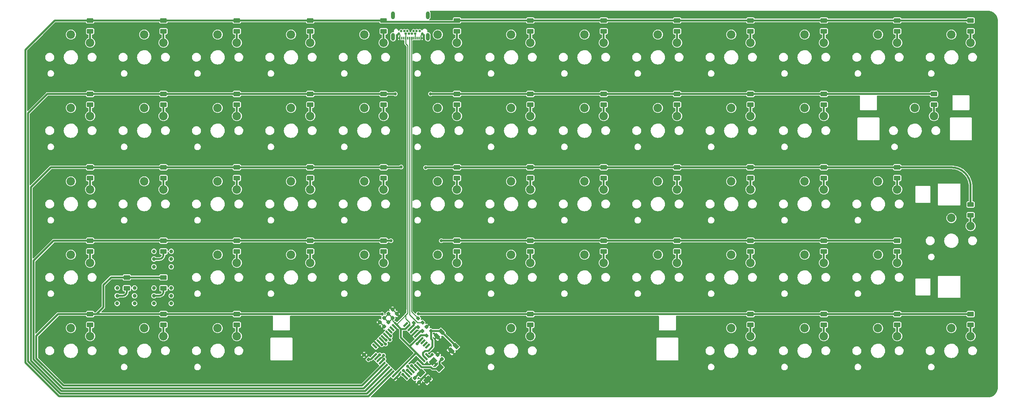
<source format=gbr>
%TF.GenerationSoftware,KiCad,Pcbnew,6.0.2-378541a8eb~116~ubuntu20.04.1*%
%TF.CreationDate,2022-02-22T21:10:33+00:00*%
%TF.ProjectId,Orthodox,4f727468-6f64-46f7-982e-6b696361645f,rev?*%
%TF.SameCoordinates,Original*%
%TF.FileFunction,Copper,L2,Bot*%
%TF.FilePolarity,Positive*%
%FSLAX46Y46*%
G04 Gerber Fmt 4.6, Leading zero omitted, Abs format (unit mm)*
G04 Created by KiCad (PCBNEW 6.0.2-378541a8eb~116~ubuntu20.04.1) date 2022-02-22 21:10:33*
%MOMM*%
%LPD*%
G01*
G04 APERTURE LIST*
G04 Aperture macros list*
%AMRoundRect*
0 Rectangle with rounded corners*
0 $1 Rounding radius*
0 $2 $3 $4 $5 $6 $7 $8 $9 X,Y pos of 4 corners*
0 Add a 4 corners polygon primitive as box body*
4,1,4,$2,$3,$4,$5,$6,$7,$8,$9,$2,$3,0*
0 Add four circle primitives for the rounded corners*
1,1,$1+$1,$2,$3*
1,1,$1+$1,$4,$5*
1,1,$1+$1,$6,$7*
1,1,$1+$1,$8,$9*
0 Add four rect primitives between the rounded corners*
20,1,$1+$1,$2,$3,$4,$5,0*
20,1,$1+$1,$4,$5,$6,$7,0*
20,1,$1+$1,$6,$7,$8,$9,0*
20,1,$1+$1,$8,$9,$2,$3,0*%
%AMRotRect*
0 Rectangle, with rotation*
0 The origin of the aperture is its center*
0 $1 length*
0 $2 width*
0 $3 Rotation angle, in degrees counterclockwise*
0 Add horizontal line*
21,1,$1,$2,0,0,$3*%
G04 Aperture macros list end*
%TA.AperFunction,ComponentPad*%
%ADD10C,2.200000*%
%TD*%
%TA.AperFunction,ComponentPad*%
%ADD11C,1.000000*%
%TD*%
%TA.AperFunction,SMDPad,CuDef*%
%ADD12RoundRect,0.250000X-0.625000X0.375000X-0.625000X-0.375000X0.625000X-0.375000X0.625000X0.375000X0*%
%TD*%
%TA.AperFunction,SMDPad,CuDef*%
%ADD13RoundRect,0.200000X0.335876X0.053033X0.053033X0.335876X-0.335876X-0.053033X-0.053033X-0.335876X0*%
%TD*%
%TA.AperFunction,SMDPad,CuDef*%
%ADD14R,0.350000X0.700000*%
%TD*%
%TA.AperFunction,ComponentPad*%
%ADD15C,0.650000*%
%TD*%
%TA.AperFunction,ComponentPad*%
%ADD16O,1.000000X2.000000*%
%TD*%
%TA.AperFunction,SMDPad,CuDef*%
%ADD17RoundRect,0.225000X0.335876X0.017678X0.017678X0.335876X-0.335876X-0.017678X-0.017678X-0.335876X0*%
%TD*%
%TA.AperFunction,SMDPad,CuDef*%
%ADD18RotRect,1.500000X0.550000X225.000000*%
%TD*%
%TA.AperFunction,SMDPad,CuDef*%
%ADD19RotRect,1.500000X0.550000X135.000000*%
%TD*%
%TA.AperFunction,SMDPad,CuDef*%
%ADD20RoundRect,0.225000X-0.017678X0.335876X-0.335876X0.017678X0.017678X-0.335876X0.335876X-0.017678X0*%
%TD*%
%TA.AperFunction,SMDPad,CuDef*%
%ADD21RoundRect,0.225000X0.017678X-0.335876X0.335876X-0.017678X-0.017678X0.335876X-0.335876X0.017678X0*%
%TD*%
%TA.AperFunction,SMDPad,CuDef*%
%ADD22RoundRect,0.200000X-0.053033X0.335876X-0.335876X0.053033X0.053033X-0.335876X0.335876X-0.053033X0*%
%TD*%
%TA.AperFunction,SMDPad,CuDef*%
%ADD23RotRect,1.550000X1.000000X135.000000*%
%TD*%
%TA.AperFunction,SMDPad,CuDef*%
%ADD24RotRect,1.800000X1.400000X45.000000*%
%TD*%
%TA.AperFunction,SMDPad,CuDef*%
%ADD25RoundRect,0.225000X-0.335876X-0.017678X-0.017678X-0.335876X0.335876X0.017678X0.017678X0.335876X0*%
%TD*%
%TA.AperFunction,ViaPad*%
%ADD26C,0.800000*%
%TD*%
%TA.AperFunction,Conductor*%
%ADD27C,0.500000*%
%TD*%
%TA.AperFunction,Conductor*%
%ADD28C,0.400000*%
%TD*%
%TA.AperFunction,Conductor*%
%ADD29C,0.250000*%
%TD*%
G04 APERTURE END LIST*
D10*
%TO.P,SW51,1,1*%
%TO.N,COL0*%
X92250000Y-165030000D03*
%TO.P,SW51,2,2*%
%TO.N,Net-(D59-Pad2)*%
X97250000Y-167130000D03*
%TD*%
%TO.P,SW2,1,1*%
%TO.N,COL1*%
X111300000Y-88830000D03*
%TO.P,SW2,2,2*%
%TO.N,Net-(D6-Pad2)*%
X116300000Y-90930000D03*
%TD*%
%TO.P,SW3,1,1*%
%TO.N,COL2*%
X130350000Y-88830000D03*
%TO.P,SW3,2,2*%
%TO.N,Net-(D11-Pad2)*%
X135350000Y-90930000D03*
%TD*%
%TO.P,SW4,1,1*%
%TO.N,COL3*%
X149400000Y-88830000D03*
%TO.P,SW4,2,2*%
%TO.N,Net-(D16-Pad2)*%
X154400000Y-90930000D03*
%TD*%
%TO.P,SW5,1,1*%
%TO.N,COL4*%
X168450000Y-88830000D03*
%TO.P,SW5,2,2*%
%TO.N,Net-(D21-Pad2)*%
X173450000Y-90930000D03*
%TD*%
%TO.P,SW6,1,1*%
%TO.N,COL5*%
X187500000Y-88830000D03*
%TO.P,SW6,2,2*%
%TO.N,Net-(D26-Pad2)*%
X192500000Y-90930000D03*
%TD*%
%TO.P,SW7,1,1*%
%TO.N,COL6*%
X206550000Y-88830000D03*
%TO.P,SW7,2,2*%
%TO.N,Net-(D30-Pad2)*%
X211550000Y-90930000D03*
%TD*%
%TO.P,SW8,1,1*%
%TO.N,COL7*%
X225600000Y-88830000D03*
%TO.P,SW8,2,2*%
%TO.N,Net-(D34-Pad2)*%
X230600000Y-90930000D03*
%TD*%
%TO.P,SW9,1,1*%
%TO.N,COL8*%
X244650000Y-88830000D03*
%TO.P,SW9,2,2*%
%TO.N,Net-(D38-Pad2)*%
X249650000Y-90930000D03*
%TD*%
%TO.P,SW10,1,1*%
%TO.N,COL9*%
X263700000Y-88830000D03*
%TO.P,SW10,2,2*%
%TO.N,Net-(D42-Pad2)*%
X268700000Y-90930000D03*
%TD*%
%TO.P,SW11,1,1*%
%TO.N,COL10*%
X282750000Y-88830000D03*
%TO.P,SW11,2,2*%
%TO.N,Net-(D47-Pad2)*%
X287750000Y-90930000D03*
%TD*%
%TO.P,SW12,1,1*%
%TO.N,COL11*%
X301800000Y-88830000D03*
%TO.P,SW12,2,2*%
%TO.N,Net-(D52-Pad2)*%
X306800000Y-90930000D03*
%TD*%
%TO.P,SW15,1,1*%
%TO.N,COL1*%
X111300000Y-107880000D03*
%TO.P,SW15,2,2*%
%TO.N,Net-(D7-Pad2)*%
X116300000Y-109980000D03*
%TD*%
%TO.P,SW16,1,1*%
%TO.N,COL2*%
X130350000Y-107880000D03*
%TO.P,SW16,2,2*%
%TO.N,Net-(D12-Pad2)*%
X135350000Y-109980000D03*
%TD*%
%TO.P,SW17,1,1*%
%TO.N,COL3*%
X149400000Y-107880000D03*
%TO.P,SW17,2,2*%
%TO.N,Net-(D17-Pad2)*%
X154400000Y-109980000D03*
%TD*%
%TO.P,SW18,1,1*%
%TO.N,COL4*%
X168450000Y-107880000D03*
%TO.P,SW18,2,2*%
%TO.N,Net-(D22-Pad2)*%
X173450000Y-109980000D03*
%TD*%
%TO.P,SW19,1,1*%
%TO.N,COL5*%
X187500000Y-107880000D03*
%TO.P,SW19,2,2*%
%TO.N,Net-(D27-Pad2)*%
X192500000Y-109980000D03*
%TD*%
%TO.P,SW20,1,1*%
%TO.N,COL6*%
X206550000Y-107880000D03*
%TO.P,SW20,2,2*%
%TO.N,Net-(D31-Pad2)*%
X211550000Y-109980000D03*
%TD*%
%TO.P,SW21,1,1*%
%TO.N,COL7*%
X225600000Y-107880000D03*
%TO.P,SW21,2,2*%
%TO.N,Net-(D35-Pad2)*%
X230600000Y-109980000D03*
%TD*%
%TO.P,SW22,1,1*%
%TO.N,COL8*%
X244650000Y-107880000D03*
%TO.P,SW22,2,2*%
%TO.N,Net-(D39-Pad2)*%
X249650000Y-109980000D03*
%TD*%
%TO.P,SW23,1,1*%
%TO.N,COL9*%
X263700000Y-107880000D03*
%TO.P,SW23,2,2*%
%TO.N,Net-(D43-Pad2)*%
X268700000Y-109980000D03*
%TD*%
%TO.P,SW27,1,1*%
%TO.N,COL1*%
X111300000Y-126930000D03*
%TO.P,SW27,2,2*%
%TO.N,Net-(D8-Pad2)*%
X116300000Y-129030000D03*
%TD*%
%TO.P,SW29,1,1*%
%TO.N,COL3*%
X149400000Y-126930000D03*
%TO.P,SW29,2,2*%
%TO.N,Net-(D18-Pad2)*%
X154400000Y-129030000D03*
%TD*%
%TO.P,SW30,1,1*%
%TO.N,COL4*%
X168450000Y-126930000D03*
%TO.P,SW30,2,2*%
%TO.N,Net-(D23-Pad2)*%
X173450000Y-129030000D03*
%TD*%
%TO.P,SW31,1,1*%
%TO.N,COL5*%
X187500000Y-126930000D03*
%TO.P,SW31,2,2*%
%TO.N,Net-(D28-Pad2)*%
X192500000Y-129030000D03*
%TD*%
%TO.P,SW32,1,1*%
%TO.N,COL6*%
X206550000Y-126930000D03*
%TO.P,SW32,2,2*%
%TO.N,Net-(D32-Pad2)*%
X211550000Y-129030000D03*
%TD*%
%TO.P,SW33,1,1*%
%TO.N,COL7*%
X225600000Y-126930000D03*
%TO.P,SW33,2,2*%
%TO.N,Net-(D36-Pad2)*%
X230600000Y-129030000D03*
%TD*%
%TO.P,SW34,1,1*%
%TO.N,COL8*%
X244650000Y-126930000D03*
%TO.P,SW34,2,2*%
%TO.N,Net-(D40-Pad2)*%
X249650000Y-129030000D03*
%TD*%
%TO.P,SW35,1,1*%
%TO.N,COL9*%
X263700000Y-126930000D03*
%TO.P,SW35,2,2*%
%TO.N,Net-(D44-Pad2)*%
X268700000Y-129030000D03*
%TD*%
%TO.P,SW36,1,1*%
%TO.N,COL10*%
X282750000Y-126930000D03*
%TO.P,SW36,2,2*%
%TO.N,Net-(D49-Pad2)*%
X287750000Y-129030000D03*
%TD*%
%TO.P,SW38,1,1*%
%TO.N,COL12*%
X320850000Y-136455000D03*
%TO.P,SW38,2,2*%
%TO.N,Net-(D58-Pad2)*%
X325850000Y-138555000D03*
%TD*%
%TO.P,SW42,1,1*%
%TO.N,COL3*%
X149400000Y-145980000D03*
%TO.P,SW42,2,2*%
%TO.N,Net-(D19-Pad2)*%
X154400000Y-148080000D03*
%TD*%
%TO.P,SW44,1,1*%
%TO.N,COL5*%
X187500000Y-145980000D03*
%TO.P,SW44,2,2*%
%TO.N,Net-(D29-Pad2)*%
X192500000Y-148080000D03*
%TD*%
%TO.P,SW45,1,1*%
%TO.N,COL6*%
X206550000Y-145980000D03*
%TO.P,SW45,2,2*%
%TO.N,Net-(D33-Pad2)*%
X211550000Y-148080000D03*
%TD*%
%TO.P,SW46,1,1*%
%TO.N,COL7*%
X225600000Y-145980000D03*
%TO.P,SW46,2,2*%
%TO.N,Net-(D37-Pad2)*%
X230600000Y-148080000D03*
%TD*%
%TO.P,SW47,1,1*%
%TO.N,COL8*%
X244650000Y-145980000D03*
%TO.P,SW47,2,2*%
%TO.N,Net-(D41-Pad2)*%
X249650000Y-148080000D03*
%TD*%
%TO.P,SW48,1,1*%
%TO.N,COL9*%
X263700000Y-145980000D03*
%TO.P,SW48,2,2*%
%TO.N,Net-(D45-Pad2)*%
X268700000Y-148080000D03*
%TD*%
%TO.P,SW49,1,1*%
%TO.N,COL10*%
X282750000Y-145980000D03*
%TO.P,SW49,2,2*%
%TO.N,Net-(D50-Pad2)*%
X287750000Y-148080000D03*
%TD*%
D11*
%TO.P,SW53,1,1*%
%TO.N,COL0*%
X104290000Y-154632500D03*
%TO.P,SW53,2,2*%
%TO.N,Net-(D10-Pad2)*%
X104290000Y-156632500D03*
%TO.P,SW53,3*%
%TO.N,N/C*%
X104280000Y-158632500D03*
%TO.P,SW53,4*%
X108780000Y-154632500D03*
%TO.P,SW53,5*%
X108780000Y-156632500D03*
%TO.P,SW53,6*%
X108780000Y-158632500D03*
%TD*%
D10*
%TO.P,SW58,1,1*%
%TO.N,COL10*%
X282750000Y-165030000D03*
%TO.P,SW58,2,2*%
%TO.N,Net-(D51-Pad2)*%
X287750000Y-167130000D03*
%TD*%
%TO.P,SW59,1,1*%
%TO.N,COL11*%
X301800000Y-165030000D03*
%TO.P,SW59,2,2*%
%TO.N,Net-(D55-Pad2)*%
X306800000Y-167130000D03*
%TD*%
%TO.P,SW28,1,1*%
%TO.N,COL2*%
X130350000Y-126930000D03*
%TO.P,SW28,2,2*%
%TO.N,Net-(D13-Pad2)*%
X135350000Y-129030000D03*
%TD*%
%TO.P,SW1,1,1*%
%TO.N,COL0*%
X92250000Y-88830000D03*
%TO.P,SW1,2,2*%
%TO.N,Net-(D1-Pad2)*%
X97250000Y-90930000D03*
%TD*%
%TO.P,SW13,1,1*%
%TO.N,COL12*%
X320850000Y-88830000D03*
%TO.P,SW13,2,2*%
%TO.N,Net-(D56-Pad2)*%
X325850000Y-90930000D03*
%TD*%
%TO.P,SW14,1,1*%
%TO.N,COL0*%
X92250000Y-107880000D03*
%TO.P,SW14,2,2*%
%TO.N,Net-(D2-Pad2)*%
X97250000Y-109980000D03*
%TD*%
%TO.P,SW25,1,1*%
%TO.N,COL12*%
X311325000Y-107880000D03*
%TO.P,SW25,2,2*%
%TO.N,Net-(D57-Pad2)*%
X316325000Y-109980000D03*
%TD*%
%TO.P,SW24,1,1*%
%TO.N,COL10*%
X282750000Y-107880000D03*
%TO.P,SW24,2,2*%
%TO.N,Net-(D48-Pad2)*%
X287750000Y-109980000D03*
%TD*%
%TO.P,SW26,1,1*%
%TO.N,COL0*%
X92250000Y-126930000D03*
%TO.P,SW26,2,2*%
%TO.N,Net-(D3-Pad2)*%
X97250000Y-129030000D03*
%TD*%
%TO.P,SW37,1,1*%
%TO.N,COL11*%
X301800000Y-126930000D03*
%TO.P,SW37,2,2*%
%TO.N,Net-(D53-Pad2)*%
X306800000Y-129030000D03*
%TD*%
%TO.P,SW39,1,1*%
%TO.N,COL0*%
X92250000Y-145980000D03*
%TO.P,SW39,2,2*%
%TO.N,Net-(D4-Pad2)*%
X97250000Y-148080000D03*
%TD*%
%TO.P,SW50,1,1*%
%TO.N,COL11*%
X301800000Y-145980000D03*
%TO.P,SW50,2,2*%
%TO.N,Net-(D54-Pad2)*%
X306800000Y-148080000D03*
%TD*%
%TO.P,SW43,1,1*%
%TO.N,COL4*%
X168450000Y-145980000D03*
%TO.P,SW43,2,2*%
%TO.N,Net-(D24-Pad2)*%
X173450000Y-148080000D03*
%TD*%
%TO.P,SW41,1,1*%
%TO.N,COL2*%
X130350000Y-145980000D03*
%TO.P,SW41,2,2*%
%TO.N,Net-(D14-Pad2)*%
X135350000Y-148080000D03*
%TD*%
%TO.P,SW55,1,1*%
%TO.N,COL2*%
X130350000Y-165030000D03*
%TO.P,SW55,2,2*%
%TO.N,Net-(D20-Pad2)*%
X135350000Y-167130000D03*
%TD*%
%TO.P,SW52,1,1*%
%TO.N,COL1*%
X111300000Y-165030000D03*
%TO.P,SW52,2,2*%
%TO.N,Net-(D5-Pad2)*%
X116300000Y-167130000D03*
%TD*%
%TO.P,SW57,1,1*%
%TO.N,COL9*%
X263700000Y-165030000D03*
%TO.P,SW57,2,2*%
%TO.N,Net-(D46-Pad2)*%
X268700000Y-167130000D03*
%TD*%
%TO.P,SW60,1,1*%
%TO.N,COL12*%
X320850000Y-165030000D03*
%TO.P,SW60,2,2*%
%TO.N,Net-(D60-Pad2)*%
X325850000Y-167130000D03*
%TD*%
D11*
%TO.P,SW40,1,1*%
%TO.N,COL1*%
X113812500Y-145107500D03*
%TO.P,SW40,2,2*%
%TO.N,Net-(D9-Pad2)*%
X113812500Y-147107500D03*
%TO.P,SW40,3*%
%TO.N,N/C*%
X113802500Y-149107500D03*
%TO.P,SW40,4*%
X118302500Y-145107500D03*
%TO.P,SW40,5*%
X118302500Y-147107500D03*
%TO.P,SW40,6*%
X118302500Y-149107500D03*
%TD*%
%TO.P,SW54,1,1*%
%TO.N,COL1*%
X113812500Y-154632500D03*
%TO.P,SW54,2,2*%
%TO.N,Net-(D15-Pad2)*%
X113812500Y-156632500D03*
%TO.P,SW54,3*%
%TO.N,N/C*%
X113802500Y-158632500D03*
%TO.P,SW54,4*%
X118302500Y-154632500D03*
%TO.P,SW54,5*%
X118302500Y-156632500D03*
%TO.P,SW54,6*%
X118302500Y-158632500D03*
%TD*%
D10*
%TO.P,SW56,1,1*%
%TO.N,COL6*%
X206550000Y-165030000D03*
%TO.P,SW56,2,2*%
%TO.N,Net-(D25-Pad2)*%
X211550000Y-167130000D03*
%TD*%
D12*
%TO.P,D1,1,K*%
%TO.N,ROW0*%
X97250000Y-85170000D03*
%TO.P,D1,2,A*%
%TO.N,Net-(D1-Pad2)*%
X97250000Y-87970000D03*
%TD*%
%TO.P,D6,1,K*%
%TO.N,ROW0*%
X116300000Y-85170000D03*
%TO.P,D6,2,A*%
%TO.N,Net-(D6-Pad2)*%
X116300000Y-87970000D03*
%TD*%
%TO.P,D5,1,K*%
%TO.N,ROW4*%
X116300000Y-161405000D03*
%TO.P,D5,2,A*%
%TO.N,Net-(D5-Pad2)*%
X116300000Y-164205000D03*
%TD*%
%TO.P,D9,1,K*%
%TO.N,ROW3*%
X116300000Y-142355000D03*
%TO.P,D9,2,A*%
%TO.N,Net-(D9-Pad2)*%
X116300000Y-145155000D03*
%TD*%
%TO.P,D16,1,K*%
%TO.N,ROW0*%
X154400000Y-85170000D03*
%TO.P,D16,2,A*%
%TO.N,Net-(D16-Pad2)*%
X154400000Y-87970000D03*
%TD*%
%TO.P,D27,1,K*%
%TO.N,ROW1*%
X192500000Y-104237500D03*
%TO.P,D27,2,A*%
%TO.N,Net-(D27-Pad2)*%
X192500000Y-107037500D03*
%TD*%
%TO.P,D57,1,K*%
%TO.N,ROW1*%
X316320000Y-104237500D03*
%TO.P,D57,2,A*%
%TO.N,Net-(D57-Pad2)*%
X316320000Y-107037500D03*
%TD*%
%TO.P,D54,1,K*%
%TO.N,ROW3*%
X306800000Y-142355000D03*
%TO.P,D54,2,A*%
%TO.N,Net-(D54-Pad2)*%
X306800000Y-145155000D03*
%TD*%
%TO.P,D24,1,K*%
%TO.N,ROW3*%
X173450000Y-142355000D03*
%TO.P,D24,2,A*%
%TO.N,Net-(D24-Pad2)*%
X173450000Y-145155000D03*
%TD*%
%TO.P,D14,1,K*%
%TO.N,ROW3*%
X135350000Y-142355000D03*
%TO.P,D14,2,A*%
%TO.N,Net-(D14-Pad2)*%
X135350000Y-145155000D03*
%TD*%
%TO.P,D59,1,K*%
%TO.N,ROW4*%
X97250000Y-161405000D03*
%TO.P,D59,2,A*%
%TO.N,Net-(D59-Pad2)*%
X97250000Y-164205000D03*
%TD*%
%TO.P,D20,1,K*%
%TO.N,ROW4*%
X135350000Y-161405000D03*
%TO.P,D20,2,A*%
%TO.N,Net-(D20-Pad2)*%
X135350000Y-164205000D03*
%TD*%
%TO.P,D2,1,K*%
%TO.N,ROW1*%
X97250000Y-104237500D03*
%TO.P,D2,2,A*%
%TO.N,Net-(D2-Pad2)*%
X97250000Y-107037500D03*
%TD*%
%TO.P,D3,1,K*%
%TO.N,ROW2*%
X97250000Y-123305000D03*
%TO.P,D3,2,A*%
%TO.N,Net-(D3-Pad2)*%
X97250000Y-126105000D03*
%TD*%
%TO.P,D7,1,K*%
%TO.N,ROW1*%
X116300000Y-104237500D03*
%TO.P,D7,2,A*%
%TO.N,Net-(D7-Pad2)*%
X116300000Y-107037500D03*
%TD*%
%TO.P,D8,1,K*%
%TO.N,ROW2*%
X116300000Y-123305000D03*
%TO.P,D8,2,A*%
%TO.N,Net-(D8-Pad2)*%
X116300000Y-126105000D03*
%TD*%
%TO.P,D11,1,K*%
%TO.N,ROW0*%
X135350000Y-85170000D03*
%TO.P,D11,2,A*%
%TO.N,Net-(D11-Pad2)*%
X135350000Y-87970000D03*
%TD*%
%TO.P,D12,1,K*%
%TO.N,ROW1*%
X135350000Y-104237500D03*
%TO.P,D12,2,A*%
%TO.N,Net-(D12-Pad2)*%
X135350000Y-107037500D03*
%TD*%
%TO.P,D13,1,K*%
%TO.N,ROW2*%
X135350000Y-123305000D03*
%TO.P,D13,2,A*%
%TO.N,Net-(D13-Pad2)*%
X135350000Y-126105000D03*
%TD*%
%TO.P,D15,1,K*%
%TO.N,ROW4*%
X116300000Y-151880000D03*
%TO.P,D15,2,A*%
%TO.N,Net-(D15-Pad2)*%
X116300000Y-154680000D03*
%TD*%
%TO.P,D17,1,K*%
%TO.N,ROW1*%
X154400000Y-104237500D03*
%TO.P,D17,2,A*%
%TO.N,Net-(D17-Pad2)*%
X154400000Y-107037500D03*
%TD*%
%TO.P,D18,1,K*%
%TO.N,ROW2*%
X154400000Y-123305000D03*
%TO.P,D18,2,A*%
%TO.N,Net-(D18-Pad2)*%
X154400000Y-126105000D03*
%TD*%
%TO.P,D19,1,K*%
%TO.N,ROW3*%
X154400000Y-142355000D03*
%TO.P,D19,2,A*%
%TO.N,Net-(D19-Pad2)*%
X154400000Y-145155000D03*
%TD*%
%TO.P,D21,1,K*%
%TO.N,ROW0*%
X173450000Y-85170000D03*
%TO.P,D21,2,A*%
%TO.N,Net-(D21-Pad2)*%
X173450000Y-87970000D03*
%TD*%
%TO.P,D22,1,K*%
%TO.N,ROW1*%
X173450000Y-104237500D03*
%TO.P,D22,2,A*%
%TO.N,Net-(D22-Pad2)*%
X173450000Y-107037500D03*
%TD*%
%TO.P,D23,1,K*%
%TO.N,ROW2*%
X173450000Y-123305000D03*
%TO.P,D23,2,A*%
%TO.N,Net-(D23-Pad2)*%
X173450000Y-126105000D03*
%TD*%
%TO.P,D25,1,K*%
%TO.N,ROW4*%
X211550000Y-161405000D03*
%TO.P,D25,2,A*%
%TO.N,Net-(D25-Pad2)*%
X211550000Y-164205000D03*
%TD*%
%TO.P,D26,1,K*%
%TO.N,ROW0*%
X192500000Y-85170000D03*
%TO.P,D26,2,A*%
%TO.N,Net-(D26-Pad2)*%
X192500000Y-87970000D03*
%TD*%
%TO.P,D28,1,K*%
%TO.N,ROW2*%
X192500000Y-123305000D03*
%TO.P,D28,2,A*%
%TO.N,Net-(D28-Pad2)*%
X192500000Y-126105000D03*
%TD*%
%TO.P,D29,1,K*%
%TO.N,ROW3*%
X192500000Y-142355000D03*
%TO.P,D29,2,A*%
%TO.N,Net-(D29-Pad2)*%
X192500000Y-145155000D03*
%TD*%
%TO.P,D30,1,K*%
%TO.N,ROW0*%
X211550000Y-85170000D03*
%TO.P,D30,2,A*%
%TO.N,Net-(D30-Pad2)*%
X211550000Y-87970000D03*
%TD*%
%TO.P,D31,1,K*%
%TO.N,ROW1*%
X211550000Y-104237500D03*
%TO.P,D31,2,A*%
%TO.N,Net-(D31-Pad2)*%
X211550000Y-107037500D03*
%TD*%
%TO.P,D32,1,K*%
%TO.N,ROW2*%
X211550000Y-123305000D03*
%TO.P,D32,2,A*%
%TO.N,Net-(D32-Pad2)*%
X211550000Y-126105000D03*
%TD*%
%TO.P,D33,1,K*%
%TO.N,ROW3*%
X211550000Y-142355000D03*
%TO.P,D33,2,A*%
%TO.N,Net-(D33-Pad2)*%
X211550000Y-145155000D03*
%TD*%
%TO.P,D34,1,K*%
%TO.N,ROW0*%
X230600000Y-85170000D03*
%TO.P,D34,2,A*%
%TO.N,Net-(D34-Pad2)*%
X230600000Y-87970000D03*
%TD*%
%TO.P,D35,1,K*%
%TO.N,ROW1*%
X230600000Y-104237500D03*
%TO.P,D35,2,A*%
%TO.N,Net-(D35-Pad2)*%
X230600000Y-107037500D03*
%TD*%
%TO.P,D36,1,K*%
%TO.N,ROW2*%
X230600000Y-123305000D03*
%TO.P,D36,2,A*%
%TO.N,Net-(D36-Pad2)*%
X230600000Y-126105000D03*
%TD*%
%TO.P,D37,1,K*%
%TO.N,ROW3*%
X230600000Y-142355000D03*
%TO.P,D37,2,A*%
%TO.N,Net-(D37-Pad2)*%
X230600000Y-145155000D03*
%TD*%
%TO.P,D38,1,K*%
%TO.N,ROW0*%
X249650000Y-85170000D03*
%TO.P,D38,2,A*%
%TO.N,Net-(D38-Pad2)*%
X249650000Y-87970000D03*
%TD*%
%TO.P,D39,1,K*%
%TO.N,ROW1*%
X249650000Y-104237500D03*
%TO.P,D39,2,A*%
%TO.N,Net-(D39-Pad2)*%
X249650000Y-107037500D03*
%TD*%
%TO.P,D40,1,K*%
%TO.N,ROW2*%
X249650000Y-123305000D03*
%TO.P,D40,2,A*%
%TO.N,Net-(D40-Pad2)*%
X249650000Y-126105000D03*
%TD*%
%TO.P,D41,1,K*%
%TO.N,ROW3*%
X249650000Y-142355000D03*
%TO.P,D41,2,A*%
%TO.N,Net-(D41-Pad2)*%
X249650000Y-145155000D03*
%TD*%
%TO.P,D42,1,K*%
%TO.N,ROW0*%
X268700000Y-85170000D03*
%TO.P,D42,2,A*%
%TO.N,Net-(D42-Pad2)*%
X268700000Y-87970000D03*
%TD*%
%TO.P,D43,1,K*%
%TO.N,ROW1*%
X268700000Y-104237500D03*
%TO.P,D43,2,A*%
%TO.N,Net-(D43-Pad2)*%
X268700000Y-107037500D03*
%TD*%
%TO.P,D44,1,K*%
%TO.N,ROW2*%
X268700000Y-123305000D03*
%TO.P,D44,2,A*%
%TO.N,Net-(D44-Pad2)*%
X268700000Y-126105000D03*
%TD*%
%TO.P,D45,1,K*%
%TO.N,ROW3*%
X268700000Y-142355000D03*
%TO.P,D45,2,A*%
%TO.N,Net-(D45-Pad2)*%
X268700000Y-145155000D03*
%TD*%
%TO.P,D46,1,K*%
%TO.N,ROW4*%
X268700000Y-161405000D03*
%TO.P,D46,2,A*%
%TO.N,Net-(D46-Pad2)*%
X268700000Y-164205000D03*
%TD*%
%TO.P,D47,1,K*%
%TO.N,ROW0*%
X287750000Y-85170000D03*
%TO.P,D47,2,A*%
%TO.N,Net-(D47-Pad2)*%
X287750000Y-87970000D03*
%TD*%
%TO.P,D48,1,K*%
%TO.N,ROW1*%
X287750000Y-104237500D03*
%TO.P,D48,2,A*%
%TO.N,Net-(D48-Pad2)*%
X287750000Y-107037500D03*
%TD*%
%TO.P,D49,1,K*%
%TO.N,ROW2*%
X287750000Y-123305000D03*
%TO.P,D49,2,A*%
%TO.N,Net-(D49-Pad2)*%
X287750000Y-126105000D03*
%TD*%
%TO.P,D50,1,K*%
%TO.N,ROW3*%
X287750000Y-142355000D03*
%TO.P,D50,2,A*%
%TO.N,Net-(D50-Pad2)*%
X287750000Y-145155000D03*
%TD*%
%TO.P,D51,1,K*%
%TO.N,ROW4*%
X287750000Y-161405000D03*
%TO.P,D51,2,A*%
%TO.N,Net-(D51-Pad2)*%
X287750000Y-164205000D03*
%TD*%
%TO.P,D52,1,K*%
%TO.N,ROW0*%
X306800000Y-85170000D03*
%TO.P,D52,2,A*%
%TO.N,Net-(D52-Pad2)*%
X306800000Y-87970000D03*
%TD*%
%TO.P,D53,1,K*%
%TO.N,ROW2*%
X306800000Y-123305000D03*
%TO.P,D53,2,A*%
%TO.N,Net-(D53-Pad2)*%
X306800000Y-126105000D03*
%TD*%
%TO.P,D55,1,K*%
%TO.N,ROW4*%
X306800000Y-161405000D03*
%TO.P,D55,2,A*%
%TO.N,Net-(D55-Pad2)*%
X306800000Y-164205000D03*
%TD*%
%TO.P,D56,1,K*%
%TO.N,ROW0*%
X325850000Y-85170000D03*
%TO.P,D56,2,A*%
%TO.N,Net-(D56-Pad2)*%
X325850000Y-87970000D03*
%TD*%
%TO.P,D58,1,K*%
%TO.N,ROW2*%
X325850000Y-132934999D03*
%TO.P,D58,2,A*%
%TO.N,Net-(D58-Pad2)*%
X325850000Y-135734999D03*
%TD*%
%TO.P,D60,1,K*%
%TO.N,ROW4*%
X325850000Y-161405000D03*
%TO.P,D60,2,A*%
%TO.N,Net-(D60-Pad2)*%
X325850000Y-164205000D03*
%TD*%
%TO.P,D4,1,K*%
%TO.N,ROW3*%
X97250000Y-142355000D03*
%TO.P,D4,2,A*%
%TO.N,Net-(D4-Pad2)*%
X97250000Y-145155000D03*
%TD*%
%TO.P,D10,1,K*%
%TO.N,ROW4*%
X106775000Y-151880000D03*
%TO.P,D10,2,A*%
%TO.N,Net-(D10-Pad2)*%
X106775000Y-154680000D03*
%TD*%
D13*
%TO.P,R2,1*%
%TO.N,Net-(R2-Pad1)*%
X169536726Y-173136726D03*
%TO.P,R2,2*%
%TO.N,GND*%
X168370000Y-171970000D03*
%TD*%
D14*
%TO.P,J1,A1,GND*%
%TO.N,GND*%
X177660000Y-89730000D03*
%TO.P,J1,A2*%
%TO.N,N/C*%
X178160000Y-89730000D03*
%TO.P,J1,A3*%
X178660000Y-89730000D03*
%TO.P,J1,A4,VBUS*%
%TO.N,+5V*%
X179160000Y-89730000D03*
%TO.P,J1,A5,CC1*%
%TO.N,unconnected-(J1-PadA5)*%
X179660000Y-89730000D03*
%TO.P,J1,A6,D+*%
%TO.N,D+*%
X180160000Y-89730000D03*
%TO.P,J1,A7,D-*%
%TO.N,D-*%
X180660000Y-89730000D03*
%TO.P,J1,A8,SBU1*%
%TO.N,unconnected-(J1-PadA8)*%
X181160000Y-89730000D03*
%TO.P,J1,A9,VBUS*%
%TO.N,+5V*%
X181660000Y-89730000D03*
%TO.P,J1,A10*%
%TO.N,N/C*%
X182160000Y-89730000D03*
%TO.P,J1,A11*%
X182660000Y-89730000D03*
%TO.P,J1,A12,GND*%
%TO.N,GND*%
X183160000Y-89730000D03*
D15*
%TO.P,J1,B1,GND*%
X183460000Y-88610000D03*
%TO.P,J1,B2*%
%TO.N,N/C*%
X182810000Y-87910000D03*
%TO.P,J1,B3*%
X182010000Y-87910000D03*
%TO.P,J1,B4,VBUS*%
%TO.N,+5V*%
X181610000Y-88610000D03*
%TO.P,J1,B5,CC2*%
%TO.N,unconnected-(J1-PadB5)*%
X181210000Y-87910000D03*
%TO.P,J1,B6,D+*%
%TO.N,D+*%
X180810000Y-88610000D03*
%TO.P,J1,B7,D-*%
%TO.N,D-*%
X180010000Y-88610000D03*
%TO.P,J1,B8,SBU2*%
%TO.N,unconnected-(J1-PadB8)*%
X179610000Y-87910000D03*
%TO.P,J1,B9,VBUS*%
%TO.N,+5V*%
X179210000Y-88610000D03*
%TO.P,J1,B10*%
%TO.N,N/C*%
X178810000Y-87910000D03*
%TO.P,J1,B11*%
X178010000Y-87910000D03*
%TO.P,J1,B12,GND*%
%TO.N,GND*%
X177360000Y-88610000D03*
D16*
%TO.P,J1,S1,SHIELD*%
%TO.N,unconnected-(J1-PadS1)*%
X175910000Y-89410000D03*
%TO.P,J1,S2*%
%TO.N,N/C*%
X184910000Y-89410000D03*
%TO.P,J1,S3*%
X175910000Y-83810000D03*
%TO.P,J1,S4*%
X184910000Y-83810000D03*
%TD*%
D17*
%TO.P,C2,1*%
%TO.N,XTAL2*%
X188588008Y-173098008D03*
%TO.P,C2,2*%
%TO.N,GND*%
X187491992Y-172001992D03*
%TD*%
D18*
%TO.P,U1,1,PE6*%
%TO.N,unconnected-(U1-Pad1)*%
X179172082Y-164071064D03*
%TO.P,U1,2,UVCC*%
%TO.N,+5V*%
X179737767Y-164636750D03*
%TO.P,U1,3,D-*%
%TO.N,Net-(R4-Pad2)*%
X180303452Y-165202435D03*
%TO.P,U1,4,D+*%
%TO.N,Net-(R3-Pad2)*%
X180869138Y-165768120D03*
%TO.P,U1,5,UGND*%
%TO.N,GND*%
X181434823Y-166333806D03*
%TO.P,U1,6,UCAP*%
%TO.N,Net-(C1-Pad1)*%
X182000509Y-166899491D03*
%TO.P,U1,7,VBUS*%
%TO.N,+5V*%
X182566194Y-167465177D03*
%TO.P,U1,8,PB0*%
%TO.N,COL5*%
X183131880Y-168030862D03*
%TO.P,U1,9,PB1*%
%TO.N,SCK*%
X183697565Y-168596548D03*
%TO.P,U1,10,PB2*%
%TO.N,MOSI*%
X184263250Y-169162233D03*
%TO.P,U1,11,PB3*%
%TO.N,MISO*%
X184828936Y-169727918D03*
D19*
%TO.P,U1,12,PB7*%
%TO.N,COL7*%
X184828936Y-172132082D03*
%TO.P,U1,13,~{RESET}*%
%TO.N,Reset*%
X184263250Y-172697767D03*
%TO.P,U1,14,VCC*%
%TO.N,+5V*%
X183697565Y-173263452D03*
%TO.P,U1,15,GND*%
%TO.N,GND*%
X183131880Y-173829138D03*
%TO.P,U1,16,XTAL2*%
%TO.N,XTAL2*%
X182566194Y-174394823D03*
%TO.P,U1,17,XTAL1*%
%TO.N,XTAL1*%
X182000509Y-174960509D03*
%TO.P,U1,18,PD0*%
%TO.N,COL8*%
X181434823Y-175526194D03*
%TO.P,U1,19,PD1*%
%TO.N,COL9*%
X180869138Y-176091880D03*
%TO.P,U1,20,PD2*%
%TO.N,COL10*%
X180303452Y-176657565D03*
%TO.P,U1,21,PD3*%
%TO.N,COL11*%
X179737767Y-177223250D03*
%TO.P,U1,22,PD5*%
%TO.N,COL12*%
X179172082Y-177788936D03*
D18*
%TO.P,U1,23,GND*%
%TO.N,GND*%
X176767918Y-177788936D03*
%TO.P,U1,24,AVCC*%
%TO.N,+5V*%
X176202233Y-177223250D03*
%TO.P,U1,25,PD4*%
%TO.N,ROW0*%
X175636548Y-176657565D03*
%TO.P,U1,26,PD6*%
%TO.N,ROW1*%
X175070862Y-176091880D03*
%TO.P,U1,27,PD7*%
%TO.N,ROW2*%
X174505177Y-175526194D03*
%TO.P,U1,28,PB4*%
%TO.N,ROW3*%
X173939491Y-174960509D03*
%TO.P,U1,29,PB5*%
%TO.N,ROW4*%
X173373806Y-174394823D03*
%TO.P,U1,30,PB6*%
%TO.N,COL0*%
X172808120Y-173829138D03*
%TO.P,U1,31,PC6*%
%TO.N,COL1*%
X172242435Y-173263452D03*
%TO.P,U1,32,PC7*%
%TO.N,COL2*%
X171676750Y-172697767D03*
%TO.P,U1,33,~{HWB}/PE2*%
%TO.N,Net-(R2-Pad1)*%
X171111064Y-172132082D03*
D19*
%TO.P,U1,34,VCC*%
%TO.N,+5V*%
X171111064Y-169727918D03*
%TO.P,U1,35,GND*%
%TO.N,GND*%
X171676750Y-169162233D03*
%TO.P,U1,36,PF7*%
%TO.N,COL3*%
X172242435Y-168596548D03*
%TO.P,U1,37,PF6*%
%TO.N,COL4*%
X172808120Y-168030862D03*
%TO.P,U1,38,PF5*%
%TO.N,unconnected-(U1-Pad38)*%
X173373806Y-167465177D03*
%TO.P,U1,39,PF4*%
%TO.N,unconnected-(U1-Pad39)*%
X173939491Y-166899491D03*
%TO.P,U1,40,PF1*%
%TO.N,unconnected-(U1-Pad40)*%
X174505177Y-166333806D03*
%TO.P,U1,41,PF0*%
%TO.N,COL6*%
X175070862Y-165768120D03*
%TO.P,U1,42,AREF*%
%TO.N,unconnected-(U1-Pad42)*%
X175636548Y-165202435D03*
%TO.P,U1,43,GND*%
%TO.N,GND*%
X176202233Y-164636750D03*
%TO.P,U1,44,AVCC*%
%TO.N,+5V*%
X176767918Y-164071064D03*
%TD*%
D20*
%TO.P,C4,1*%
%TO.N,+5V*%
X174688008Y-163521992D03*
%TO.P,C4,2*%
%TO.N,GND*%
X173591992Y-164618008D03*
%TD*%
%TO.P,C7,1*%
%TO.N,+5V*%
X173588008Y-162401992D03*
%TO.P,C7,2*%
%TO.N,GND*%
X172491992Y-163498008D03*
%TD*%
D21*
%TO.P,C6,1*%
%TO.N,+5V*%
X175764332Y-162430348D03*
%TO.P,C6,2*%
%TO.N,GND*%
X176860348Y-161334332D03*
%TD*%
D22*
%TO.P,R4,1*%
%TO.N,D-*%
X182433363Y-162476637D03*
%TO.P,R4,2*%
%TO.N,Net-(R4-Pad2)*%
X181266637Y-163643363D03*
%TD*%
D23*
%TO.P,SW61,1,1*%
%TO.N,GND*%
X191008668Y-170903643D03*
X187296357Y-167191332D03*
%TO.P,SW61,2,2*%
%TO.N,Reset*%
X188498438Y-165989251D03*
X192210749Y-169701562D03*
%TD*%
D21*
%TO.P,C5,1*%
%TO.N,+5V*%
X174674331Y-161340347D03*
%TO.P,C5,2*%
%TO.N,GND*%
X175770347Y-160244331D03*
%TD*%
D22*
%TO.P,R1,1*%
%TO.N,Reset*%
X185743363Y-165776637D03*
%TO.P,R1,2*%
%TO.N,+5V*%
X184576637Y-166943363D03*
%TD*%
D24*
%TO.P,Y1,1,1*%
%TO.N,XTAL1*%
X183160000Y-176750000D03*
%TO.P,Y1,2,2*%
%TO.N,GND*%
X186271270Y-173638730D03*
%TO.P,Y1,3,3*%
%TO.N,XTAL2*%
X187968326Y-175335786D03*
%TO.P,Y1,4,4*%
%TO.N,GND*%
X184857056Y-178447056D03*
%TD*%
D25*
%TO.P,C3,1*%
%TO.N,XTAL1*%
X181521992Y-177961992D03*
%TO.P,C3,2*%
%TO.N,GND*%
X182618008Y-179058008D03*
%TD*%
D22*
%TO.P,R3,1*%
%TO.N,D+*%
X183543363Y-163586637D03*
%TO.P,R3,2*%
%TO.N,Net-(R3-Pad2)*%
X182376637Y-164753363D03*
%TD*%
D21*
%TO.P,C1,1*%
%TO.N,Net-(C1-Pad1)*%
X183511992Y-165808008D03*
%TO.P,C1,2*%
%TO.N,GND*%
X184608008Y-164711992D03*
%TD*%
D26*
%TO.N,COL5*%
X182101415Y-169133090D03*
%TO.N,COL7*%
X186070000Y-171890000D03*
%TO.N,COL9*%
X179710466Y-174933209D03*
%TO.N,COL11*%
X178579298Y-176065974D03*
%TO.N,COL8*%
X180699829Y-174791200D03*
%TO.N,COL12*%
X178435006Y-177055006D03*
%TO.N,COL10*%
X179568458Y-175922570D03*
%TO.N,COL0*%
X173543115Y-173094143D03*
%TO.N,COL1*%
X173401107Y-172104782D03*
%TO.N,COL2*%
X172411744Y-171962772D03*
%TO.N,COL4*%
X173966793Y-169189532D03*
%TO.N,unconnected-(U1-Pad39)*%
X175098163Y-168058161D03*
%TO.N,COL3*%
X172977430Y-169331542D03*
%TO.N,unconnected-(U1-Pad38)*%
X174108800Y-168200171D03*
%TO.N,unconnected-(U1-Pad40)*%
X175240171Y-167068800D03*
%TO.N,ROW1*%
X176480000Y-104230000D03*
X185630000Y-104230000D03*
%TO.N,ROW3*%
X175350000Y-142360000D03*
X188410000Y-142350000D03*
%TO.N,ROW4*%
X182439372Y-161343444D03*
X173060000Y-161410000D03*
%TO.N,ROW2*%
X178010000Y-123220000D03*
X184350000Y-123350000D03*
%TD*%
D27*
%TO.N,ROW4*%
X173060000Y-161410000D02*
X173055000Y-161405000D01*
X173055000Y-161405000D02*
X135350000Y-161405000D01*
X182439372Y-161343444D02*
X182500928Y-161405000D01*
X182500928Y-161405000D02*
X211550000Y-161405000D01*
%TO.N,COL5*%
X183131880Y-168102625D02*
X182101415Y-169133090D01*
X183131880Y-168030862D02*
X183131880Y-168102625D01*
%TO.N,COL7*%
X184828936Y-172132082D02*
X185056854Y-172360000D01*
X185056854Y-172360000D02*
X185600000Y-172360000D01*
X185600000Y-172360000D02*
X186070000Y-171890000D01*
D28*
%TO.N,COL9*%
X180869137Y-176091880D02*
X179710466Y-174933209D01*
X180869138Y-176091880D02*
X180869137Y-176091880D01*
%TO.N,COL11*%
X179736574Y-177223250D02*
X178579298Y-176065974D01*
X179737767Y-177223250D02*
X179736574Y-177223250D01*
D27*
%TO.N,COL8*%
X181434823Y-175526194D02*
X180699829Y-174791200D01*
%TO.N,COL12*%
X179170000Y-177790000D02*
X178435006Y-177055006D01*
%TO.N,COL10*%
X180303452Y-176657564D02*
X179568458Y-175922570D01*
X180303452Y-176657565D02*
X180303452Y-176657564D01*
%TO.N,XTAL2*%
X187968326Y-175335786D02*
X187968326Y-173717690D01*
X187968326Y-173717690D02*
X188588008Y-173098008D01*
%TO.N,Reset*%
X188498438Y-165989251D02*
X192210749Y-169701562D01*
X188498438Y-165989251D02*
X188285824Y-165776637D01*
X188285824Y-165776637D02*
X185743363Y-165776637D01*
X185743363Y-165776637D02*
X185743363Y-167793363D01*
X185743363Y-167793363D02*
X186150000Y-168200000D01*
X185070000Y-170930000D02*
X184220000Y-170930000D01*
X186150000Y-168200000D02*
X186150000Y-169850000D01*
X186150000Y-169850000D02*
X185070000Y-170930000D01*
X184220000Y-170930000D02*
X183654632Y-171495368D01*
X183654632Y-171495368D02*
X183654632Y-172089149D01*
X183654632Y-172089149D02*
X184263250Y-172697767D01*
%TO.N,Net-(C1-Pad1)*%
X182000509Y-166899491D02*
X183091992Y-165808008D01*
X183091992Y-165808008D02*
X183511992Y-165808008D01*
%TO.N,Net-(R3-Pad2)*%
X180869138Y-165768120D02*
X181883895Y-164753363D01*
X181883895Y-164753363D02*
X182376637Y-164753363D01*
%TO.N,Net-(R4-Pad2)*%
X180303452Y-165202435D02*
X181266637Y-164239250D01*
X181266637Y-164239250D02*
X181266637Y-163643363D01*
%TO.N,Net-(R2-Pad1)*%
X169536726Y-173136726D02*
X170106420Y-173136726D01*
X170106420Y-173136726D02*
X171111064Y-172132082D01*
D28*
%TO.N,COL1*%
X172242437Y-173263452D02*
X173401107Y-172104782D01*
X172242435Y-173263452D02*
X172242437Y-173263452D01*
D27*
%TO.N,COL2*%
X171676750Y-172697766D02*
X172411744Y-171962772D01*
X171676750Y-172697767D02*
X171676750Y-172697766D01*
D28*
%TO.N,COL4*%
X172808120Y-168030862D02*
X172808123Y-168030862D01*
X172808123Y-168030862D02*
X173966793Y-169189532D01*
%TO.N,unconnected-(U1-Pad39)*%
X173939491Y-166899491D02*
X175098163Y-168058161D01*
D27*
%TO.N,COL3*%
X172242436Y-168596548D02*
X172977430Y-169331542D01*
X172242435Y-168596548D02*
X172242436Y-168596548D01*
%TO.N,unconnected-(U1-Pad38)*%
X173373806Y-167465177D02*
X174108800Y-168200171D01*
%TO.N,unconnected-(U1-Pad40)*%
X174505177Y-166333806D02*
X175240171Y-167068800D01*
%TO.N,+5V*%
X184576637Y-166943363D02*
X184489832Y-166856558D01*
X184489832Y-166856558D02*
X183174813Y-166856558D01*
X183174813Y-166856558D02*
X182566194Y-167465177D01*
X181917057Y-171482943D02*
X180232057Y-169797943D01*
X180232057Y-169797943D02*
X177942222Y-167508109D01*
X182566194Y-167465177D02*
X182564823Y-167465177D01*
X182564823Y-167465177D02*
X180232057Y-169797943D01*
X179737767Y-164636750D02*
X179129149Y-165245368D01*
X177942222Y-165245368D02*
X176767918Y-164071064D01*
X179129149Y-165245368D02*
X177942222Y-165245368D01*
X183697565Y-173263452D02*
X181917057Y-171482943D01*
X176202233Y-177223250D02*
X176202233Y-177197767D01*
X176202233Y-177197767D02*
X181917057Y-171482943D01*
X177942222Y-165245368D02*
X177942222Y-167508109D01*
%TO.N,XTAL2*%
X187968326Y-175335786D02*
X187714112Y-175590000D01*
X187714112Y-175590000D02*
X186150000Y-175590000D01*
X186150000Y-175590000D02*
X185720000Y-175160000D01*
X185720000Y-175160000D02*
X183331371Y-175160000D01*
X183331371Y-175160000D02*
X182566194Y-174394823D01*
%TO.N,ROW4*%
X97250000Y-161405000D02*
X88905000Y-161405000D01*
X90355720Y-179957400D02*
X167811229Y-179957400D01*
X88905000Y-161405000D02*
X83278080Y-167031920D01*
X167811229Y-179957400D02*
X173373806Y-174394823D01*
X83278080Y-167031920D02*
X83278080Y-172879760D01*
X83278080Y-172879760D02*
X90355720Y-179957400D01*
X116300000Y-161405000D02*
X135350000Y-161405000D01*
X97250000Y-161405000D02*
X116300000Y-161405000D01*
X97250000Y-161405000D02*
X98905000Y-161405000D01*
X98905000Y-161405000D02*
X100700000Y-159610000D01*
X100700000Y-159610000D02*
X100700000Y-153860000D01*
X100700000Y-153860000D02*
X102680000Y-151880000D01*
X102680000Y-151880000D02*
X106775000Y-151880000D01*
X116300000Y-151880000D02*
X106775000Y-151880000D01*
%TO.N,ROW3*%
X97250000Y-142355000D02*
X87730000Y-142355000D01*
X87730000Y-142355000D02*
X82578560Y-147506440D01*
X82578560Y-147506440D02*
X82578560Y-173169510D01*
X82578560Y-173169510D02*
X90065970Y-180656920D01*
X90065970Y-180656920D02*
X168243080Y-180656920D01*
X168243080Y-180656920D02*
X173939491Y-174960509D01*
%TO.N,ROW2*%
X174505177Y-175526194D02*
X168674931Y-181356440D01*
X168674931Y-181356440D02*
X89776220Y-181356440D01*
X89776220Y-181356440D02*
X81879040Y-173459260D01*
X81879040Y-173459260D02*
X81879040Y-128454520D01*
X81879040Y-128454520D02*
X87028560Y-123305000D01*
X87028560Y-123305000D02*
X97250000Y-123305000D01*
%TO.N,ROW1*%
X97250000Y-104237500D02*
X86329040Y-104237500D01*
X86329040Y-104237500D02*
X86110834Y-104239760D01*
X86110834Y-104239760D02*
X81124040Y-109226554D01*
X81124040Y-109226554D02*
X81124040Y-173693530D01*
X81124040Y-173693530D02*
X89486470Y-182055960D01*
X89486470Y-182055960D02*
X169106782Y-182055960D01*
X169106782Y-182055960D02*
X175070862Y-176091880D01*
%TO.N,ROW0*%
X97250000Y-85170000D02*
X88040000Y-85170000D01*
X88040000Y-85170000D02*
X80424520Y-92785480D01*
X80424520Y-92785480D02*
X80424520Y-173983280D01*
X80424520Y-173983280D02*
X89196720Y-182755480D01*
X89196720Y-182755480D02*
X169538633Y-182755480D01*
X169538633Y-182755480D02*
X175636548Y-176657565D01*
%TO.N,Net-(D1-Pad2)*%
X97250000Y-90930000D02*
X97250000Y-87970000D01*
%TO.N,Net-(D6-Pad2)*%
X116300000Y-90930000D02*
X116300000Y-87970000D01*
%TO.N,Net-(D11-Pad2)*%
X135350000Y-90930000D02*
X135350000Y-87970000D01*
%TO.N,Net-(D16-Pad2)*%
X154400000Y-90930000D02*
X154400000Y-87970000D01*
%TO.N,Net-(D21-Pad2)*%
X173450000Y-90930000D02*
X173450000Y-87970000D01*
%TO.N,Net-(D26-Pad2)*%
X192500000Y-90930000D02*
X192500000Y-87970000D01*
%TO.N,Net-(D30-Pad2)*%
X211550000Y-90930000D02*
X211550000Y-87970000D01*
%TO.N,Net-(D34-Pad2)*%
X230600000Y-90930000D02*
X230600000Y-87970000D01*
%TO.N,Net-(D38-Pad2)*%
X249650000Y-90930000D02*
X249650000Y-87970000D01*
%TO.N,Net-(D42-Pad2)*%
X268700000Y-90930000D02*
X268700000Y-87970000D01*
%TO.N,Net-(D47-Pad2)*%
X287750000Y-90930000D02*
X287750000Y-87970000D01*
%TO.N,Net-(D52-Pad2)*%
X306800000Y-90930000D02*
X306800000Y-87970000D01*
%TO.N,Net-(D56-Pad2)*%
X325850000Y-90930000D02*
X325850000Y-87970000D01*
%TO.N,Net-(D2-Pad2)*%
X97250000Y-109980000D02*
X97250000Y-107037500D01*
%TO.N,Net-(D7-Pad2)*%
X116300000Y-109980000D02*
X116300000Y-107037500D01*
%TO.N,Net-(D12-Pad2)*%
X135350000Y-109980000D02*
X135350000Y-107037500D01*
%TO.N,Net-(D17-Pad2)*%
X154400000Y-109980000D02*
X154400000Y-107037500D01*
%TO.N,Net-(D22-Pad2)*%
X173450000Y-109980000D02*
X173450000Y-107037500D01*
%TO.N,Net-(D27-Pad2)*%
X192500000Y-109980000D02*
X192500000Y-107037500D01*
%TO.N,Net-(D31-Pad2)*%
X211550000Y-109980000D02*
X211550000Y-107037500D01*
%TO.N,Net-(D35-Pad2)*%
X230600000Y-109980000D02*
X230600000Y-107037500D01*
%TO.N,Net-(D39-Pad2)*%
X249650000Y-109980000D02*
X249650000Y-107037500D01*
%TO.N,Net-(D43-Pad2)*%
X268700000Y-109980000D02*
X268700000Y-107037500D01*
%TO.N,Net-(D48-Pad2)*%
X287750000Y-109980000D02*
X287750000Y-107037500D01*
%TO.N,Net-(D57-Pad2)*%
X316325000Y-109980000D02*
X316325000Y-107042500D01*
X316325000Y-107042500D02*
X316320000Y-107037500D01*
%TO.N,Net-(D3-Pad2)*%
X97250000Y-126105000D02*
X97250000Y-129030000D01*
%TO.N,Net-(D8-Pad2)*%
X116300000Y-126105000D02*
X116300000Y-129030000D01*
%TO.N,Net-(D13-Pad2)*%
X135350000Y-129030000D02*
X135350000Y-126105000D01*
%TO.N,Net-(D18-Pad2)*%
X154400000Y-129030000D02*
X154400000Y-126105000D01*
%TO.N,Net-(D23-Pad2)*%
X173450000Y-129030000D02*
X173450000Y-126105000D01*
%TO.N,Net-(D28-Pad2)*%
X192500000Y-129030000D02*
X192500000Y-126105000D01*
%TO.N,Net-(D32-Pad2)*%
X211550000Y-129030000D02*
X211550000Y-126105000D01*
%TO.N,Net-(D36-Pad2)*%
X230600000Y-129030000D02*
X230600000Y-126105000D01*
%TO.N,Net-(D40-Pad2)*%
X249650000Y-129030000D02*
X249650000Y-126105000D01*
%TO.N,Net-(D44-Pad2)*%
X268700000Y-129030000D02*
X268700000Y-126105000D01*
%TO.N,Net-(D49-Pad2)*%
X287750000Y-129030000D02*
X287750000Y-126105000D01*
%TO.N,Net-(D53-Pad2)*%
X306800000Y-129030000D02*
X306800000Y-126105000D01*
%TO.N,Net-(D58-Pad2)*%
X325850000Y-138555000D02*
X325850000Y-135734999D01*
%TO.N,Net-(D4-Pad2)*%
X97250000Y-148080000D02*
X97250000Y-145155000D01*
%TO.N,Net-(D9-Pad2)*%
X116300000Y-145155000D02*
X116300000Y-145994281D01*
X115186781Y-147107500D02*
X113812500Y-147107500D01*
X115186781Y-147107500D02*
G75*
G03*
X116300000Y-145994281I1J1113218D01*
G01*
%TO.N,Net-(D14-Pad2)*%
X135350000Y-148080000D02*
X135350000Y-145155000D01*
%TO.N,Net-(D19-Pad2)*%
X154400000Y-148080000D02*
X154400000Y-145155000D01*
%TO.N,Net-(D24-Pad2)*%
X173450000Y-148080000D02*
X173450000Y-145155000D01*
%TO.N,Net-(D29-Pad2)*%
X192500000Y-148080000D02*
X192500000Y-145155000D01*
%TO.N,Net-(D33-Pad2)*%
X211550000Y-148080000D02*
X211550000Y-145155000D01*
%TO.N,Net-(D37-Pad2)*%
X230600000Y-148080000D02*
X230600000Y-145155000D01*
%TO.N,Net-(D41-Pad2)*%
X249650000Y-148080000D02*
X249650000Y-145155000D01*
%TO.N,Net-(D45-Pad2)*%
X268700000Y-148080000D02*
X268700000Y-145155000D01*
%TO.N,Net-(D50-Pad2)*%
X287750000Y-148080000D02*
X287750000Y-145155000D01*
%TO.N,Net-(D54-Pad2)*%
X306800000Y-148080000D02*
X306800000Y-145155000D01*
%TO.N,Net-(D59-Pad2)*%
X97250000Y-167130000D02*
X97250000Y-164205000D01*
%TO.N,Net-(D5-Pad2)*%
X116300000Y-167130000D02*
X116300000Y-164205000D01*
%TO.N,Net-(D10-Pad2)*%
X106775000Y-154680000D02*
X106775000Y-155556353D01*
X105698853Y-156632500D02*
X104290000Y-156632500D01*
X105698853Y-156632500D02*
G75*
G03*
X106775000Y-155556353I1J1076146D01*
G01*
%TO.N,Net-(D15-Pad2)*%
X116300000Y-154680000D02*
X116300000Y-155528783D01*
X115196283Y-156632500D02*
X113812500Y-156632500D01*
X115196283Y-156632500D02*
G75*
G03*
X116300000Y-155528783I1J1103716D01*
G01*
%TO.N,Net-(D20-Pad2)*%
X135350000Y-167130000D02*
X135350000Y-164205000D01*
%TO.N,Net-(D25-Pad2)*%
X211550000Y-167130000D02*
X211550000Y-164205000D01*
%TO.N,Net-(D46-Pad2)*%
X268700000Y-167130000D02*
X268700000Y-164205000D01*
%TO.N,Net-(D51-Pad2)*%
X287750000Y-167130000D02*
X287750000Y-164205000D01*
%TO.N,Net-(D55-Pad2)*%
X306800000Y-167130000D02*
X306800000Y-164205000D01*
%TO.N,Net-(D60-Pad2)*%
X325850000Y-167130000D02*
X325850000Y-164205000D01*
%TO.N,ROW0*%
X192130000Y-85540000D02*
X173820000Y-85540000D01*
X173820000Y-85540000D02*
X173450000Y-85170000D01*
X192500000Y-85170000D02*
X325850000Y-85170000D01*
X97250000Y-85170000D02*
X173450000Y-85170000D01*
X192500000Y-85170000D02*
X192130000Y-85540000D01*
%TO.N,ROW1*%
X192500000Y-104237500D02*
X185637500Y-104237500D01*
X176480000Y-104230000D02*
X173457500Y-104230000D01*
X175070862Y-176129138D02*
X175070862Y-176091880D01*
X185637500Y-104237500D02*
X185630000Y-104230000D01*
X97250000Y-104237500D02*
X173450000Y-104237500D01*
X173457500Y-104230000D02*
X173450000Y-104237500D01*
X192500000Y-104237500D02*
X316320000Y-104237500D01*
%TO.N,ROW3*%
X192500000Y-142355000D02*
X306800000Y-142355000D01*
X175350000Y-142360000D02*
X175345000Y-142355000D01*
X188410000Y-142350000D02*
X188415000Y-142355000D01*
X188415000Y-142355000D02*
X192500000Y-142355000D01*
X97250000Y-142355000D02*
X173450000Y-142355000D01*
X175345000Y-142355000D02*
X173450000Y-142355000D01*
%TO.N,ROW4*%
X211550000Y-161405000D02*
X325850000Y-161405000D01*
D29*
%TO.N,GND*%
X183160000Y-88910000D02*
X183460000Y-88610000D01*
X177660000Y-89730000D02*
X177660000Y-90330000D01*
X173591992Y-164598008D02*
X172491992Y-163498008D01*
X177660000Y-89730000D02*
X177660000Y-88910000D01*
X173591992Y-164618008D02*
X173591992Y-164598008D01*
X179260960Y-91930960D02*
X179260960Y-160058422D01*
X179260960Y-160058422D02*
X178810000Y-160509382D01*
X177660000Y-88910000D02*
X177360000Y-88610000D01*
X183160000Y-89730000D02*
X183160000Y-88910000D01*
X176860348Y-161334332D02*
X175770347Y-160244331D01*
X177660000Y-90330000D02*
X179260960Y-91930960D01*
%TO.N,D+*%
X182199182Y-163586637D02*
X183543363Y-163586637D01*
X180160000Y-89730000D02*
X180160000Y-161547455D01*
X180160000Y-161547455D02*
X182199182Y-163586637D01*
%TO.N,D-*%
X180660000Y-160703274D02*
X182433363Y-162476637D01*
X180660000Y-89730000D02*
X180660000Y-160703274D01*
D27*
%TO.N,XTAL1*%
X183160000Y-176120000D02*
X183160000Y-176750000D01*
X183160000Y-176750000D02*
X182733984Y-176750000D01*
X182733984Y-176750000D02*
X181521992Y-177961992D01*
X182000509Y-174960509D02*
X183160000Y-176120000D01*
D29*
%TO.N,+5V*%
X181660000Y-89730000D02*
X181660000Y-88660000D01*
X179710480Y-91744762D02*
X179710480Y-161128502D01*
X179160000Y-89730000D02*
X179160000Y-91194282D01*
X179160000Y-91194282D02*
X179710480Y-91744762D01*
X175764332Y-162430348D02*
X175764332Y-163067478D01*
X174649653Y-161340347D02*
X173588008Y-162401992D01*
X179710480Y-161128502D02*
X179160000Y-161678982D01*
X179160000Y-161678982D02*
X179160000Y-162539382D01*
X180221386Y-163600768D02*
X180221386Y-164153131D01*
X179160000Y-161678982D02*
X176767918Y-164071064D01*
X174674331Y-161340347D02*
X174649653Y-161340347D01*
X179160000Y-88660000D02*
X179210000Y-88610000D01*
X174688008Y-163501992D02*
X173588008Y-162401992D01*
X179160000Y-162539382D02*
X180221386Y-163600768D01*
X175764332Y-162430348D02*
X175764332Y-162445668D01*
X181660000Y-88660000D02*
X181610000Y-88610000D01*
X174688008Y-163521992D02*
X174688008Y-163501992D01*
X179160000Y-89730000D02*
X179160000Y-88660000D01*
X174674331Y-161340347D02*
X175764332Y-162430348D01*
X175764332Y-162445668D02*
X174688008Y-163521992D01*
X175764332Y-163067478D02*
X176767918Y-164071064D01*
D27*
%TO.N,ROW2*%
X306800000Y-123305000D02*
X320850000Y-123305000D01*
X173450000Y-123305000D02*
X97250000Y-123305000D01*
X184350000Y-123350000D02*
X184395000Y-123305000D01*
X173450000Y-123305000D02*
X177925000Y-123305000D01*
X184395000Y-123305000D02*
X192500000Y-123305000D01*
X306800000Y-123305000D02*
X192500000Y-123305000D01*
X325850000Y-128305000D02*
X325850000Y-132934999D01*
X177925000Y-123305000D02*
X178010000Y-123220000D01*
X325850000Y-128305000D02*
G75*
G03*
X320850000Y-123305000I-5000000J0D01*
G01*
%TD*%
%TA.AperFunction,Conductor*%
%TO.N,GND*%
G36*
X330355274Y-82656953D02*
G01*
X330360813Y-82656963D01*
X330374642Y-82660143D01*
X330388482Y-82657012D01*
X330402669Y-82657037D01*
X330402668Y-82657657D01*
X330410557Y-82656997D01*
X330653449Y-82670637D01*
X330667481Y-82672218D01*
X330801470Y-82694984D01*
X330935453Y-82717749D01*
X330949228Y-82720893D01*
X331210414Y-82796139D01*
X331223751Y-82800806D01*
X331313138Y-82837831D01*
X331474871Y-82904823D01*
X331487594Y-82910950D01*
X331606782Y-82976823D01*
X331725490Y-83042431D01*
X331737453Y-83049948D01*
X331959125Y-83207232D01*
X331970173Y-83216042D01*
X332172847Y-83397162D01*
X332182838Y-83407153D01*
X332363958Y-83609827D01*
X332372768Y-83620875D01*
X332530052Y-83842547D01*
X332537569Y-83854510D01*
X332669048Y-84092402D01*
X332675179Y-84105133D01*
X332779194Y-84356249D01*
X332783861Y-84369586D01*
X332859107Y-84630772D01*
X332862251Y-84644547D01*
X332878689Y-84741294D01*
X332905258Y-84897663D01*
X332907781Y-84912514D01*
X332909363Y-84926551D01*
X332922971Y-85168873D01*
X332922310Y-85176624D01*
X332923061Y-85176625D01*
X332923036Y-85190815D01*
X332919857Y-85204642D01*
X332922988Y-85218481D01*
X332922980Y-85223370D01*
X332925000Y-85241448D01*
X332924991Y-125695514D01*
X332924980Y-180418065D01*
X332923047Y-180435095D01*
X332923037Y-180440813D01*
X332919857Y-180454642D01*
X332922988Y-180468481D01*
X332922963Y-180482669D01*
X332922343Y-180482668D01*
X332923003Y-180490557D01*
X332922971Y-180491127D01*
X332909363Y-180733445D01*
X332907781Y-180747486D01*
X332862251Y-181015453D01*
X332859107Y-181029228D01*
X332783861Y-181290414D01*
X332779194Y-181303751D01*
X332675179Y-181554867D01*
X332669048Y-181567598D01*
X332537569Y-181805490D01*
X332530052Y-181817453D01*
X332372768Y-182039125D01*
X332363958Y-182050173D01*
X332182838Y-182252847D01*
X332172847Y-182262838D01*
X331970173Y-182443958D01*
X331959125Y-182452768D01*
X331737453Y-182610052D01*
X331725490Y-182617569D01*
X331487594Y-182749050D01*
X331474871Y-182755177D01*
X331391030Y-182789905D01*
X331223751Y-182859194D01*
X331210414Y-182863861D01*
X330949228Y-182939107D01*
X330935453Y-182942251D01*
X330849990Y-182956772D01*
X330667481Y-182987782D01*
X330653449Y-182989363D01*
X330411126Y-183002971D01*
X330403376Y-183002310D01*
X330403375Y-183003061D01*
X330389185Y-183003036D01*
X330375358Y-182999857D01*
X330361519Y-183002988D01*
X330356630Y-183002980D01*
X330338552Y-183005000D01*
X170230406Y-183005000D01*
X170162285Y-182984998D01*
X170115792Y-182931342D01*
X170105688Y-182861068D01*
X170135182Y-182796488D01*
X170141311Y-182789905D01*
X173179821Y-179751396D01*
X182290158Y-179751396D01*
X182290290Y-179753232D01*
X182294429Y-179759673D01*
X182298910Y-179763694D01*
X182335627Y-179793215D01*
X182348971Y-179801433D01*
X182457472Y-179850765D01*
X182474530Y-179855753D01*
X182591441Y-179872496D01*
X182609219Y-179872496D01*
X182726132Y-179855753D01*
X182743188Y-179850765D01*
X182851689Y-179801433D01*
X182865033Y-179793215D01*
X182901757Y-179763688D01*
X182906818Y-179759147D01*
X182920567Y-179745398D01*
X182928180Y-179731457D01*
X182928049Y-179729623D01*
X182923798Y-179723008D01*
X182641754Y-179440964D01*
X184228686Y-179440964D01*
X184228818Y-179442800D01*
X184233067Y-179449412D01*
X184551890Y-179768235D01*
X184561419Y-179776055D01*
X184607771Y-179807027D01*
X184630259Y-179816343D01*
X184703464Y-179830904D01*
X184727806Y-179830904D01*
X184801007Y-179816343D01*
X184823499Y-179807027D01*
X184869852Y-179776055D01*
X184879378Y-179768237D01*
X185336392Y-179311224D01*
X185344005Y-179297281D01*
X185343874Y-179295447D01*
X185339623Y-179288833D01*
X184869868Y-178819078D01*
X184855924Y-178811464D01*
X184854091Y-178811595D01*
X184847476Y-178815846D01*
X184236297Y-179427026D01*
X184228686Y-179440964D01*
X182641754Y-179440964D01*
X182630820Y-179430030D01*
X182616876Y-179422416D01*
X182615043Y-179422547D01*
X182608429Y-179426798D01*
X182297769Y-179737458D01*
X182290158Y-179751396D01*
X173179821Y-179751396D01*
X174254437Y-178676780D01*
X176245614Y-178676780D01*
X176245745Y-178678613D01*
X176249996Y-178685228D01*
X176268298Y-178703530D01*
X176277822Y-178711347D01*
X176324180Y-178742322D01*
X176346667Y-178751636D01*
X176419871Y-178766197D01*
X176444213Y-178766197D01*
X176517415Y-178751636D01*
X176539908Y-178742320D01*
X176586261Y-178711348D01*
X176595786Y-178703530D01*
X176946732Y-178352584D01*
X176954346Y-178338640D01*
X176954215Y-178336807D01*
X176949964Y-178330192D01*
X176780730Y-178160958D01*
X176766786Y-178153344D01*
X176764953Y-178153475D01*
X176758338Y-178157726D01*
X176253228Y-178662836D01*
X176245614Y-178676780D01*
X174254437Y-178676780D01*
X175193900Y-177737317D01*
X175256212Y-177703291D01*
X175327027Y-177708356D01*
X175372090Y-177737317D01*
X175738546Y-178103773D01*
X175747628Y-178109841D01*
X175793156Y-178164312D01*
X175801208Y-178190026D01*
X175805218Y-178210186D01*
X175814533Y-178232675D01*
X175845507Y-178279032D01*
X175853324Y-178288556D01*
X175868394Y-178303626D01*
X175882338Y-178311240D01*
X175884171Y-178311109D01*
X175890786Y-178306858D01*
X177282608Y-176915036D01*
X177290222Y-176901092D01*
X177290091Y-176899259D01*
X177285423Y-176891995D01*
X177265420Y-176823874D01*
X177285421Y-176755753D01*
X177302325Y-176734778D01*
X177808226Y-176228877D01*
X177870538Y-176194851D01*
X177941353Y-176199916D01*
X177998189Y-176242463D01*
X178013728Y-176269751D01*
X178054762Y-176368815D01*
X178059790Y-176375368D01*
X178059792Y-176375371D01*
X178084815Y-176407982D01*
X178110416Y-176474202D01*
X178096151Y-176543751D01*
X178061557Y-176584648D01*
X178013274Y-176621697D01*
X178013270Y-176621701D01*
X178006724Y-176626724D01*
X177910470Y-176752165D01*
X177849962Y-176898244D01*
X177829324Y-177055006D01*
X177830402Y-177063194D01*
X177840589Y-177140572D01*
X177829650Y-177210720D01*
X177782522Y-177263819D01*
X177714168Y-177283009D01*
X177655279Y-177267604D01*
X177653498Y-177266632D01*
X177651665Y-177266763D01*
X177645050Y-177271014D01*
X177139940Y-177776124D01*
X177132326Y-177790068D01*
X177132457Y-177791901D01*
X177136708Y-177798516D01*
X177305942Y-177967750D01*
X177319886Y-177975364D01*
X177321719Y-177975233D01*
X177328334Y-177970982D01*
X177682512Y-177616804D01*
X177690330Y-177607279D01*
X177721302Y-177560926D01*
X177730618Y-177538434D01*
X177741917Y-177481632D01*
X177774825Y-177418722D01*
X177836520Y-177383591D01*
X177907415Y-177387391D01*
X177965459Y-177429510D01*
X178006724Y-177483288D01*
X178132165Y-177579542D01*
X178278244Y-177640050D01*
X178319323Y-177645458D01*
X178384251Y-177674180D01*
X178391973Y-177681285D01*
X179380147Y-178669459D01*
X179429726Y-178702587D01*
X179507958Y-178718148D01*
X179520129Y-178715727D01*
X179574019Y-178705008D01*
X179574020Y-178705008D01*
X179586189Y-178702587D01*
X179635769Y-178669459D01*
X180052605Y-178252623D01*
X180074230Y-178220259D01*
X180078838Y-178213363D01*
X180078839Y-178213361D01*
X180085733Y-178203043D01*
X180086644Y-178198463D01*
X180127830Y-178147356D01*
X180144172Y-178138433D01*
X180151874Y-178136901D01*
X180201454Y-178103773D01*
X180566468Y-177738759D01*
X180628780Y-177704733D01*
X180699595Y-177709798D01*
X180756431Y-177752345D01*
X180781242Y-177818865D01*
X180775396Y-177866788D01*
X180760616Y-177912277D01*
X180760616Y-178047063D01*
X180763681Y-178056496D01*
X180795086Y-178153148D01*
X180802267Y-178175250D01*
X180808094Y-178183271D01*
X180808095Y-178183272D01*
X180858651Y-178252857D01*
X180858656Y-178252863D01*
X180861563Y-178256864D01*
X181227120Y-178622421D01*
X181231121Y-178625328D01*
X181231127Y-178625333D01*
X181300188Y-178675508D01*
X181308734Y-178681717D01*
X181318161Y-178684780D01*
X181318163Y-178684781D01*
X181413405Y-178715727D01*
X181436921Y-178723368D01*
X181571707Y-178723368D01*
X181587772Y-178718148D01*
X181690463Y-178684782D01*
X181690465Y-178684781D01*
X181693240Y-178683879D01*
X181693242Y-178683879D01*
X181699895Y-178681717D01*
X181700174Y-178682577D01*
X181761425Y-178671076D01*
X181827209Y-178697779D01*
X181868113Y-178755808D01*
X181871151Y-178826739D01*
X181863548Y-178848599D01*
X181825250Y-178932830D01*
X181820263Y-178949884D01*
X181803520Y-179066797D01*
X181803520Y-179084575D01*
X181820263Y-179201486D01*
X181825251Y-179218544D01*
X181874583Y-179327045D01*
X181882801Y-179340389D01*
X181912322Y-179377106D01*
X181913732Y-179378677D01*
X181926883Y-179385858D01*
X181928716Y-179385727D01*
X181935331Y-179381476D01*
X182257667Y-179059140D01*
X182982416Y-179059140D01*
X182982547Y-179060974D01*
X182986798Y-179067588D01*
X183279776Y-179360566D01*
X183293720Y-179368180D01*
X183295553Y-179368049D01*
X183302166Y-179363799D01*
X183319147Y-179346818D01*
X183323688Y-179341757D01*
X183353215Y-179305033D01*
X183361433Y-179291689D01*
X183410765Y-179183188D01*
X183415753Y-179166132D01*
X183432496Y-179049219D01*
X183432496Y-179031440D01*
X183422163Y-178959287D01*
X183432306Y-178889019D01*
X183478828Y-178835389D01*
X183546960Y-178815425D01*
X183615070Y-178835465D01*
X183635985Y-178852330D01*
X183851467Y-179067812D01*
X183865411Y-179075426D01*
X183867244Y-179075295D01*
X183873859Y-179071044D01*
X184485038Y-178459864D01*
X184491414Y-178448188D01*
X185221464Y-178448188D01*
X185221595Y-178450022D01*
X185225846Y-178456636D01*
X185695601Y-178926391D01*
X185709545Y-178934005D01*
X185711378Y-178933874D01*
X185717993Y-178929623D01*
X186178237Y-178469378D01*
X186186055Y-178459852D01*
X186217027Y-178413499D01*
X186226343Y-178391007D01*
X186240904Y-178317806D01*
X186240904Y-178293464D01*
X186226343Y-178220259D01*
X186217027Y-178197771D01*
X186186055Y-178151419D01*
X186178235Y-178141890D01*
X185862646Y-177826301D01*
X185848702Y-177818687D01*
X185846867Y-177818818D01*
X185840257Y-177823066D01*
X185229077Y-178434245D01*
X185221464Y-178448188D01*
X184491414Y-178448188D01*
X184492649Y-178445926D01*
X184492517Y-178444090D01*
X184488268Y-178437478D01*
X184018512Y-177967722D01*
X184004568Y-177960108D01*
X184002733Y-177960239D01*
X183996123Y-177964487D01*
X183535870Y-178424739D01*
X183528061Y-178434254D01*
X183497085Y-178480613D01*
X183487769Y-178503105D01*
X183473208Y-178576306D01*
X183473208Y-178607387D01*
X183453206Y-178675508D01*
X183399550Y-178722001D01*
X183329276Y-178732105D01*
X183320899Y-178729317D01*
X183307299Y-178730290D01*
X183300689Y-178734538D01*
X182990029Y-179045197D01*
X182982416Y-179059140D01*
X182257667Y-179059140D01*
X182618008Y-178698798D01*
X182938248Y-178378559D01*
X182945859Y-178364621D01*
X182945727Y-178362785D01*
X182941588Y-178356344D01*
X182937106Y-178352322D01*
X182900389Y-178322801D01*
X182887041Y-178314581D01*
X182881553Y-178312086D01*
X182839530Y-178275799D01*
X182802602Y-178275139D01*
X182788101Y-178269596D01*
X182778547Y-178265252D01*
X182761486Y-178260263D01*
X182644575Y-178243520D01*
X182626797Y-178243520D01*
X182509884Y-178260263D01*
X182492830Y-178265250D01*
X182408599Y-178303548D01*
X182338308Y-178313534D01*
X182273776Y-178283934D01*
X182235492Y-178224144D01*
X182235610Y-178153148D01*
X182239889Y-178142412D01*
X182241717Y-178139895D01*
X182252337Y-178107212D01*
X182280303Y-178021140D01*
X182283368Y-178011707D01*
X182283368Y-177889910D01*
X182303370Y-177821789D01*
X182320273Y-177800815D01*
X182398278Y-177722810D01*
X182460590Y-177688784D01*
X182531405Y-177693849D01*
X182576468Y-177722810D01*
X182890768Y-178037110D01*
X182910257Y-178050132D01*
X182932563Y-178076824D01*
X182958277Y-178073804D01*
X183018579Y-178085798D01*
X183096810Y-178070238D01*
X183146390Y-178037110D01*
X183586670Y-177596830D01*
X184370107Y-177596830D01*
X184370239Y-177598666D01*
X184374488Y-177605278D01*
X184844244Y-178075034D01*
X184858188Y-178082648D01*
X184860023Y-178082517D01*
X184866633Y-178078269D01*
X185477813Y-177467090D01*
X185485426Y-177453147D01*
X185485295Y-177451313D01*
X185481044Y-177444699D01*
X185162222Y-177125877D01*
X185152693Y-177118057D01*
X185106341Y-177087085D01*
X185083853Y-177077769D01*
X185010648Y-177063208D01*
X184986306Y-177063208D01*
X184913105Y-177077769D01*
X184890613Y-177087085D01*
X184844254Y-177118061D01*
X184834739Y-177125870D01*
X184377718Y-177582892D01*
X184370107Y-177596830D01*
X183586670Y-177596830D01*
X184447110Y-176736390D01*
X184480238Y-176686810D01*
X184495798Y-176608579D01*
X184480238Y-176530347D01*
X184447110Y-176480768D01*
X183791937Y-175825595D01*
X183757911Y-175763283D01*
X183762976Y-175692468D01*
X183805523Y-175635632D01*
X183872043Y-175610821D01*
X183881032Y-175610500D01*
X185481207Y-175610500D01*
X185549328Y-175630502D01*
X185570302Y-175647405D01*
X185807247Y-175884350D01*
X185817101Y-175895439D01*
X185828794Y-175910270D01*
X185838128Y-175922110D01*
X185845876Y-175927465D01*
X185845878Y-175927467D01*
X185886400Y-175955474D01*
X185889619Y-175957774D01*
X185925707Y-175984428D01*
X185936817Y-175992634D01*
X185943631Y-175995027D01*
X185949569Y-175999131D01*
X185958549Y-176001971D01*
X186005491Y-176016817D01*
X186009247Y-176018070D01*
X186064631Y-176037520D01*
X186071817Y-176037803D01*
X186071888Y-176037817D01*
X186078730Y-176039980D01*
X186085337Y-176040500D01*
X186138006Y-176040500D01*
X186142952Y-176040597D01*
X186199994Y-176042838D01*
X186207100Y-176040954D01*
X186215347Y-176040500D01*
X187064508Y-176040500D01*
X187132629Y-176060502D01*
X187153603Y-176077405D01*
X187699094Y-176622896D01*
X187704241Y-176626335D01*
X187738352Y-176649128D01*
X187738353Y-176649129D01*
X187748673Y-176656024D01*
X187760846Y-176658445D01*
X187760848Y-176658446D01*
X187814733Y-176669163D01*
X187826905Y-176671584D01*
X187905136Y-176656024D01*
X187954716Y-176622896D01*
X189255436Y-175322176D01*
X189288564Y-175272596D01*
X189304124Y-175194365D01*
X189288564Y-175116133D01*
X189275942Y-175097242D01*
X189265770Y-175082019D01*
X200471801Y-175082019D01*
X200472158Y-175088836D01*
X200472158Y-175088840D01*
X200478809Y-175215734D01*
X200481518Y-175267424D01*
X200483328Y-175273996D01*
X200483329Y-175274001D01*
X200517494Y-175398034D01*
X200530821Y-175446417D01*
X200617410Y-175610648D01*
X200737245Y-175752454D01*
X200742668Y-175756601D01*
X200742670Y-175756602D01*
X200879315Y-175861075D01*
X200879319Y-175861077D01*
X200884736Y-175865219D01*
X200890916Y-175868101D01*
X200890918Y-175868102D01*
X201046823Y-175940802D01*
X201046826Y-175940803D01*
X201053000Y-175943682D01*
X201059648Y-175945168D01*
X201059651Y-175945169D01*
X201116044Y-175957774D01*
X201234188Y-175984182D01*
X201239876Y-175984500D01*
X201376385Y-175984500D01*
X201514573Y-175969488D01*
X201639435Y-175927467D01*
X201684064Y-175912448D01*
X201684066Y-175912447D01*
X201690535Y-175910270D01*
X201849677Y-175814649D01*
X201854634Y-175809961D01*
X201854637Y-175809959D01*
X201979614Y-175691773D01*
X201979616Y-175691771D01*
X201984572Y-175687084D01*
X202088928Y-175533529D01*
X202102004Y-175500837D01*
X202155342Y-175367484D01*
X202155343Y-175367479D01*
X202157876Y-175361147D01*
X202158990Y-175354420D01*
X202158991Y-175354415D01*
X202187084Y-175184718D01*
X202187084Y-175184715D01*
X202188199Y-175177981D01*
X202186183Y-175139500D01*
X202183170Y-175082019D01*
X257621801Y-175082019D01*
X257622158Y-175088836D01*
X257622158Y-175088840D01*
X257628809Y-175215734D01*
X257631518Y-175267424D01*
X257633328Y-175273996D01*
X257633329Y-175274001D01*
X257667494Y-175398034D01*
X257680821Y-175446417D01*
X257767410Y-175610648D01*
X257887245Y-175752454D01*
X257892668Y-175756601D01*
X257892670Y-175756602D01*
X258029315Y-175861075D01*
X258029319Y-175861077D01*
X258034736Y-175865219D01*
X258040916Y-175868101D01*
X258040918Y-175868102D01*
X258196823Y-175940802D01*
X258196826Y-175940803D01*
X258203000Y-175943682D01*
X258209648Y-175945168D01*
X258209651Y-175945169D01*
X258266044Y-175957774D01*
X258384188Y-175984182D01*
X258389876Y-175984500D01*
X258526385Y-175984500D01*
X258664573Y-175969488D01*
X258789435Y-175927467D01*
X258834064Y-175912448D01*
X258834066Y-175912447D01*
X258840535Y-175910270D01*
X258999677Y-175814649D01*
X259004634Y-175809961D01*
X259004637Y-175809959D01*
X259129614Y-175691773D01*
X259129616Y-175691771D01*
X259134572Y-175687084D01*
X259238928Y-175533529D01*
X259252004Y-175500837D01*
X259305342Y-175367484D01*
X259305343Y-175367479D01*
X259307876Y-175361147D01*
X259308990Y-175354420D01*
X259308991Y-175354415D01*
X259337084Y-175184718D01*
X259337084Y-175184715D01*
X259338199Y-175177981D01*
X259336183Y-175139500D01*
X259333170Y-175082019D01*
X276671801Y-175082019D01*
X276672158Y-175088836D01*
X276672158Y-175088840D01*
X276678809Y-175215734D01*
X276681518Y-175267424D01*
X276683328Y-175273996D01*
X276683329Y-175274001D01*
X276717494Y-175398034D01*
X276730821Y-175446417D01*
X276817410Y-175610648D01*
X276937245Y-175752454D01*
X276942668Y-175756601D01*
X276942670Y-175756602D01*
X277079315Y-175861075D01*
X277079319Y-175861077D01*
X277084736Y-175865219D01*
X277090916Y-175868101D01*
X277090918Y-175868102D01*
X277246823Y-175940802D01*
X277246826Y-175940803D01*
X277253000Y-175943682D01*
X277259648Y-175945168D01*
X277259651Y-175945169D01*
X277316044Y-175957774D01*
X277434188Y-175984182D01*
X277439876Y-175984500D01*
X277576385Y-175984500D01*
X277714573Y-175969488D01*
X277839435Y-175927467D01*
X277884064Y-175912448D01*
X277884066Y-175912447D01*
X277890535Y-175910270D01*
X278049677Y-175814649D01*
X278054634Y-175809961D01*
X278054637Y-175809959D01*
X278179614Y-175691773D01*
X278179616Y-175691771D01*
X278184572Y-175687084D01*
X278288928Y-175533529D01*
X278302004Y-175500837D01*
X278355342Y-175367484D01*
X278355343Y-175367479D01*
X278357876Y-175361147D01*
X278358990Y-175354420D01*
X278358991Y-175354415D01*
X278387084Y-175184718D01*
X278387084Y-175184715D01*
X278388199Y-175177981D01*
X278386183Y-175139500D01*
X278383170Y-175082019D01*
X295721801Y-175082019D01*
X295722158Y-175088836D01*
X295722158Y-175088840D01*
X295728809Y-175215734D01*
X295731518Y-175267424D01*
X295733328Y-175273996D01*
X295733329Y-175274001D01*
X295767494Y-175398034D01*
X295780821Y-175446417D01*
X295867410Y-175610648D01*
X295987245Y-175752454D01*
X295992668Y-175756601D01*
X295992670Y-175756602D01*
X296129315Y-175861075D01*
X296129319Y-175861077D01*
X296134736Y-175865219D01*
X296140916Y-175868101D01*
X296140918Y-175868102D01*
X296296823Y-175940802D01*
X296296826Y-175940803D01*
X296303000Y-175943682D01*
X296309648Y-175945168D01*
X296309651Y-175945169D01*
X296366044Y-175957774D01*
X296484188Y-175984182D01*
X296489876Y-175984500D01*
X296626385Y-175984500D01*
X296764573Y-175969488D01*
X296889435Y-175927467D01*
X296934064Y-175912448D01*
X296934066Y-175912447D01*
X296940535Y-175910270D01*
X297099677Y-175814649D01*
X297104634Y-175809961D01*
X297104637Y-175809959D01*
X297229614Y-175691773D01*
X297229616Y-175691771D01*
X297234572Y-175687084D01*
X297338928Y-175533529D01*
X297352004Y-175500837D01*
X297405342Y-175367484D01*
X297405343Y-175367479D01*
X297407876Y-175361147D01*
X297408990Y-175354420D01*
X297408991Y-175354415D01*
X297437084Y-175184718D01*
X297437084Y-175184715D01*
X297438199Y-175177981D01*
X297436183Y-175139500D01*
X297433170Y-175082019D01*
X314771801Y-175082019D01*
X314772158Y-175088836D01*
X314772158Y-175088840D01*
X314778809Y-175215734D01*
X314781518Y-175267424D01*
X314783328Y-175273996D01*
X314783329Y-175274001D01*
X314817494Y-175398034D01*
X314830821Y-175446417D01*
X314917410Y-175610648D01*
X315037245Y-175752454D01*
X315042668Y-175756601D01*
X315042670Y-175756602D01*
X315179315Y-175861075D01*
X315179319Y-175861077D01*
X315184736Y-175865219D01*
X315190916Y-175868101D01*
X315190918Y-175868102D01*
X315346823Y-175940802D01*
X315346826Y-175940803D01*
X315353000Y-175943682D01*
X315359648Y-175945168D01*
X315359651Y-175945169D01*
X315416044Y-175957774D01*
X315534188Y-175984182D01*
X315539876Y-175984500D01*
X315676385Y-175984500D01*
X315814573Y-175969488D01*
X315939435Y-175927467D01*
X315984064Y-175912448D01*
X315984066Y-175912447D01*
X315990535Y-175910270D01*
X316149677Y-175814649D01*
X316154634Y-175809961D01*
X316154637Y-175809959D01*
X316279614Y-175691773D01*
X316279616Y-175691771D01*
X316284572Y-175687084D01*
X316388928Y-175533529D01*
X316402004Y-175500837D01*
X316455342Y-175367484D01*
X316455343Y-175367479D01*
X316457876Y-175361147D01*
X316458990Y-175354420D01*
X316458991Y-175354415D01*
X316487084Y-175184718D01*
X316487084Y-175184715D01*
X316488199Y-175177981D01*
X316486183Y-175139500D01*
X316478839Y-174999389D01*
X316478482Y-174992576D01*
X316476672Y-174986004D01*
X316476671Y-174985999D01*
X316430992Y-174820165D01*
X316429179Y-174813583D01*
X316342590Y-174649352D01*
X316222755Y-174507546D01*
X316198439Y-174488955D01*
X316080685Y-174398925D01*
X316080681Y-174398923D01*
X316075264Y-174394781D01*
X316069084Y-174391899D01*
X316069082Y-174391898D01*
X315913177Y-174319198D01*
X315913174Y-174319197D01*
X315907000Y-174316318D01*
X315900352Y-174314832D01*
X315900349Y-174314831D01*
X315730849Y-174276944D01*
X315730850Y-174276944D01*
X315725812Y-174275818D01*
X315720124Y-174275500D01*
X315583615Y-174275500D01*
X315445427Y-174290512D01*
X315331782Y-174328758D01*
X315275936Y-174347552D01*
X315275934Y-174347553D01*
X315269465Y-174349730D01*
X315110323Y-174445351D01*
X315105366Y-174450039D01*
X315105363Y-174450041D01*
X314988622Y-174560439D01*
X314975428Y-174572916D01*
X314871072Y-174726471D01*
X314868539Y-174732805D01*
X314868537Y-174732808D01*
X314804658Y-174892516D01*
X314804657Y-174892521D01*
X314802124Y-174898853D01*
X314801010Y-174905580D01*
X314801009Y-174905585D01*
X314775086Y-175062175D01*
X314771801Y-175082019D01*
X297433170Y-175082019D01*
X297428839Y-174999389D01*
X297428482Y-174992576D01*
X297426672Y-174986004D01*
X297426671Y-174985999D01*
X297380992Y-174820165D01*
X297379179Y-174813583D01*
X297292590Y-174649352D01*
X297172755Y-174507546D01*
X297148439Y-174488955D01*
X297030685Y-174398925D01*
X297030681Y-174398923D01*
X297025264Y-174394781D01*
X297019084Y-174391899D01*
X297019082Y-174391898D01*
X296863177Y-174319198D01*
X296863174Y-174319197D01*
X296857000Y-174316318D01*
X296850352Y-174314832D01*
X296850349Y-174314831D01*
X296680849Y-174276944D01*
X296680850Y-174276944D01*
X296675812Y-174275818D01*
X296670124Y-174275500D01*
X296533615Y-174275500D01*
X296395427Y-174290512D01*
X296281782Y-174328758D01*
X296225936Y-174347552D01*
X296225934Y-174347553D01*
X296219465Y-174349730D01*
X296060323Y-174445351D01*
X296055366Y-174450039D01*
X296055363Y-174450041D01*
X295938622Y-174560439D01*
X295925428Y-174572916D01*
X295821072Y-174726471D01*
X295818539Y-174732805D01*
X295818537Y-174732808D01*
X295754658Y-174892516D01*
X295754657Y-174892521D01*
X295752124Y-174898853D01*
X295751010Y-174905580D01*
X295751009Y-174905585D01*
X295725086Y-175062175D01*
X295721801Y-175082019D01*
X278383170Y-175082019D01*
X278378839Y-174999389D01*
X278378482Y-174992576D01*
X278376672Y-174986004D01*
X278376671Y-174985999D01*
X278330992Y-174820165D01*
X278329179Y-174813583D01*
X278242590Y-174649352D01*
X278122755Y-174507546D01*
X278098439Y-174488955D01*
X277980685Y-174398925D01*
X277980681Y-174398923D01*
X277975264Y-174394781D01*
X277969084Y-174391899D01*
X277969082Y-174391898D01*
X277813177Y-174319198D01*
X277813174Y-174319197D01*
X277807000Y-174316318D01*
X277800352Y-174314832D01*
X277800349Y-174314831D01*
X277630849Y-174276944D01*
X277630850Y-174276944D01*
X277625812Y-174275818D01*
X277620124Y-174275500D01*
X277483615Y-174275500D01*
X277345427Y-174290512D01*
X277231782Y-174328758D01*
X277175936Y-174347552D01*
X277175934Y-174347553D01*
X277169465Y-174349730D01*
X277010323Y-174445351D01*
X277005366Y-174450039D01*
X277005363Y-174450041D01*
X276888622Y-174560439D01*
X276875428Y-174572916D01*
X276771072Y-174726471D01*
X276768539Y-174732805D01*
X276768537Y-174732808D01*
X276704658Y-174892516D01*
X276704657Y-174892521D01*
X276702124Y-174898853D01*
X276701010Y-174905580D01*
X276701009Y-174905585D01*
X276675086Y-175062175D01*
X276671801Y-175082019D01*
X259333170Y-175082019D01*
X259328839Y-174999389D01*
X259328482Y-174992576D01*
X259326672Y-174986004D01*
X259326671Y-174985999D01*
X259280992Y-174820165D01*
X259279179Y-174813583D01*
X259192590Y-174649352D01*
X259072755Y-174507546D01*
X259048439Y-174488955D01*
X258930685Y-174398925D01*
X258930681Y-174398923D01*
X258925264Y-174394781D01*
X258919084Y-174391899D01*
X258919082Y-174391898D01*
X258763177Y-174319198D01*
X258763174Y-174319197D01*
X258757000Y-174316318D01*
X258750352Y-174314832D01*
X258750349Y-174314831D01*
X258580849Y-174276944D01*
X258580850Y-174276944D01*
X258575812Y-174275818D01*
X258570124Y-174275500D01*
X258433615Y-174275500D01*
X258295427Y-174290512D01*
X258181782Y-174328758D01*
X258125936Y-174347552D01*
X258125934Y-174347553D01*
X258119465Y-174349730D01*
X257960323Y-174445351D01*
X257955366Y-174450039D01*
X257955363Y-174450041D01*
X257838622Y-174560439D01*
X257825428Y-174572916D01*
X257721072Y-174726471D01*
X257718539Y-174732805D01*
X257718537Y-174732808D01*
X257654658Y-174892516D01*
X257654657Y-174892521D01*
X257652124Y-174898853D01*
X257651010Y-174905580D01*
X257651009Y-174905585D01*
X257625086Y-175062175D01*
X257621801Y-175082019D01*
X202183170Y-175082019D01*
X202178839Y-174999389D01*
X202178482Y-174992576D01*
X202176672Y-174986004D01*
X202176671Y-174985999D01*
X202130992Y-174820165D01*
X202129179Y-174813583D01*
X202042590Y-174649352D01*
X201922755Y-174507546D01*
X201898439Y-174488955D01*
X201780685Y-174398925D01*
X201780681Y-174398923D01*
X201775264Y-174394781D01*
X201769084Y-174391899D01*
X201769082Y-174391898D01*
X201613177Y-174319198D01*
X201613174Y-174319197D01*
X201607000Y-174316318D01*
X201600352Y-174314832D01*
X201600349Y-174314831D01*
X201430849Y-174276944D01*
X201430850Y-174276944D01*
X201425812Y-174275818D01*
X201420124Y-174275500D01*
X201283615Y-174275500D01*
X201145427Y-174290512D01*
X201031782Y-174328758D01*
X200975936Y-174347552D01*
X200975934Y-174347553D01*
X200969465Y-174349730D01*
X200810323Y-174445351D01*
X200805366Y-174450039D01*
X200805363Y-174450041D01*
X200688622Y-174560439D01*
X200675428Y-174572916D01*
X200571072Y-174726471D01*
X200568539Y-174732805D01*
X200568537Y-174732808D01*
X200504658Y-174892516D01*
X200504657Y-174892521D01*
X200502124Y-174898853D01*
X200501010Y-174905580D01*
X200501009Y-174905585D01*
X200475086Y-175062175D01*
X200471801Y-175082019D01*
X189265770Y-175082019D01*
X189258875Y-175071701D01*
X189255436Y-175066554D01*
X188455731Y-174266849D01*
X188421705Y-174204537D01*
X188418826Y-174177754D01*
X188418826Y-173985384D01*
X188438828Y-173917263D01*
X188492484Y-173870770D01*
X188544826Y-173859384D01*
X188637723Y-173859384D01*
X188765911Y-173817733D01*
X188800886Y-173792322D01*
X188843518Y-173761349D01*
X188843524Y-173761344D01*
X188847525Y-173758437D01*
X189248437Y-173357525D01*
X189251344Y-173353524D01*
X189251349Y-173353518D01*
X189294917Y-173293551D01*
X189307733Y-173275911D01*
X189349384Y-173147723D01*
X189349384Y-173012937D01*
X189322355Y-172929752D01*
X189310797Y-172894179D01*
X189310796Y-172894177D01*
X189307733Y-172884750D01*
X189274124Y-172838491D01*
X189251349Y-172807143D01*
X189251344Y-172807137D01*
X189248437Y-172803136D01*
X188882880Y-172437579D01*
X188878879Y-172434672D01*
X188878873Y-172434667D01*
X188809288Y-172384111D01*
X188809287Y-172384110D01*
X188801266Y-172378283D01*
X188791839Y-172375220D01*
X188791837Y-172375219D01*
X188682512Y-172339697D01*
X188673079Y-172336632D01*
X188538293Y-172336632D01*
X188528860Y-172339697D01*
X188419537Y-172375218D01*
X188419535Y-172375219D01*
X188416760Y-172376121D01*
X188416758Y-172376121D01*
X188410105Y-172378283D01*
X188409826Y-172377423D01*
X188348575Y-172388924D01*
X188282791Y-172362221D01*
X188241887Y-172304192D01*
X188238849Y-172233261D01*
X188246452Y-172211401D01*
X188284750Y-172127170D01*
X188289737Y-172110116D01*
X188306480Y-171993203D01*
X188306480Y-171975425D01*
X188289737Y-171858514D01*
X188284749Y-171841456D01*
X188235417Y-171732955D01*
X188227199Y-171719611D01*
X188197678Y-171682894D01*
X188196268Y-171681324D01*
X188183118Y-171674143D01*
X188181283Y-171674274D01*
X188174670Y-171678524D01*
X187581087Y-172272107D01*
X187518775Y-172306133D01*
X187447960Y-172301068D01*
X187402897Y-172272107D01*
X186830225Y-171699435D01*
X186816281Y-171691821D01*
X186814448Y-171691952D01*
X186801884Y-171700026D01*
X186733763Y-171720028D01*
X186665642Y-171700026D01*
X186617354Y-171642247D01*
X186616451Y-171640066D01*
X186594536Y-171587159D01*
X186514907Y-171483384D01*
X186503305Y-171468264D01*
X186498282Y-171461718D01*
X186491322Y-171456377D01*
X186450397Y-171424975D01*
X186372841Y-171365464D01*
X186283708Y-171328544D01*
X187181821Y-171328544D01*
X187181952Y-171330379D01*
X187186203Y-171336993D01*
X187479180Y-171629970D01*
X187493124Y-171637584D01*
X187494959Y-171637453D01*
X187501569Y-171633205D01*
X187520065Y-171614709D01*
X190663140Y-171614709D01*
X190663272Y-171616545D01*
X190667521Y-171623157D01*
X191039378Y-171995014D01*
X191048902Y-172002831D01*
X191095260Y-172033806D01*
X191117747Y-172043120D01*
X191190951Y-172057681D01*
X191215293Y-172057681D01*
X191288495Y-172043120D01*
X191310988Y-172033804D01*
X191357339Y-172002833D01*
X191366865Y-171995015D01*
X191541039Y-171820841D01*
X191548650Y-171806903D01*
X191548519Y-171805067D01*
X191544268Y-171798453D01*
X191021480Y-171275665D01*
X191007536Y-171268051D01*
X191005703Y-171268182D01*
X190999089Y-171272433D01*
X190670751Y-171600771D01*
X190663140Y-171614709D01*
X187520065Y-171614709D01*
X187812229Y-171322546D01*
X187819842Y-171308603D01*
X187819711Y-171306769D01*
X187815571Y-171300327D01*
X187811090Y-171296306D01*
X187774373Y-171266785D01*
X187761029Y-171258567D01*
X187652528Y-171209235D01*
X187635470Y-171204247D01*
X187518559Y-171187504D01*
X187500781Y-171187504D01*
X187383868Y-171204247D01*
X187366812Y-171209235D01*
X187258311Y-171258567D01*
X187244967Y-171266785D01*
X187208243Y-171296312D01*
X187203183Y-171300852D01*
X187189433Y-171314603D01*
X187181821Y-171328544D01*
X186283708Y-171328544D01*
X186226762Y-171304956D01*
X186070000Y-171284318D01*
X185913238Y-171304956D01*
X185767159Y-171365464D01*
X185689603Y-171424975D01*
X185648679Y-171456377D01*
X185641718Y-171461718D01*
X185636695Y-171468264D01*
X185625093Y-171483384D01*
X185545464Y-171587159D01*
X185484956Y-171733238D01*
X185476371Y-171798453D01*
X185476174Y-171799946D01*
X185447452Y-171864873D01*
X185388187Y-171903965D01*
X185351252Y-171909500D01*
X185331002Y-171909500D01*
X185262881Y-171889498D01*
X185241907Y-171872595D01*
X184967353Y-171598041D01*
X184933327Y-171535729D01*
X184938392Y-171464914D01*
X184980939Y-171408078D01*
X185047459Y-171383267D01*
X185071255Y-171383819D01*
X185084310Y-171385364D01*
X185093574Y-171383672D01*
X185093575Y-171383672D01*
X185142001Y-171374828D01*
X185145904Y-171374178D01*
X185194645Y-171366850D01*
X185194646Y-171366850D01*
X185203962Y-171365449D01*
X185210475Y-171362321D01*
X185217573Y-171361025D01*
X185269647Y-171333975D01*
X185273137Y-171332232D01*
X185326079Y-171306809D01*
X185331365Y-171301923D01*
X185331413Y-171301890D01*
X185337788Y-171298579D01*
X185342828Y-171294275D01*
X185380055Y-171257048D01*
X185383621Y-171253618D01*
X185388432Y-171249171D01*
X185425556Y-171214854D01*
X185429249Y-171208495D01*
X185434766Y-171202337D01*
X185915743Y-170721360D01*
X189854630Y-170721360D01*
X189869191Y-170794564D01*
X189878505Y-170817051D01*
X189909480Y-170863409D01*
X189917297Y-170872933D01*
X190285921Y-171241557D01*
X190299865Y-171249171D01*
X190301698Y-171249040D01*
X190308312Y-171244789D01*
X190636650Y-170916451D01*
X190644261Y-170902513D01*
X190644129Y-170900677D01*
X190639880Y-170894065D01*
X190117091Y-170371276D01*
X190103147Y-170363662D01*
X190101312Y-170363793D01*
X190094702Y-170368041D01*
X189917291Y-170545451D01*
X189909482Y-170554966D01*
X189878507Y-170601323D01*
X189869191Y-170623816D01*
X189854630Y-170697018D01*
X189854630Y-170721360D01*
X185915743Y-170721360D01*
X186444350Y-170192753D01*
X186455439Y-170182899D01*
X186474711Y-170167706D01*
X186474715Y-170167702D01*
X186482110Y-170161872D01*
X186487464Y-170154125D01*
X186487468Y-170154121D01*
X186515477Y-170113596D01*
X186517758Y-170110402D01*
X186552635Y-170063183D01*
X186555029Y-170056366D01*
X186559131Y-170050431D01*
X186576812Y-169994525D01*
X186578060Y-169990785D01*
X186594400Y-169944255D01*
X186594401Y-169944252D01*
X186597520Y-169935369D01*
X186597803Y-169928184D01*
X186597817Y-169928111D01*
X186599980Y-169921270D01*
X186600500Y-169914663D01*
X186600500Y-169862009D01*
X186600597Y-169857062D01*
X186602469Y-169809418D01*
X186602839Y-169800006D01*
X186600954Y-169792897D01*
X186600500Y-169784648D01*
X186600500Y-168234220D01*
X186601373Y-168219411D01*
X186604257Y-168195043D01*
X186605364Y-168185690D01*
X186603672Y-168176426D01*
X186603672Y-168176422D01*
X186594827Y-168127989D01*
X186594178Y-168124088D01*
X186586851Y-168075355D01*
X186586849Y-168075347D01*
X186585449Y-168066038D01*
X186582323Y-168059528D01*
X186581026Y-168052427D01*
X186553982Y-168000363D01*
X186552214Y-167996825D01*
X186530886Y-167952411D01*
X186526809Y-167943921D01*
X186521926Y-167938640D01*
X186521891Y-167938588D01*
X186518580Y-167932212D01*
X186514276Y-167927172D01*
X186489502Y-167902398D01*
X186950829Y-167902398D01*
X186950961Y-167904234D01*
X186955210Y-167910846D01*
X187327067Y-168282703D01*
X187336591Y-168290520D01*
X187382949Y-168321495D01*
X187405436Y-168330809D01*
X187478640Y-168345370D01*
X187502982Y-168345370D01*
X187576184Y-168330809D01*
X187598677Y-168321493D01*
X187645028Y-168290522D01*
X187654554Y-168282704D01*
X187828728Y-168108530D01*
X187836339Y-168094592D01*
X187836208Y-168092756D01*
X187831957Y-168086142D01*
X187309169Y-167563354D01*
X187295225Y-167555740D01*
X187293392Y-167555871D01*
X187286778Y-167560122D01*
X186958440Y-167888460D01*
X186950829Y-167902398D01*
X186489502Y-167902398D01*
X186477037Y-167889933D01*
X186473607Y-167886367D01*
X186441248Y-167851361D01*
X186434854Y-167844444D01*
X186428496Y-167840752D01*
X186422343Y-167835240D01*
X186230768Y-167643665D01*
X186196742Y-167581353D01*
X186193863Y-167554570D01*
X186193863Y-167453689D01*
X186213865Y-167385568D01*
X186267521Y-167339075D01*
X186337795Y-167328971D01*
X186402375Y-167358465D01*
X186408958Y-167364594D01*
X186573610Y-167529246D01*
X186587554Y-167536860D01*
X186589387Y-167536729D01*
X186596001Y-167532478D01*
X186924339Y-167204140D01*
X186931950Y-167190202D01*
X186931818Y-167188366D01*
X186927569Y-167181754D01*
X186404780Y-166658965D01*
X186390836Y-166651351D01*
X186389003Y-166651482D01*
X186387983Y-166652137D01*
X186319862Y-166672138D01*
X186251741Y-166652135D01*
X186205249Y-166598479D01*
X186193863Y-166546138D01*
X186193863Y-166353137D01*
X186213865Y-166285016D01*
X186267521Y-166238523D01*
X186319863Y-166227137D01*
X186647365Y-166227137D01*
X186715486Y-166247139D01*
X186753362Y-166285015D01*
X186760758Y-166296523D01*
X188187935Y-167723700D01*
X188201879Y-167731314D01*
X188203712Y-167731183D01*
X188210326Y-167726933D01*
X188387729Y-167549529D01*
X188395547Y-167540003D01*
X188426518Y-167493652D01*
X188435834Y-167471159D01*
X188450395Y-167397957D01*
X188450395Y-167373615D01*
X188435834Y-167300411D01*
X188426520Y-167277924D01*
X188395547Y-167231570D01*
X188390346Y-167225233D01*
X188362588Y-167159888D01*
X188374565Y-167089909D01*
X188422474Y-167037514D01*
X188491104Y-167019338D01*
X188558667Y-167041152D01*
X188562704Y-167044174D01*
X188565081Y-167046551D01*
X188614661Y-167079679D01*
X188626830Y-167082100D01*
X188626831Y-167082100D01*
X188680721Y-167092819D01*
X188692892Y-167095240D01*
X188771124Y-167079679D01*
X188781441Y-167072785D01*
X188781444Y-167072784D01*
X188793431Y-167064774D01*
X188861184Y-167043559D01*
X188929651Y-167062342D01*
X188952528Y-167080444D01*
X191119556Y-169247472D01*
X191153582Y-169309784D01*
X191148517Y-169380599D01*
X191135226Y-169406569D01*
X191127216Y-169418556D01*
X191127215Y-169418559D01*
X191120321Y-169428876D01*
X191104760Y-169507108D01*
X191107802Y-169522400D01*
X191115933Y-169563277D01*
X191120321Y-169585339D01*
X191152791Y-169633934D01*
X191153449Y-169634919D01*
X191153262Y-169635044D01*
X191179861Y-169697682D01*
X191167875Y-169767659D01*
X191119959Y-169820048D01*
X191051326Y-169838215D01*
X190983766Y-169816392D01*
X190974767Y-169809654D01*
X190968430Y-169804453D01*
X190922076Y-169773480D01*
X190899589Y-169764166D01*
X190826385Y-169749605D01*
X190802043Y-169749605D01*
X190728841Y-169764166D01*
X190706348Y-169773482D01*
X190659991Y-169804457D01*
X190650476Y-169812266D01*
X190476297Y-169986446D01*
X190468686Y-170000384D01*
X190468818Y-170002220D01*
X190473067Y-170008832D01*
X191900246Y-171436011D01*
X191914190Y-171443625D01*
X191916023Y-171443494D01*
X191922637Y-171439244D01*
X192100040Y-171261840D01*
X192107858Y-171252314D01*
X192138829Y-171205963D01*
X192148145Y-171183470D01*
X192162706Y-171110268D01*
X192162706Y-171085926D01*
X192149785Y-171020969D01*
X199894128Y-171020969D01*
X199895107Y-171026666D01*
X199895107Y-171026667D01*
X199925621Y-171204247D01*
X199930061Y-171230087D01*
X200003501Y-171429154D01*
X200006453Y-171434115D01*
X200006453Y-171434116D01*
X200108511Y-171605660D01*
X200111988Y-171611505D01*
X200115794Y-171615845D01*
X200115797Y-171615849D01*
X200248083Y-171766691D01*
X200251890Y-171771032D01*
X200256425Y-171774607D01*
X200256426Y-171774608D01*
X200411484Y-171896846D01*
X200418520Y-171902393D01*
X200606299Y-172001188D01*
X200808938Y-172064109D01*
X200814675Y-172064788D01*
X200977530Y-172084064D01*
X200977535Y-172084064D01*
X200981216Y-172084500D01*
X201103827Y-172084500D01*
X201189635Y-172076615D01*
X201255538Y-172070560D01*
X201255541Y-172070559D01*
X201261292Y-172070031D01*
X201266849Y-172068464D01*
X201266853Y-172068463D01*
X201459949Y-172014004D01*
X201459951Y-172014003D01*
X201465508Y-172012436D01*
X201470684Y-172009884D01*
X201470688Y-172009882D01*
X201650628Y-171921145D01*
X201655809Y-171918590D01*
X201677500Y-171902393D01*
X201821197Y-171795089D01*
X201821198Y-171795088D01*
X201825821Y-171791636D01*
X201829737Y-171787400D01*
X201965931Y-171640066D01*
X201965933Y-171640063D01*
X201969850Y-171635826D01*
X202083074Y-171456377D01*
X202161700Y-171259300D01*
X202162825Y-171253643D01*
X202162827Y-171253637D01*
X202201967Y-171056863D01*
X202201967Y-171056859D01*
X202203094Y-171051195D01*
X202203566Y-171015187D01*
X202204129Y-170972186D01*
X204691018Y-170972186D01*
X204716579Y-171240100D01*
X204717664Y-171244534D01*
X204717665Y-171244540D01*
X204761817Y-171424975D01*
X204780547Y-171501518D01*
X204881583Y-171750963D01*
X204934569Y-171841456D01*
X205002333Y-171957188D01*
X205017569Y-171983210D01*
X205119058Y-172110116D01*
X205175091Y-172180181D01*
X205185658Y-172193395D01*
X205382327Y-172377113D01*
X205603457Y-172530516D01*
X205844416Y-172650391D01*
X205848750Y-172651812D01*
X205848753Y-172651813D01*
X206095823Y-172732807D01*
X206095829Y-172732808D01*
X206100156Y-172734227D01*
X206104647Y-172735007D01*
X206104648Y-172735007D01*
X206361538Y-172779611D01*
X206361546Y-172779612D01*
X206365319Y-172780267D01*
X206369156Y-172780458D01*
X206448777Y-172784422D01*
X206448785Y-172784422D01*
X206450348Y-172784500D01*
X206618374Y-172784500D01*
X206620642Y-172784335D01*
X206620654Y-172784335D01*
X206751457Y-172774844D01*
X206818425Y-172769985D01*
X206822880Y-172769001D01*
X206822883Y-172769001D01*
X207076770Y-172712947D01*
X207076772Y-172712946D01*
X207081226Y-172711963D01*
X207332900Y-172616613D01*
X207556420Y-172492459D01*
X207564179Y-172488149D01*
X207564180Y-172488148D01*
X207568172Y-172485931D01*
X207680778Y-172399993D01*
X207778491Y-172325421D01*
X207778495Y-172325417D01*
X207782116Y-172322654D01*
X207970249Y-172130203D01*
X208062959Y-172002833D01*
X208125942Y-171916304D01*
X208125947Y-171916297D01*
X208128630Y-171912610D01*
X208253941Y-171674433D01*
X208339138Y-171433175D01*
X208342034Y-171424975D01*
X208342034Y-171424974D01*
X208343557Y-171420662D01*
X208374304Y-171264663D01*
X208394720Y-171161083D01*
X208394721Y-171161077D01*
X208395601Y-171156611D01*
X208400849Y-171051195D01*
X208402354Y-171020969D01*
X210894128Y-171020969D01*
X210895107Y-171026666D01*
X210895107Y-171026667D01*
X210925621Y-171204247D01*
X210930061Y-171230087D01*
X211003501Y-171429154D01*
X211006453Y-171434115D01*
X211006453Y-171434116D01*
X211108511Y-171605660D01*
X211111988Y-171611505D01*
X211115794Y-171615845D01*
X211115797Y-171615849D01*
X211248083Y-171766691D01*
X211251890Y-171771032D01*
X211256425Y-171774607D01*
X211256426Y-171774608D01*
X211411484Y-171896846D01*
X211418520Y-171902393D01*
X211606299Y-172001188D01*
X211808938Y-172064109D01*
X211814675Y-172064788D01*
X211977530Y-172084064D01*
X211977535Y-172084064D01*
X211981216Y-172084500D01*
X212103827Y-172084500D01*
X212189635Y-172076615D01*
X212255538Y-172070560D01*
X212255541Y-172070559D01*
X212261292Y-172070031D01*
X212266849Y-172068464D01*
X212266853Y-172068463D01*
X212459949Y-172014004D01*
X212459951Y-172014003D01*
X212465508Y-172012436D01*
X212470684Y-172009884D01*
X212470688Y-172009882D01*
X212650628Y-171921145D01*
X212655809Y-171918590D01*
X212677500Y-171902393D01*
X212821197Y-171795089D01*
X212821198Y-171795088D01*
X212825821Y-171791636D01*
X212829737Y-171787400D01*
X212965931Y-171640066D01*
X212965933Y-171640063D01*
X212969850Y-171635826D01*
X213083074Y-171456377D01*
X213161700Y-171259300D01*
X213162825Y-171253643D01*
X213162827Y-171253637D01*
X213201967Y-171056863D01*
X213201967Y-171056859D01*
X213203094Y-171051195D01*
X213203566Y-171015187D01*
X213205796Y-170844813D01*
X213205872Y-170839031D01*
X213192097Y-170758862D01*
X213170918Y-170635610D01*
X213170918Y-170635609D01*
X213169939Y-170629913D01*
X213096499Y-170430846D01*
X213056529Y-170363662D01*
X212990968Y-170253463D01*
X212990966Y-170253460D01*
X212988012Y-170248495D01*
X212984206Y-170244155D01*
X212984203Y-170244151D01*
X212851917Y-170093309D01*
X212848110Y-170088968D01*
X212836704Y-170079976D01*
X212686014Y-169961181D01*
X212686012Y-169961179D01*
X212681480Y-169957607D01*
X212493701Y-169858812D01*
X212318636Y-169804453D01*
X212296579Y-169797604D01*
X212296578Y-169797604D01*
X212291062Y-169795891D01*
X212254276Y-169791537D01*
X212122470Y-169775936D01*
X212122465Y-169775936D01*
X212118784Y-169775500D01*
X211996173Y-169775500D01*
X211910365Y-169783385D01*
X211844462Y-169789440D01*
X211844459Y-169789441D01*
X211838708Y-169789969D01*
X211833151Y-169791536D01*
X211833147Y-169791537D01*
X211640051Y-169845996D01*
X211640049Y-169845997D01*
X211634492Y-169847564D01*
X211629316Y-169850116D01*
X211629312Y-169850118D01*
X211461344Y-169932951D01*
X211444191Y-169941410D01*
X211439565Y-169944864D01*
X211439564Y-169944865D01*
X211283027Y-170061757D01*
X211274179Y-170068364D01*
X211270265Y-170072598D01*
X211270263Y-170072600D01*
X211161856Y-170189875D01*
X211130150Y-170224174D01*
X211016926Y-170403623D01*
X210938300Y-170600700D01*
X210937175Y-170606357D01*
X210937173Y-170606363D01*
X210898033Y-170803137D01*
X210896906Y-170808805D01*
X210896830Y-170814580D01*
X210896830Y-170814584D01*
X210896191Y-170863409D01*
X210894128Y-171020969D01*
X208402354Y-171020969D01*
X208408755Y-170892383D01*
X208408755Y-170892377D01*
X208408982Y-170887814D01*
X208383421Y-170619900D01*
X208380114Y-170606382D01*
X208320539Y-170362920D01*
X208319453Y-170358482D01*
X208218417Y-170109037D01*
X208120268Y-169941410D01*
X208084741Y-169880735D01*
X208084740Y-169880734D01*
X208082431Y-169876790D01*
X207948279Y-169709041D01*
X207917194Y-169670171D01*
X207917193Y-169670169D01*
X207914342Y-169666605D01*
X207717673Y-169482887D01*
X207496543Y-169329484D01*
X207255584Y-169209609D01*
X207251250Y-169208188D01*
X207251247Y-169208187D01*
X207004177Y-169127193D01*
X207004171Y-169127192D01*
X206999844Y-169125773D01*
X206995352Y-169124993D01*
X206738462Y-169080389D01*
X206738454Y-169080388D01*
X206734681Y-169079733D01*
X206724718Y-169079237D01*
X206651223Y-169075578D01*
X206651215Y-169075578D01*
X206649652Y-169075500D01*
X206481626Y-169075500D01*
X206479358Y-169075665D01*
X206479346Y-169075665D01*
X206348543Y-169085156D01*
X206281575Y-169090015D01*
X206277120Y-169090999D01*
X206277117Y-169090999D01*
X206023230Y-169147053D01*
X206023228Y-169147054D01*
X206018774Y-169148037D01*
X205767100Y-169243387D01*
X205763114Y-169245601D01*
X205763112Y-169245602D01*
X205546900Y-169365697D01*
X205531828Y-169374069D01*
X205528196Y-169376841D01*
X205321509Y-169534579D01*
X205321505Y-169534583D01*
X205317884Y-169537346D01*
X205129751Y-169729797D01*
X205127066Y-169733486D01*
X204974058Y-169943696D01*
X204974053Y-169943703D01*
X204971370Y-169947390D01*
X204846059Y-170185567D01*
X204756443Y-170439338D01*
X204739361Y-170526005D01*
X204705655Y-170697018D01*
X204704399Y-170703389D01*
X204704172Y-170707942D01*
X204704172Y-170707945D01*
X204692743Y-170937544D01*
X204691018Y-170972186D01*
X202204129Y-170972186D01*
X202205796Y-170844813D01*
X202205872Y-170839031D01*
X202192097Y-170758862D01*
X202170918Y-170635610D01*
X202170918Y-170635609D01*
X202169939Y-170629913D01*
X202096499Y-170430846D01*
X202056529Y-170363662D01*
X201990968Y-170253463D01*
X201990966Y-170253460D01*
X201988012Y-170248495D01*
X201984206Y-170244155D01*
X201984203Y-170244151D01*
X201851917Y-170093309D01*
X201848110Y-170088968D01*
X201836704Y-170079976D01*
X201686014Y-169961181D01*
X201686012Y-169961179D01*
X201681480Y-169957607D01*
X201493701Y-169858812D01*
X201318636Y-169804453D01*
X201296579Y-169797604D01*
X201296578Y-169797604D01*
X201291062Y-169795891D01*
X201254276Y-169791537D01*
X201122470Y-169775936D01*
X201122465Y-169775936D01*
X201118784Y-169775500D01*
X200996173Y-169775500D01*
X200910365Y-169783385D01*
X200844462Y-169789440D01*
X200844459Y-169789441D01*
X200838708Y-169789969D01*
X200833151Y-169791536D01*
X200833147Y-169791537D01*
X200640051Y-169845996D01*
X200640049Y-169845997D01*
X200634492Y-169847564D01*
X200629316Y-169850116D01*
X200629312Y-169850118D01*
X200461344Y-169932951D01*
X200444191Y-169941410D01*
X200439565Y-169944864D01*
X200439564Y-169944865D01*
X200283027Y-170061757D01*
X200274179Y-170068364D01*
X200270265Y-170072598D01*
X200270263Y-170072600D01*
X200161856Y-170189875D01*
X200130150Y-170224174D01*
X200016926Y-170403623D01*
X199938300Y-170600700D01*
X199937175Y-170606357D01*
X199937173Y-170606363D01*
X199898033Y-170803137D01*
X199896906Y-170808805D01*
X199896830Y-170814580D01*
X199896830Y-170814584D01*
X199896191Y-170863409D01*
X199894128Y-171020969D01*
X192149785Y-171020969D01*
X192148145Y-171012722D01*
X192138831Y-170990235D01*
X192107858Y-170943881D01*
X192102657Y-170937544D01*
X192074899Y-170872199D01*
X192086876Y-170802220D01*
X192134785Y-170749825D01*
X192203415Y-170731649D01*
X192270978Y-170753463D01*
X192275015Y-170756485D01*
X192277392Y-170758862D01*
X192326972Y-170791990D01*
X192339141Y-170794411D01*
X192339142Y-170794411D01*
X192393032Y-170805130D01*
X192405203Y-170807551D01*
X192483435Y-170791990D01*
X192533014Y-170758862D01*
X193268049Y-170023827D01*
X193301177Y-169974248D01*
X193316738Y-169896016D01*
X193309481Y-169859531D01*
X193303598Y-169829955D01*
X193303598Y-169829954D01*
X193301177Y-169817785D01*
X193268049Y-169768205D01*
X192144106Y-168644262D01*
X192094526Y-168611134D01*
X192082357Y-168608713D01*
X192082356Y-168608713D01*
X192028466Y-168597994D01*
X192016295Y-168595573D01*
X191938063Y-168611134D01*
X191927746Y-168618028D01*
X191927743Y-168618029D01*
X191915756Y-168626039D01*
X191848003Y-168647254D01*
X191779536Y-168628471D01*
X191756659Y-168610369D01*
X190276290Y-167130000D01*
X210244532Y-167130000D01*
X210264365Y-167356692D01*
X210265789Y-167362005D01*
X210265789Y-167362007D01*
X210319740Y-167563354D01*
X210323261Y-167576496D01*
X210325583Y-167581476D01*
X210325584Y-167581478D01*
X210416079Y-167775543D01*
X210419432Y-167782734D01*
X210549953Y-167969139D01*
X210710861Y-168130047D01*
X210897266Y-168260568D01*
X210902244Y-168262889D01*
X210902247Y-168262891D01*
X211096283Y-168353372D01*
X211103504Y-168356739D01*
X211108812Y-168358161D01*
X211108814Y-168358162D01*
X211317993Y-168414211D01*
X211317995Y-168414211D01*
X211323308Y-168415635D01*
X211550000Y-168435468D01*
X211776692Y-168415635D01*
X211782005Y-168414211D01*
X211782007Y-168414211D01*
X211991186Y-168358162D01*
X211991188Y-168358161D01*
X211996496Y-168356739D01*
X212003717Y-168353372D01*
X212197753Y-168262891D01*
X212197756Y-168262889D01*
X212202734Y-168260568D01*
X212389139Y-168130047D01*
X212550047Y-167969139D01*
X212680568Y-167782734D01*
X212683922Y-167775543D01*
X244270144Y-167775543D01*
X244275000Y-167775543D01*
X244275000Y-173224123D01*
X244274970Y-173258534D01*
X244274955Y-173275449D01*
X244281098Y-173288242D01*
X244282227Y-173293210D01*
X244284785Y-173300535D01*
X244286994Y-173305125D01*
X244290150Y-173318962D01*
X244298994Y-173330061D01*
X244301364Y-173334985D01*
X244304916Y-173340647D01*
X244308312Y-173344916D01*
X244314453Y-173357705D01*
X244325536Y-173366568D01*
X244328707Y-173370554D01*
X244334191Y-173376048D01*
X244338173Y-173379227D01*
X244347015Y-173390323D01*
X244359793Y-173396486D01*
X244364064Y-173399896D01*
X244369714Y-173403454D01*
X244374634Y-173405832D01*
X244385715Y-173414694D01*
X244399543Y-173417874D01*
X244404124Y-173420088D01*
X244411449Y-173422661D01*
X244416420Y-173423799D01*
X244429202Y-173429965D01*
X244452213Y-173429985D01*
X244452211Y-173431997D01*
X244452277Y-173432012D01*
X244452277Y-173430000D01*
X244469123Y-173430000D01*
X244520449Y-173430045D01*
X244520445Y-173434850D01*
X244520543Y-173434856D01*
X244520543Y-173430000D01*
X249769123Y-173430000D01*
X249806258Y-173430033D01*
X249806260Y-173430033D01*
X249820449Y-173430045D01*
X249833242Y-173423902D01*
X249838210Y-173422773D01*
X249845535Y-173420215D01*
X249850125Y-173418006D01*
X249863962Y-173414850D01*
X249875061Y-173406006D01*
X249879985Y-173403636D01*
X249885647Y-173400084D01*
X249889916Y-173396688D01*
X249902705Y-173390547D01*
X249911568Y-173379464D01*
X249915554Y-173376293D01*
X249921048Y-173370809D01*
X249924227Y-173366827D01*
X249935323Y-173357985D01*
X249941486Y-173345207D01*
X249944896Y-173340936D01*
X249948454Y-173335286D01*
X249950832Y-173330366D01*
X249959694Y-173319285D01*
X249962874Y-173305457D01*
X249965088Y-173300876D01*
X249967661Y-173293551D01*
X249968799Y-173288580D01*
X249974965Y-173275798D01*
X249974985Y-173252787D01*
X249976997Y-173252789D01*
X249977012Y-173252723D01*
X249975000Y-173252723D01*
X249975000Y-173235316D01*
X249975045Y-173184551D01*
X249979869Y-173184555D01*
X249979875Y-173184457D01*
X249975000Y-173184457D01*
X249975000Y-171020969D01*
X257044128Y-171020969D01*
X257045107Y-171026666D01*
X257045107Y-171026667D01*
X257075621Y-171204247D01*
X257080061Y-171230087D01*
X257153501Y-171429154D01*
X257156453Y-171434115D01*
X257156453Y-171434116D01*
X257258511Y-171605660D01*
X257261988Y-171611505D01*
X257265794Y-171615845D01*
X257265797Y-171615849D01*
X257398083Y-171766691D01*
X257401890Y-171771032D01*
X257406425Y-171774607D01*
X257406426Y-171774608D01*
X257561484Y-171896846D01*
X257568520Y-171902393D01*
X257756299Y-172001188D01*
X257958938Y-172064109D01*
X257964675Y-172064788D01*
X258127530Y-172084064D01*
X258127535Y-172084064D01*
X258131216Y-172084500D01*
X258253827Y-172084500D01*
X258339635Y-172076615D01*
X258405538Y-172070560D01*
X258405541Y-172070559D01*
X258411292Y-172070031D01*
X258416849Y-172068464D01*
X258416853Y-172068463D01*
X258609949Y-172014004D01*
X258609951Y-172014003D01*
X258615508Y-172012436D01*
X258620684Y-172009884D01*
X258620688Y-172009882D01*
X258800628Y-171921145D01*
X258805809Y-171918590D01*
X258827500Y-171902393D01*
X258971197Y-171795089D01*
X258971198Y-171795088D01*
X258975821Y-171791636D01*
X258979737Y-171787400D01*
X259115931Y-171640066D01*
X259115933Y-171640063D01*
X259119850Y-171635826D01*
X259233074Y-171456377D01*
X259311700Y-171259300D01*
X259312825Y-171253643D01*
X259312827Y-171253637D01*
X259351967Y-171056863D01*
X259351967Y-171056859D01*
X259353094Y-171051195D01*
X259353566Y-171015187D01*
X259354129Y-170972186D01*
X261841018Y-170972186D01*
X261866579Y-171240100D01*
X261867664Y-171244534D01*
X261867665Y-171244540D01*
X261911817Y-171424975D01*
X261930547Y-171501518D01*
X262031583Y-171750963D01*
X262084569Y-171841456D01*
X262152333Y-171957188D01*
X262167569Y-171983210D01*
X262269058Y-172110116D01*
X262325091Y-172180181D01*
X262335658Y-172193395D01*
X262532327Y-172377113D01*
X262753457Y-172530516D01*
X262994416Y-172650391D01*
X262998750Y-172651812D01*
X262998753Y-172651813D01*
X263245823Y-172732807D01*
X263245829Y-172732808D01*
X263250156Y-172734227D01*
X263254647Y-172735007D01*
X263254648Y-172735007D01*
X263511538Y-172779611D01*
X263511546Y-172779612D01*
X263515319Y-172780267D01*
X263519156Y-172780458D01*
X263598777Y-172784422D01*
X263598785Y-172784422D01*
X263600348Y-172784500D01*
X263768374Y-172784500D01*
X263770642Y-172784335D01*
X263770654Y-172784335D01*
X263901457Y-172774844D01*
X263968425Y-172769985D01*
X263972880Y-172769001D01*
X263972883Y-172769001D01*
X264226770Y-172712947D01*
X264226772Y-172712946D01*
X264231226Y-172711963D01*
X264482900Y-172616613D01*
X264706420Y-172492459D01*
X264714179Y-172488149D01*
X264714180Y-172488148D01*
X264718172Y-172485931D01*
X264830778Y-172399993D01*
X264928491Y-172325421D01*
X264928495Y-172325417D01*
X264932116Y-172322654D01*
X265120249Y-172130203D01*
X265212959Y-172002833D01*
X265275942Y-171916304D01*
X265275947Y-171916297D01*
X265278630Y-171912610D01*
X265403941Y-171674433D01*
X265489138Y-171433175D01*
X265492034Y-171424975D01*
X265492034Y-171424974D01*
X265493557Y-171420662D01*
X265524304Y-171264663D01*
X265544720Y-171161083D01*
X265544721Y-171161077D01*
X265545601Y-171156611D01*
X265550849Y-171051195D01*
X265552354Y-171020969D01*
X268044128Y-171020969D01*
X268045107Y-171026666D01*
X268045107Y-171026667D01*
X268075621Y-171204247D01*
X268080061Y-171230087D01*
X268153501Y-171429154D01*
X268156453Y-171434115D01*
X268156453Y-171434116D01*
X268258511Y-171605660D01*
X268261988Y-171611505D01*
X268265794Y-171615845D01*
X268265797Y-171615849D01*
X268398083Y-171766691D01*
X268401890Y-171771032D01*
X268406425Y-171774607D01*
X268406426Y-171774608D01*
X268561484Y-171896846D01*
X268568520Y-171902393D01*
X268756299Y-172001188D01*
X268958938Y-172064109D01*
X268964675Y-172064788D01*
X269127530Y-172084064D01*
X269127535Y-172084064D01*
X269131216Y-172084500D01*
X269253827Y-172084500D01*
X269339635Y-172076615D01*
X269405538Y-172070560D01*
X269405541Y-172070559D01*
X269411292Y-172070031D01*
X269416849Y-172068464D01*
X269416853Y-172068463D01*
X269609949Y-172014004D01*
X269609951Y-172014003D01*
X269615508Y-172012436D01*
X269620684Y-172009884D01*
X269620688Y-172009882D01*
X269800628Y-171921145D01*
X269805809Y-171918590D01*
X269827500Y-171902393D01*
X269971197Y-171795089D01*
X269971198Y-171795088D01*
X269975821Y-171791636D01*
X269979737Y-171787400D01*
X270115931Y-171640066D01*
X270115933Y-171640063D01*
X270119850Y-171635826D01*
X270233074Y-171456377D01*
X270311700Y-171259300D01*
X270312825Y-171253643D01*
X270312827Y-171253637D01*
X270351967Y-171056863D01*
X270351967Y-171056859D01*
X270353094Y-171051195D01*
X270353490Y-171020969D01*
X276094128Y-171020969D01*
X276095107Y-171026666D01*
X276095107Y-171026667D01*
X276125621Y-171204247D01*
X276130061Y-171230087D01*
X276203501Y-171429154D01*
X276206453Y-171434115D01*
X276206453Y-171434116D01*
X276308511Y-171605660D01*
X276311988Y-171611505D01*
X276315794Y-171615845D01*
X276315797Y-171615849D01*
X276448083Y-171766691D01*
X276451890Y-171771032D01*
X276456425Y-171774607D01*
X276456426Y-171774608D01*
X276611484Y-171896846D01*
X276618520Y-171902393D01*
X276806299Y-172001188D01*
X277008938Y-172064109D01*
X277014675Y-172064788D01*
X277177530Y-172084064D01*
X277177535Y-172084064D01*
X277181216Y-172084500D01*
X277303827Y-172084500D01*
X277389635Y-172076615D01*
X277455538Y-172070560D01*
X277455541Y-172070559D01*
X277461292Y-172070031D01*
X277466849Y-172068464D01*
X277466853Y-172068463D01*
X277659949Y-172014004D01*
X277659951Y-172014003D01*
X277665508Y-172012436D01*
X277670684Y-172009884D01*
X277670688Y-172009882D01*
X277850628Y-171921145D01*
X277855809Y-171918590D01*
X277877500Y-171902393D01*
X278021197Y-171795089D01*
X278021198Y-171795088D01*
X278025821Y-171791636D01*
X278029737Y-171787400D01*
X278165931Y-171640066D01*
X278165933Y-171640063D01*
X278169850Y-171635826D01*
X278283074Y-171456377D01*
X278361700Y-171259300D01*
X278362825Y-171253643D01*
X278362827Y-171253637D01*
X278401967Y-171056863D01*
X278401967Y-171056859D01*
X278403094Y-171051195D01*
X278403566Y-171015187D01*
X278404129Y-170972186D01*
X280891018Y-170972186D01*
X280916579Y-171240100D01*
X280917664Y-171244534D01*
X280917665Y-171244540D01*
X280961817Y-171424975D01*
X280980547Y-171501518D01*
X281081583Y-171750963D01*
X281134569Y-171841456D01*
X281202333Y-171957188D01*
X281217569Y-171983210D01*
X281319058Y-172110116D01*
X281375091Y-172180181D01*
X281385658Y-172193395D01*
X281582327Y-172377113D01*
X281803457Y-172530516D01*
X282044416Y-172650391D01*
X282048750Y-172651812D01*
X282048753Y-172651813D01*
X282295823Y-172732807D01*
X282295829Y-172732808D01*
X282300156Y-172734227D01*
X282304647Y-172735007D01*
X282304648Y-172735007D01*
X282561538Y-172779611D01*
X282561546Y-172779612D01*
X282565319Y-172780267D01*
X282569156Y-172780458D01*
X282648777Y-172784422D01*
X282648785Y-172784422D01*
X282650348Y-172784500D01*
X282818374Y-172784500D01*
X282820642Y-172784335D01*
X282820654Y-172784335D01*
X282951457Y-172774844D01*
X283018425Y-172769985D01*
X283022880Y-172769001D01*
X283022883Y-172769001D01*
X283276770Y-172712947D01*
X283276772Y-172712946D01*
X283281226Y-172711963D01*
X283532900Y-172616613D01*
X283756420Y-172492459D01*
X283764179Y-172488149D01*
X283764180Y-172488148D01*
X283768172Y-172485931D01*
X283880778Y-172399993D01*
X283978491Y-172325421D01*
X283978495Y-172325417D01*
X283982116Y-172322654D01*
X284170249Y-172130203D01*
X284262959Y-172002833D01*
X284325942Y-171916304D01*
X284325947Y-171916297D01*
X284328630Y-171912610D01*
X284453941Y-171674433D01*
X284539138Y-171433175D01*
X284542034Y-171424975D01*
X284542034Y-171424974D01*
X284543557Y-171420662D01*
X284574304Y-171264663D01*
X284594720Y-171161083D01*
X284594721Y-171161077D01*
X284595601Y-171156611D01*
X284600849Y-171051195D01*
X284602354Y-171020969D01*
X287094128Y-171020969D01*
X287095107Y-171026666D01*
X287095107Y-171026667D01*
X287125621Y-171204247D01*
X287130061Y-171230087D01*
X287203501Y-171429154D01*
X287206453Y-171434115D01*
X287206453Y-171434116D01*
X287308511Y-171605660D01*
X287311988Y-171611505D01*
X287315794Y-171615845D01*
X287315797Y-171615849D01*
X287448083Y-171766691D01*
X287451890Y-171771032D01*
X287456425Y-171774607D01*
X287456426Y-171774608D01*
X287611484Y-171896846D01*
X287618520Y-171902393D01*
X287806299Y-172001188D01*
X288008938Y-172064109D01*
X288014675Y-172064788D01*
X288177530Y-172084064D01*
X288177535Y-172084064D01*
X288181216Y-172084500D01*
X288303827Y-172084500D01*
X288389635Y-172076615D01*
X288455538Y-172070560D01*
X288455541Y-172070559D01*
X288461292Y-172070031D01*
X288466849Y-172068464D01*
X288466853Y-172068463D01*
X288659949Y-172014004D01*
X288659951Y-172014003D01*
X288665508Y-172012436D01*
X288670684Y-172009884D01*
X288670688Y-172009882D01*
X288850628Y-171921145D01*
X288855809Y-171918590D01*
X288877500Y-171902393D01*
X289021197Y-171795089D01*
X289021198Y-171795088D01*
X289025821Y-171791636D01*
X289029737Y-171787400D01*
X289165931Y-171640066D01*
X289165933Y-171640063D01*
X289169850Y-171635826D01*
X289283074Y-171456377D01*
X289361700Y-171259300D01*
X289362825Y-171253643D01*
X289362827Y-171253637D01*
X289401967Y-171056863D01*
X289401967Y-171056859D01*
X289403094Y-171051195D01*
X289403490Y-171020969D01*
X295144128Y-171020969D01*
X295145107Y-171026666D01*
X295145107Y-171026667D01*
X295175621Y-171204247D01*
X295180061Y-171230087D01*
X295253501Y-171429154D01*
X295256453Y-171434115D01*
X295256453Y-171434116D01*
X295358511Y-171605660D01*
X295361988Y-171611505D01*
X295365794Y-171615845D01*
X295365797Y-171615849D01*
X295498083Y-171766691D01*
X295501890Y-171771032D01*
X295506425Y-171774607D01*
X295506426Y-171774608D01*
X295661484Y-171896846D01*
X295668520Y-171902393D01*
X295856299Y-172001188D01*
X296058938Y-172064109D01*
X296064675Y-172064788D01*
X296227530Y-172084064D01*
X296227535Y-172084064D01*
X296231216Y-172084500D01*
X296353827Y-172084500D01*
X296439635Y-172076615D01*
X296505538Y-172070560D01*
X296505541Y-172070559D01*
X296511292Y-172070031D01*
X296516849Y-172068464D01*
X296516853Y-172068463D01*
X296709949Y-172014004D01*
X296709951Y-172014003D01*
X296715508Y-172012436D01*
X296720684Y-172009884D01*
X296720688Y-172009882D01*
X296900628Y-171921145D01*
X296905809Y-171918590D01*
X296927500Y-171902393D01*
X297071197Y-171795089D01*
X297071198Y-171795088D01*
X297075821Y-171791636D01*
X297079737Y-171787400D01*
X297215931Y-171640066D01*
X297215933Y-171640063D01*
X297219850Y-171635826D01*
X297333074Y-171456377D01*
X297411700Y-171259300D01*
X297412825Y-171253643D01*
X297412827Y-171253637D01*
X297451967Y-171056863D01*
X297451967Y-171056859D01*
X297453094Y-171051195D01*
X297453566Y-171015187D01*
X297454129Y-170972186D01*
X299941018Y-170972186D01*
X299966579Y-171240100D01*
X299967664Y-171244534D01*
X299967665Y-171244540D01*
X300011817Y-171424975D01*
X300030547Y-171501518D01*
X300131583Y-171750963D01*
X300184569Y-171841456D01*
X300252333Y-171957188D01*
X300267569Y-171983210D01*
X300369058Y-172110116D01*
X300425091Y-172180181D01*
X300435658Y-172193395D01*
X300632327Y-172377113D01*
X300853457Y-172530516D01*
X301094416Y-172650391D01*
X301098750Y-172651812D01*
X301098753Y-172651813D01*
X301345823Y-172732807D01*
X301345829Y-172732808D01*
X301350156Y-172734227D01*
X301354647Y-172735007D01*
X301354648Y-172735007D01*
X301611538Y-172779611D01*
X301611546Y-172779612D01*
X301615319Y-172780267D01*
X301619156Y-172780458D01*
X301698777Y-172784422D01*
X301698785Y-172784422D01*
X301700348Y-172784500D01*
X301868374Y-172784500D01*
X301870642Y-172784335D01*
X301870654Y-172784335D01*
X302001457Y-172774844D01*
X302068425Y-172769985D01*
X302072880Y-172769001D01*
X302072883Y-172769001D01*
X302326770Y-172712947D01*
X302326772Y-172712946D01*
X302331226Y-172711963D01*
X302582900Y-172616613D01*
X302806420Y-172492459D01*
X302814179Y-172488149D01*
X302814180Y-172488148D01*
X302818172Y-172485931D01*
X302930778Y-172399993D01*
X303028491Y-172325421D01*
X303028495Y-172325417D01*
X303032116Y-172322654D01*
X303220249Y-172130203D01*
X303312959Y-172002833D01*
X303375942Y-171916304D01*
X303375947Y-171916297D01*
X303378630Y-171912610D01*
X303503941Y-171674433D01*
X303589138Y-171433175D01*
X303592034Y-171424975D01*
X303592034Y-171424974D01*
X303593557Y-171420662D01*
X303624304Y-171264663D01*
X303644720Y-171161083D01*
X303644721Y-171161077D01*
X303645601Y-171156611D01*
X303650849Y-171051195D01*
X303652354Y-171020969D01*
X306144128Y-171020969D01*
X306145107Y-171026666D01*
X306145107Y-171026667D01*
X306175621Y-171204247D01*
X306180061Y-171230087D01*
X306253501Y-171429154D01*
X306256453Y-171434115D01*
X306256453Y-171434116D01*
X306358511Y-171605660D01*
X306361988Y-171611505D01*
X306365794Y-171615845D01*
X306365797Y-171615849D01*
X306498083Y-171766691D01*
X306501890Y-171771032D01*
X306506425Y-171774607D01*
X306506426Y-171774608D01*
X306661484Y-171896846D01*
X306668520Y-171902393D01*
X306856299Y-172001188D01*
X307058938Y-172064109D01*
X307064675Y-172064788D01*
X307227530Y-172084064D01*
X307227535Y-172084064D01*
X307231216Y-172084500D01*
X307353827Y-172084500D01*
X307439635Y-172076615D01*
X307505538Y-172070560D01*
X307505541Y-172070559D01*
X307511292Y-172070031D01*
X307516849Y-172068464D01*
X307516853Y-172068463D01*
X307709949Y-172014004D01*
X307709951Y-172014003D01*
X307715508Y-172012436D01*
X307720684Y-172009884D01*
X307720688Y-172009882D01*
X307900628Y-171921145D01*
X307905809Y-171918590D01*
X307927500Y-171902393D01*
X308071197Y-171795089D01*
X308071198Y-171795088D01*
X308075821Y-171791636D01*
X308079737Y-171787400D01*
X308215931Y-171640066D01*
X308215933Y-171640063D01*
X308219850Y-171635826D01*
X308333074Y-171456377D01*
X308411700Y-171259300D01*
X308412825Y-171253643D01*
X308412827Y-171253637D01*
X308451967Y-171056863D01*
X308451967Y-171056859D01*
X308453094Y-171051195D01*
X308453490Y-171020969D01*
X314194128Y-171020969D01*
X314195107Y-171026666D01*
X314195107Y-171026667D01*
X314225621Y-171204247D01*
X314230061Y-171230087D01*
X314303501Y-171429154D01*
X314306453Y-171434115D01*
X314306453Y-171434116D01*
X314408511Y-171605660D01*
X314411988Y-171611505D01*
X314415794Y-171615845D01*
X314415797Y-171615849D01*
X314548083Y-171766691D01*
X314551890Y-171771032D01*
X314556425Y-171774607D01*
X314556426Y-171774608D01*
X314711484Y-171896846D01*
X314718520Y-171902393D01*
X314906299Y-172001188D01*
X315108938Y-172064109D01*
X315114675Y-172064788D01*
X315277530Y-172084064D01*
X315277535Y-172084064D01*
X315281216Y-172084500D01*
X315403827Y-172084500D01*
X315489635Y-172076615D01*
X315555538Y-172070560D01*
X315555541Y-172070559D01*
X315561292Y-172070031D01*
X315566849Y-172068464D01*
X315566853Y-172068463D01*
X315759949Y-172014004D01*
X315759951Y-172014003D01*
X315765508Y-172012436D01*
X315770684Y-172009884D01*
X315770688Y-172009882D01*
X315950628Y-171921145D01*
X315955809Y-171918590D01*
X315977500Y-171902393D01*
X316121197Y-171795089D01*
X316121198Y-171795088D01*
X316125821Y-171791636D01*
X316129737Y-171787400D01*
X316265931Y-171640066D01*
X316265933Y-171640063D01*
X316269850Y-171635826D01*
X316383074Y-171456377D01*
X316461700Y-171259300D01*
X316462825Y-171253643D01*
X316462827Y-171253637D01*
X316501967Y-171056863D01*
X316501967Y-171056859D01*
X316503094Y-171051195D01*
X316503566Y-171015187D01*
X316504129Y-170972186D01*
X318991018Y-170972186D01*
X319016579Y-171240100D01*
X319017664Y-171244534D01*
X319017665Y-171244540D01*
X319061817Y-171424975D01*
X319080547Y-171501518D01*
X319181583Y-171750963D01*
X319234569Y-171841456D01*
X319302333Y-171957188D01*
X319317569Y-171983210D01*
X319419058Y-172110116D01*
X319475091Y-172180181D01*
X319485658Y-172193395D01*
X319682327Y-172377113D01*
X319903457Y-172530516D01*
X320144416Y-172650391D01*
X320148750Y-172651812D01*
X320148753Y-172651813D01*
X320395823Y-172732807D01*
X320395829Y-172732808D01*
X320400156Y-172734227D01*
X320404647Y-172735007D01*
X320404648Y-172735007D01*
X320661538Y-172779611D01*
X320661546Y-172779612D01*
X320665319Y-172780267D01*
X320669156Y-172780458D01*
X320748777Y-172784422D01*
X320748785Y-172784422D01*
X320750348Y-172784500D01*
X320918374Y-172784500D01*
X320920642Y-172784335D01*
X320920654Y-172784335D01*
X321051457Y-172774844D01*
X321118425Y-172769985D01*
X321122880Y-172769001D01*
X321122883Y-172769001D01*
X321376770Y-172712947D01*
X321376772Y-172712946D01*
X321381226Y-172711963D01*
X321632900Y-172616613D01*
X321856420Y-172492459D01*
X321864179Y-172488149D01*
X321864180Y-172488148D01*
X321868172Y-172485931D01*
X321980778Y-172399993D01*
X322078491Y-172325421D01*
X322078495Y-172325417D01*
X322082116Y-172322654D01*
X322270249Y-172130203D01*
X322362959Y-172002833D01*
X322425942Y-171916304D01*
X322425947Y-171916297D01*
X322428630Y-171912610D01*
X322553941Y-171674433D01*
X322639138Y-171433175D01*
X322642034Y-171424975D01*
X322642034Y-171424974D01*
X322643557Y-171420662D01*
X322674304Y-171264663D01*
X322694720Y-171161083D01*
X322694721Y-171161077D01*
X322695601Y-171156611D01*
X322700849Y-171051195D01*
X322702354Y-171020969D01*
X325194128Y-171020969D01*
X325195107Y-171026666D01*
X325195107Y-171026667D01*
X325225621Y-171204247D01*
X325230061Y-171230087D01*
X325303501Y-171429154D01*
X325306453Y-171434115D01*
X325306453Y-171434116D01*
X325408511Y-171605660D01*
X325411988Y-171611505D01*
X325415794Y-171615845D01*
X325415797Y-171615849D01*
X325548083Y-171766691D01*
X325551890Y-171771032D01*
X325556425Y-171774607D01*
X325556426Y-171774608D01*
X325711484Y-171896846D01*
X325718520Y-171902393D01*
X325906299Y-172001188D01*
X326108938Y-172064109D01*
X326114675Y-172064788D01*
X326277530Y-172084064D01*
X326277535Y-172084064D01*
X326281216Y-172084500D01*
X326403827Y-172084500D01*
X326489635Y-172076615D01*
X326555538Y-172070560D01*
X326555541Y-172070559D01*
X326561292Y-172070031D01*
X326566849Y-172068464D01*
X326566853Y-172068463D01*
X326759949Y-172014004D01*
X326759951Y-172014003D01*
X326765508Y-172012436D01*
X326770684Y-172009884D01*
X326770688Y-172009882D01*
X326950628Y-171921145D01*
X326955809Y-171918590D01*
X326977500Y-171902393D01*
X327121197Y-171795089D01*
X327121198Y-171795088D01*
X327125821Y-171791636D01*
X327129737Y-171787400D01*
X327265931Y-171640066D01*
X327265933Y-171640063D01*
X327269850Y-171635826D01*
X327383074Y-171456377D01*
X327461700Y-171259300D01*
X327462825Y-171253643D01*
X327462827Y-171253637D01*
X327501967Y-171056863D01*
X327501967Y-171056859D01*
X327503094Y-171051195D01*
X327503566Y-171015187D01*
X327505796Y-170844813D01*
X327505872Y-170839031D01*
X327492097Y-170758862D01*
X327470918Y-170635610D01*
X327470918Y-170635609D01*
X327469939Y-170629913D01*
X327396499Y-170430846D01*
X327356529Y-170363662D01*
X327290968Y-170253463D01*
X327290966Y-170253460D01*
X327288012Y-170248495D01*
X327284206Y-170244155D01*
X327284203Y-170244151D01*
X327151917Y-170093309D01*
X327148110Y-170088968D01*
X327136704Y-170079976D01*
X326986014Y-169961181D01*
X326986012Y-169961179D01*
X326981480Y-169957607D01*
X326793701Y-169858812D01*
X326618636Y-169804453D01*
X326596579Y-169797604D01*
X326596578Y-169797604D01*
X326591062Y-169795891D01*
X326554276Y-169791537D01*
X326422470Y-169775936D01*
X326422465Y-169775936D01*
X326418784Y-169775500D01*
X326296173Y-169775500D01*
X326210365Y-169783385D01*
X326144462Y-169789440D01*
X326144459Y-169789441D01*
X326138708Y-169789969D01*
X326133151Y-169791536D01*
X326133147Y-169791537D01*
X325940051Y-169845996D01*
X325940049Y-169845997D01*
X325934492Y-169847564D01*
X325929316Y-169850116D01*
X325929312Y-169850118D01*
X325761344Y-169932951D01*
X325744191Y-169941410D01*
X325739565Y-169944864D01*
X325739564Y-169944865D01*
X325583027Y-170061757D01*
X325574179Y-170068364D01*
X325570265Y-170072598D01*
X325570263Y-170072600D01*
X325461856Y-170189875D01*
X325430150Y-170224174D01*
X325316926Y-170403623D01*
X325238300Y-170600700D01*
X325237175Y-170606357D01*
X325237173Y-170606363D01*
X325198033Y-170803137D01*
X325196906Y-170808805D01*
X325196830Y-170814580D01*
X325196830Y-170814584D01*
X325196191Y-170863409D01*
X325194128Y-171020969D01*
X322702354Y-171020969D01*
X322708755Y-170892383D01*
X322708755Y-170892377D01*
X322708982Y-170887814D01*
X322683421Y-170619900D01*
X322680114Y-170606382D01*
X322620539Y-170362920D01*
X322619453Y-170358482D01*
X322518417Y-170109037D01*
X322420268Y-169941410D01*
X322384741Y-169880735D01*
X322384740Y-169880734D01*
X322382431Y-169876790D01*
X322248279Y-169709041D01*
X322217194Y-169670171D01*
X322217193Y-169670169D01*
X322214342Y-169666605D01*
X322017673Y-169482887D01*
X321796543Y-169329484D01*
X321555584Y-169209609D01*
X321551250Y-169208188D01*
X321551247Y-169208187D01*
X321304177Y-169127193D01*
X321304171Y-169127192D01*
X321299844Y-169125773D01*
X321295352Y-169124993D01*
X321038462Y-169080389D01*
X321038454Y-169080388D01*
X321034681Y-169079733D01*
X321024718Y-169079237D01*
X320951223Y-169075578D01*
X320951215Y-169075578D01*
X320949652Y-169075500D01*
X320781626Y-169075500D01*
X320779358Y-169075665D01*
X320779346Y-169075665D01*
X320648543Y-169085156D01*
X320581575Y-169090015D01*
X320577120Y-169090999D01*
X320577117Y-169090999D01*
X320323230Y-169147053D01*
X320323228Y-169147054D01*
X320318774Y-169148037D01*
X320067100Y-169243387D01*
X320063114Y-169245601D01*
X320063112Y-169245602D01*
X319846900Y-169365697D01*
X319831828Y-169374069D01*
X319828196Y-169376841D01*
X319621509Y-169534579D01*
X319621505Y-169534583D01*
X319617884Y-169537346D01*
X319429751Y-169729797D01*
X319427066Y-169733486D01*
X319274058Y-169943696D01*
X319274053Y-169943703D01*
X319271370Y-169947390D01*
X319146059Y-170185567D01*
X319056443Y-170439338D01*
X319039361Y-170526005D01*
X319005655Y-170697018D01*
X319004399Y-170703389D01*
X319004172Y-170707942D01*
X319004172Y-170707945D01*
X318992743Y-170937544D01*
X318991018Y-170972186D01*
X316504129Y-170972186D01*
X316505796Y-170844813D01*
X316505872Y-170839031D01*
X316492097Y-170758862D01*
X316470918Y-170635610D01*
X316470918Y-170635609D01*
X316469939Y-170629913D01*
X316396499Y-170430846D01*
X316356529Y-170363662D01*
X316290968Y-170253463D01*
X316290966Y-170253460D01*
X316288012Y-170248495D01*
X316284206Y-170244155D01*
X316284203Y-170244151D01*
X316151917Y-170093309D01*
X316148110Y-170088968D01*
X316136704Y-170079976D01*
X315986014Y-169961181D01*
X315986012Y-169961179D01*
X315981480Y-169957607D01*
X315793701Y-169858812D01*
X315618636Y-169804453D01*
X315596579Y-169797604D01*
X315596578Y-169797604D01*
X315591062Y-169795891D01*
X315554276Y-169791537D01*
X315422470Y-169775936D01*
X315422465Y-169775936D01*
X315418784Y-169775500D01*
X315296173Y-169775500D01*
X315210365Y-169783385D01*
X315144462Y-169789440D01*
X315144459Y-169789441D01*
X315138708Y-169789969D01*
X315133151Y-169791536D01*
X315133147Y-169791537D01*
X314940051Y-169845996D01*
X314940049Y-169845997D01*
X314934492Y-169847564D01*
X314929316Y-169850116D01*
X314929312Y-169850118D01*
X314761344Y-169932951D01*
X314744191Y-169941410D01*
X314739565Y-169944864D01*
X314739564Y-169944865D01*
X314583027Y-170061757D01*
X314574179Y-170068364D01*
X314570265Y-170072598D01*
X314570263Y-170072600D01*
X314461856Y-170189875D01*
X314430150Y-170224174D01*
X314316926Y-170403623D01*
X314238300Y-170600700D01*
X314237175Y-170606357D01*
X314237173Y-170606363D01*
X314198033Y-170803137D01*
X314196906Y-170808805D01*
X314196830Y-170814580D01*
X314196830Y-170814584D01*
X314196191Y-170863409D01*
X314194128Y-171020969D01*
X308453490Y-171020969D01*
X308453566Y-171015187D01*
X308455796Y-170844813D01*
X308455872Y-170839031D01*
X308442097Y-170758862D01*
X308420918Y-170635610D01*
X308420918Y-170635609D01*
X308419939Y-170629913D01*
X308346499Y-170430846D01*
X308306529Y-170363662D01*
X308240968Y-170253463D01*
X308240966Y-170253460D01*
X308238012Y-170248495D01*
X308234206Y-170244155D01*
X308234203Y-170244151D01*
X308101917Y-170093309D01*
X308098110Y-170088968D01*
X308086704Y-170079976D01*
X307936014Y-169961181D01*
X307936012Y-169961179D01*
X307931480Y-169957607D01*
X307743701Y-169858812D01*
X307568636Y-169804453D01*
X307546579Y-169797604D01*
X307546578Y-169797604D01*
X307541062Y-169795891D01*
X307504276Y-169791537D01*
X307372470Y-169775936D01*
X307372465Y-169775936D01*
X307368784Y-169775500D01*
X307246173Y-169775500D01*
X307160365Y-169783385D01*
X307094462Y-169789440D01*
X307094459Y-169789441D01*
X307088708Y-169789969D01*
X307083151Y-169791536D01*
X307083147Y-169791537D01*
X306890051Y-169845996D01*
X306890049Y-169845997D01*
X306884492Y-169847564D01*
X306879316Y-169850116D01*
X306879312Y-169850118D01*
X306711344Y-169932951D01*
X306694191Y-169941410D01*
X306689565Y-169944864D01*
X306689564Y-169944865D01*
X306533027Y-170061757D01*
X306524179Y-170068364D01*
X306520265Y-170072598D01*
X306520263Y-170072600D01*
X306411856Y-170189875D01*
X306380150Y-170224174D01*
X306266926Y-170403623D01*
X306188300Y-170600700D01*
X306187175Y-170606357D01*
X306187173Y-170606363D01*
X306148033Y-170803137D01*
X306146906Y-170808805D01*
X306146830Y-170814580D01*
X306146830Y-170814584D01*
X306146191Y-170863409D01*
X306144128Y-171020969D01*
X303652354Y-171020969D01*
X303658755Y-170892383D01*
X303658755Y-170892377D01*
X303658982Y-170887814D01*
X303633421Y-170619900D01*
X303630114Y-170606382D01*
X303570539Y-170362920D01*
X303569453Y-170358482D01*
X303468417Y-170109037D01*
X303370268Y-169941410D01*
X303334741Y-169880735D01*
X303334740Y-169880734D01*
X303332431Y-169876790D01*
X303198279Y-169709041D01*
X303167194Y-169670171D01*
X303167193Y-169670169D01*
X303164342Y-169666605D01*
X302967673Y-169482887D01*
X302746543Y-169329484D01*
X302505584Y-169209609D01*
X302501250Y-169208188D01*
X302501247Y-169208187D01*
X302254177Y-169127193D01*
X302254171Y-169127192D01*
X302249844Y-169125773D01*
X302245352Y-169124993D01*
X301988462Y-169080389D01*
X301988454Y-169080388D01*
X301984681Y-169079733D01*
X301974718Y-169079237D01*
X301901223Y-169075578D01*
X301901215Y-169075578D01*
X301899652Y-169075500D01*
X301731626Y-169075500D01*
X301729358Y-169075665D01*
X301729346Y-169075665D01*
X301598543Y-169085156D01*
X301531575Y-169090015D01*
X301527120Y-169090999D01*
X301527117Y-169090999D01*
X301273230Y-169147053D01*
X301273228Y-169147054D01*
X301268774Y-169148037D01*
X301017100Y-169243387D01*
X301013114Y-169245601D01*
X301013112Y-169245602D01*
X300796900Y-169365697D01*
X300781828Y-169374069D01*
X300778196Y-169376841D01*
X300571509Y-169534579D01*
X300571505Y-169534583D01*
X300567884Y-169537346D01*
X300379751Y-169729797D01*
X300377066Y-169733486D01*
X300224058Y-169943696D01*
X300224053Y-169943703D01*
X300221370Y-169947390D01*
X300096059Y-170185567D01*
X300006443Y-170439338D01*
X299989361Y-170526005D01*
X299955655Y-170697018D01*
X299954399Y-170703389D01*
X299954172Y-170707942D01*
X299954172Y-170707945D01*
X299942743Y-170937544D01*
X299941018Y-170972186D01*
X297454129Y-170972186D01*
X297455796Y-170844813D01*
X297455872Y-170839031D01*
X297442097Y-170758862D01*
X297420918Y-170635610D01*
X297420918Y-170635609D01*
X297419939Y-170629913D01*
X297346499Y-170430846D01*
X297306529Y-170363662D01*
X297240968Y-170253463D01*
X297240966Y-170253460D01*
X297238012Y-170248495D01*
X297234206Y-170244155D01*
X297234203Y-170244151D01*
X297101917Y-170093309D01*
X297098110Y-170088968D01*
X297086704Y-170079976D01*
X296936014Y-169961181D01*
X296936012Y-169961179D01*
X296931480Y-169957607D01*
X296743701Y-169858812D01*
X296568636Y-169804453D01*
X296546579Y-169797604D01*
X296546578Y-169797604D01*
X296541062Y-169795891D01*
X296504276Y-169791537D01*
X296372470Y-169775936D01*
X296372465Y-169775936D01*
X296368784Y-169775500D01*
X296246173Y-169775500D01*
X296160365Y-169783385D01*
X296094462Y-169789440D01*
X296094459Y-169789441D01*
X296088708Y-169789969D01*
X296083151Y-169791536D01*
X296083147Y-169791537D01*
X295890051Y-169845996D01*
X295890049Y-169845997D01*
X295884492Y-169847564D01*
X295879316Y-169850116D01*
X295879312Y-169850118D01*
X295711344Y-169932951D01*
X295694191Y-169941410D01*
X295689565Y-169944864D01*
X295689564Y-169944865D01*
X295533027Y-170061757D01*
X295524179Y-170068364D01*
X295520265Y-170072598D01*
X295520263Y-170072600D01*
X295411856Y-170189875D01*
X295380150Y-170224174D01*
X295266926Y-170403623D01*
X295188300Y-170600700D01*
X295187175Y-170606357D01*
X295187173Y-170606363D01*
X295148033Y-170803137D01*
X295146906Y-170808805D01*
X295146830Y-170814580D01*
X295146830Y-170814584D01*
X295146191Y-170863409D01*
X295144128Y-171020969D01*
X289403490Y-171020969D01*
X289403566Y-171015187D01*
X289405796Y-170844813D01*
X289405872Y-170839031D01*
X289392097Y-170758862D01*
X289370918Y-170635610D01*
X289370918Y-170635609D01*
X289369939Y-170629913D01*
X289296499Y-170430846D01*
X289256529Y-170363662D01*
X289190968Y-170253463D01*
X289190966Y-170253460D01*
X289188012Y-170248495D01*
X289184206Y-170244155D01*
X289184203Y-170244151D01*
X289051917Y-170093309D01*
X289048110Y-170088968D01*
X289036704Y-170079976D01*
X288886014Y-169961181D01*
X288886012Y-169961179D01*
X288881480Y-169957607D01*
X288693701Y-169858812D01*
X288518636Y-169804453D01*
X288496579Y-169797604D01*
X288496578Y-169797604D01*
X288491062Y-169795891D01*
X288454276Y-169791537D01*
X288322470Y-169775936D01*
X288322465Y-169775936D01*
X288318784Y-169775500D01*
X288196173Y-169775500D01*
X288110365Y-169783385D01*
X288044462Y-169789440D01*
X288044459Y-169789441D01*
X288038708Y-169789969D01*
X288033151Y-169791536D01*
X288033147Y-169791537D01*
X287840051Y-169845996D01*
X287840049Y-169845997D01*
X287834492Y-169847564D01*
X287829316Y-169850116D01*
X287829312Y-169850118D01*
X287661344Y-169932951D01*
X287644191Y-169941410D01*
X287639565Y-169944864D01*
X287639564Y-169944865D01*
X287483027Y-170061757D01*
X287474179Y-170068364D01*
X287470265Y-170072598D01*
X287470263Y-170072600D01*
X287361856Y-170189875D01*
X287330150Y-170224174D01*
X287216926Y-170403623D01*
X287138300Y-170600700D01*
X287137175Y-170606357D01*
X287137173Y-170606363D01*
X287098033Y-170803137D01*
X287096906Y-170808805D01*
X287096830Y-170814580D01*
X287096830Y-170814584D01*
X287096191Y-170863409D01*
X287094128Y-171020969D01*
X284602354Y-171020969D01*
X284608755Y-170892383D01*
X284608755Y-170892377D01*
X284608982Y-170887814D01*
X284583421Y-170619900D01*
X284580114Y-170606382D01*
X284520539Y-170362920D01*
X284519453Y-170358482D01*
X284418417Y-170109037D01*
X284320268Y-169941410D01*
X284284741Y-169880735D01*
X284284740Y-169880734D01*
X284282431Y-169876790D01*
X284148279Y-169709041D01*
X284117194Y-169670171D01*
X284117193Y-169670169D01*
X284114342Y-169666605D01*
X283917673Y-169482887D01*
X283696543Y-169329484D01*
X283455584Y-169209609D01*
X283451250Y-169208188D01*
X283451247Y-169208187D01*
X283204177Y-169127193D01*
X283204171Y-169127192D01*
X283199844Y-169125773D01*
X283195352Y-169124993D01*
X282938462Y-169080389D01*
X282938454Y-169080388D01*
X282934681Y-169079733D01*
X282924718Y-169079237D01*
X282851223Y-169075578D01*
X282851215Y-169075578D01*
X282849652Y-169075500D01*
X282681626Y-169075500D01*
X282679358Y-169075665D01*
X282679346Y-169075665D01*
X282548543Y-169085156D01*
X282481575Y-169090015D01*
X282477120Y-169090999D01*
X282477117Y-169090999D01*
X282223230Y-169147053D01*
X282223228Y-169147054D01*
X282218774Y-169148037D01*
X281967100Y-169243387D01*
X281963114Y-169245601D01*
X281963112Y-169245602D01*
X281746900Y-169365697D01*
X281731828Y-169374069D01*
X281728196Y-169376841D01*
X281521509Y-169534579D01*
X281521505Y-169534583D01*
X281517884Y-169537346D01*
X281329751Y-169729797D01*
X281327066Y-169733486D01*
X281174058Y-169943696D01*
X281174053Y-169943703D01*
X281171370Y-169947390D01*
X281046059Y-170185567D01*
X280956443Y-170439338D01*
X280939361Y-170526005D01*
X280905655Y-170697018D01*
X280904399Y-170703389D01*
X280904172Y-170707942D01*
X280904172Y-170707945D01*
X280892743Y-170937544D01*
X280891018Y-170972186D01*
X278404129Y-170972186D01*
X278405796Y-170844813D01*
X278405872Y-170839031D01*
X278392097Y-170758862D01*
X278370918Y-170635610D01*
X278370918Y-170635609D01*
X278369939Y-170629913D01*
X278296499Y-170430846D01*
X278256529Y-170363662D01*
X278190968Y-170253463D01*
X278190966Y-170253460D01*
X278188012Y-170248495D01*
X278184206Y-170244155D01*
X278184203Y-170244151D01*
X278051917Y-170093309D01*
X278048110Y-170088968D01*
X278036704Y-170079976D01*
X277886014Y-169961181D01*
X277886012Y-169961179D01*
X277881480Y-169957607D01*
X277693701Y-169858812D01*
X277518636Y-169804453D01*
X277496579Y-169797604D01*
X277496578Y-169797604D01*
X277491062Y-169795891D01*
X277454276Y-169791537D01*
X277322470Y-169775936D01*
X277322465Y-169775936D01*
X277318784Y-169775500D01*
X277196173Y-169775500D01*
X277110365Y-169783385D01*
X277044462Y-169789440D01*
X277044459Y-169789441D01*
X277038708Y-169789969D01*
X277033151Y-169791536D01*
X277033147Y-169791537D01*
X276840051Y-169845996D01*
X276840049Y-169845997D01*
X276834492Y-169847564D01*
X276829316Y-169850116D01*
X276829312Y-169850118D01*
X276661344Y-169932951D01*
X276644191Y-169941410D01*
X276639565Y-169944864D01*
X276639564Y-169944865D01*
X276483027Y-170061757D01*
X276474179Y-170068364D01*
X276470265Y-170072598D01*
X276470263Y-170072600D01*
X276361856Y-170189875D01*
X276330150Y-170224174D01*
X276216926Y-170403623D01*
X276138300Y-170600700D01*
X276137175Y-170606357D01*
X276137173Y-170606363D01*
X276098033Y-170803137D01*
X276096906Y-170808805D01*
X276096830Y-170814580D01*
X276096830Y-170814584D01*
X276096191Y-170863409D01*
X276094128Y-171020969D01*
X270353490Y-171020969D01*
X270353566Y-171015187D01*
X270355796Y-170844813D01*
X270355872Y-170839031D01*
X270342097Y-170758862D01*
X270320918Y-170635610D01*
X270320918Y-170635609D01*
X270319939Y-170629913D01*
X270246499Y-170430846D01*
X270206529Y-170363662D01*
X270140968Y-170253463D01*
X270140966Y-170253460D01*
X270138012Y-170248495D01*
X270134206Y-170244155D01*
X270134203Y-170244151D01*
X270001917Y-170093309D01*
X269998110Y-170088968D01*
X269986704Y-170079976D01*
X269836014Y-169961181D01*
X269836012Y-169961179D01*
X269831480Y-169957607D01*
X269643701Y-169858812D01*
X269468636Y-169804453D01*
X269446579Y-169797604D01*
X269446578Y-169797604D01*
X269441062Y-169795891D01*
X269404276Y-169791537D01*
X269272470Y-169775936D01*
X269272465Y-169775936D01*
X269268784Y-169775500D01*
X269146173Y-169775500D01*
X269060365Y-169783385D01*
X268994462Y-169789440D01*
X268994459Y-169789441D01*
X268988708Y-169789969D01*
X268983151Y-169791536D01*
X268983147Y-169791537D01*
X268790051Y-169845996D01*
X268790049Y-169845997D01*
X268784492Y-169847564D01*
X268779316Y-169850116D01*
X268779312Y-169850118D01*
X268611344Y-169932951D01*
X268594191Y-169941410D01*
X268589565Y-169944864D01*
X268589564Y-169944865D01*
X268433027Y-170061757D01*
X268424179Y-170068364D01*
X268420265Y-170072598D01*
X268420263Y-170072600D01*
X268311856Y-170189875D01*
X268280150Y-170224174D01*
X268166926Y-170403623D01*
X268088300Y-170600700D01*
X268087175Y-170606357D01*
X268087173Y-170606363D01*
X268048033Y-170803137D01*
X268046906Y-170808805D01*
X268046830Y-170814580D01*
X268046830Y-170814584D01*
X268046191Y-170863409D01*
X268044128Y-171020969D01*
X265552354Y-171020969D01*
X265558755Y-170892383D01*
X265558755Y-170892377D01*
X265558982Y-170887814D01*
X265533421Y-170619900D01*
X265530114Y-170606382D01*
X265470539Y-170362920D01*
X265469453Y-170358482D01*
X265368417Y-170109037D01*
X265270268Y-169941410D01*
X265234741Y-169880735D01*
X265234740Y-169880734D01*
X265232431Y-169876790D01*
X265098279Y-169709041D01*
X265067194Y-169670171D01*
X265067193Y-169670169D01*
X265064342Y-169666605D01*
X264867673Y-169482887D01*
X264646543Y-169329484D01*
X264405584Y-169209609D01*
X264401250Y-169208188D01*
X264401247Y-169208187D01*
X264154177Y-169127193D01*
X264154171Y-169127192D01*
X264149844Y-169125773D01*
X264145352Y-169124993D01*
X263888462Y-169080389D01*
X263888454Y-169080388D01*
X263884681Y-169079733D01*
X263874718Y-169079237D01*
X263801223Y-169075578D01*
X263801215Y-169075578D01*
X263799652Y-169075500D01*
X263631626Y-169075500D01*
X263629358Y-169075665D01*
X263629346Y-169075665D01*
X263498543Y-169085156D01*
X263431575Y-169090015D01*
X263427120Y-169090999D01*
X263427117Y-169090999D01*
X263173230Y-169147053D01*
X263173228Y-169147054D01*
X263168774Y-169148037D01*
X262917100Y-169243387D01*
X262913114Y-169245601D01*
X262913112Y-169245602D01*
X262696900Y-169365697D01*
X262681828Y-169374069D01*
X262678196Y-169376841D01*
X262471509Y-169534579D01*
X262471505Y-169534583D01*
X262467884Y-169537346D01*
X262279751Y-169729797D01*
X262277066Y-169733486D01*
X262124058Y-169943696D01*
X262124053Y-169943703D01*
X262121370Y-169947390D01*
X261996059Y-170185567D01*
X261906443Y-170439338D01*
X261889361Y-170526005D01*
X261855655Y-170697018D01*
X261854399Y-170703389D01*
X261854172Y-170707942D01*
X261854172Y-170707945D01*
X261842743Y-170937544D01*
X261841018Y-170972186D01*
X259354129Y-170972186D01*
X259355796Y-170844813D01*
X259355872Y-170839031D01*
X259342097Y-170758862D01*
X259320918Y-170635610D01*
X259320918Y-170635609D01*
X259319939Y-170629913D01*
X259246499Y-170430846D01*
X259206529Y-170363662D01*
X259140968Y-170253463D01*
X259140966Y-170253460D01*
X259138012Y-170248495D01*
X259134206Y-170244155D01*
X259134203Y-170244151D01*
X259001917Y-170093309D01*
X258998110Y-170088968D01*
X258986704Y-170079976D01*
X258836014Y-169961181D01*
X258836012Y-169961179D01*
X258831480Y-169957607D01*
X258643701Y-169858812D01*
X258468636Y-169804453D01*
X258446579Y-169797604D01*
X258446578Y-169797604D01*
X258441062Y-169795891D01*
X258404276Y-169791537D01*
X258272470Y-169775936D01*
X258272465Y-169775936D01*
X258268784Y-169775500D01*
X258146173Y-169775500D01*
X258060365Y-169783385D01*
X257994462Y-169789440D01*
X257994459Y-169789441D01*
X257988708Y-169789969D01*
X257983151Y-169791536D01*
X257983147Y-169791537D01*
X257790051Y-169845996D01*
X257790049Y-169845997D01*
X257784492Y-169847564D01*
X257779316Y-169850116D01*
X257779312Y-169850118D01*
X257611344Y-169932951D01*
X257594191Y-169941410D01*
X257589565Y-169944864D01*
X257589564Y-169944865D01*
X257433027Y-170061757D01*
X257424179Y-170068364D01*
X257420265Y-170072598D01*
X257420263Y-170072600D01*
X257311856Y-170189875D01*
X257280150Y-170224174D01*
X257166926Y-170403623D01*
X257088300Y-170600700D01*
X257087175Y-170606357D01*
X257087173Y-170606363D01*
X257048033Y-170803137D01*
X257046906Y-170808805D01*
X257046830Y-170814580D01*
X257046830Y-170814584D01*
X257046191Y-170863409D01*
X257044128Y-171020969D01*
X249975000Y-171020969D01*
X249975000Y-167735877D01*
X249975014Y-167720402D01*
X249975033Y-167698742D01*
X249975033Y-167698740D01*
X249975045Y-167684551D01*
X249968902Y-167671758D01*
X249967773Y-167666790D01*
X249965215Y-167659465D01*
X249963006Y-167654875D01*
X249959850Y-167641038D01*
X249951006Y-167629939D01*
X249948636Y-167625015D01*
X249945084Y-167619353D01*
X249941688Y-167615084D01*
X249935547Y-167602295D01*
X249924464Y-167593432D01*
X249921293Y-167589446D01*
X249915809Y-167583952D01*
X249911827Y-167580773D01*
X249902985Y-167569677D01*
X249890207Y-167563514D01*
X249885936Y-167560104D01*
X249880286Y-167556546D01*
X249875366Y-167554168D01*
X249864285Y-167545306D01*
X249850457Y-167542126D01*
X249845876Y-167539912D01*
X249838551Y-167537339D01*
X249833580Y-167536201D01*
X249820798Y-167530035D01*
X249797787Y-167530015D01*
X249797789Y-167528003D01*
X249797723Y-167527988D01*
X249797723Y-167530000D01*
X249780877Y-167530000D01*
X249729551Y-167529955D01*
X249729555Y-167525150D01*
X249729457Y-167525144D01*
X249729457Y-167530000D01*
X244480877Y-167530000D01*
X244443742Y-167529967D01*
X244443740Y-167529967D01*
X244429551Y-167529955D01*
X244416758Y-167536098D01*
X244411790Y-167537227D01*
X244404465Y-167539785D01*
X244399875Y-167541994D01*
X244386038Y-167545150D01*
X244374939Y-167553994D01*
X244370015Y-167556364D01*
X244364353Y-167559916D01*
X244360084Y-167563312D01*
X244347295Y-167569453D01*
X244338432Y-167580536D01*
X244334446Y-167583707D01*
X244328952Y-167589191D01*
X244325773Y-167593173D01*
X244314677Y-167602015D01*
X244308514Y-167614793D01*
X244305104Y-167619064D01*
X244301546Y-167624714D01*
X244299168Y-167629634D01*
X244290306Y-167640715D01*
X244287126Y-167654543D01*
X244284912Y-167659124D01*
X244282339Y-167666449D01*
X244281201Y-167671420D01*
X244275035Y-167684202D01*
X244275015Y-167707213D01*
X244273003Y-167707211D01*
X244272988Y-167707277D01*
X244275000Y-167707277D01*
X244275000Y-167724123D01*
X244274955Y-167775449D01*
X244270150Y-167775445D01*
X244270144Y-167775543D01*
X212683922Y-167775543D01*
X212774416Y-167581478D01*
X212774417Y-167581476D01*
X212776739Y-167576496D01*
X212780261Y-167563354D01*
X212834211Y-167362007D01*
X212834211Y-167362005D01*
X212835635Y-167356692D01*
X212855468Y-167130000D01*
X267394532Y-167130000D01*
X267414365Y-167356692D01*
X267415789Y-167362005D01*
X267415789Y-167362007D01*
X267469740Y-167563354D01*
X267473261Y-167576496D01*
X267475583Y-167581476D01*
X267475584Y-167581478D01*
X267566079Y-167775543D01*
X267569432Y-167782734D01*
X267699953Y-167969139D01*
X267860861Y-168130047D01*
X268047266Y-168260568D01*
X268052244Y-168262889D01*
X268052247Y-168262891D01*
X268246283Y-168353372D01*
X268253504Y-168356739D01*
X268258812Y-168358161D01*
X268258814Y-168358162D01*
X268467993Y-168414211D01*
X268467995Y-168414211D01*
X268473308Y-168415635D01*
X268700000Y-168435468D01*
X268926692Y-168415635D01*
X268932005Y-168414211D01*
X268932007Y-168414211D01*
X269141186Y-168358162D01*
X269141188Y-168358161D01*
X269146496Y-168356739D01*
X269153717Y-168353372D01*
X269347753Y-168262891D01*
X269347756Y-168262889D01*
X269352734Y-168260568D01*
X269539139Y-168130047D01*
X269700047Y-167969139D01*
X269830568Y-167782734D01*
X269833922Y-167775543D01*
X269924416Y-167581478D01*
X269924417Y-167581476D01*
X269926739Y-167576496D01*
X269930261Y-167563354D01*
X269984211Y-167362007D01*
X269984211Y-167362005D01*
X269985635Y-167356692D01*
X270005468Y-167130000D01*
X286444532Y-167130000D01*
X286464365Y-167356692D01*
X286465789Y-167362005D01*
X286465789Y-167362007D01*
X286519740Y-167563354D01*
X286523261Y-167576496D01*
X286525583Y-167581476D01*
X286525584Y-167581478D01*
X286616079Y-167775543D01*
X286619432Y-167782734D01*
X286749953Y-167969139D01*
X286910861Y-168130047D01*
X287097266Y-168260568D01*
X287102244Y-168262889D01*
X287102247Y-168262891D01*
X287296283Y-168353372D01*
X287303504Y-168356739D01*
X287308812Y-168358161D01*
X287308814Y-168358162D01*
X287517993Y-168414211D01*
X287517995Y-168414211D01*
X287523308Y-168415635D01*
X287750000Y-168435468D01*
X287976692Y-168415635D01*
X287982005Y-168414211D01*
X287982007Y-168414211D01*
X288191186Y-168358162D01*
X288191188Y-168358161D01*
X288196496Y-168356739D01*
X288203717Y-168353372D01*
X288397753Y-168262891D01*
X288397756Y-168262889D01*
X288402734Y-168260568D01*
X288589139Y-168130047D01*
X288750047Y-167969139D01*
X288880568Y-167782734D01*
X288883922Y-167775543D01*
X288974416Y-167581478D01*
X288974417Y-167581476D01*
X288976739Y-167576496D01*
X288980261Y-167563354D01*
X289034211Y-167362007D01*
X289034211Y-167362005D01*
X289035635Y-167356692D01*
X289055468Y-167130000D01*
X305494532Y-167130000D01*
X305514365Y-167356692D01*
X305515789Y-167362005D01*
X305515789Y-167362007D01*
X305569740Y-167563354D01*
X305573261Y-167576496D01*
X305575583Y-167581476D01*
X305575584Y-167581478D01*
X305666079Y-167775543D01*
X305669432Y-167782734D01*
X305799953Y-167969139D01*
X305960861Y-168130047D01*
X306147266Y-168260568D01*
X306152244Y-168262889D01*
X306152247Y-168262891D01*
X306346283Y-168353372D01*
X306353504Y-168356739D01*
X306358812Y-168358161D01*
X306358814Y-168358162D01*
X306567993Y-168414211D01*
X306567995Y-168414211D01*
X306573308Y-168415635D01*
X306800000Y-168435468D01*
X307026692Y-168415635D01*
X307032005Y-168414211D01*
X307032007Y-168414211D01*
X307241186Y-168358162D01*
X307241188Y-168358161D01*
X307246496Y-168356739D01*
X307253717Y-168353372D01*
X307447753Y-168262891D01*
X307447756Y-168262889D01*
X307452734Y-168260568D01*
X307639139Y-168130047D01*
X307800047Y-167969139D01*
X307930568Y-167782734D01*
X307933922Y-167775543D01*
X308024416Y-167581478D01*
X308024417Y-167581476D01*
X308026739Y-167576496D01*
X308030261Y-167563354D01*
X308084211Y-167362007D01*
X308084211Y-167362005D01*
X308085635Y-167356692D01*
X308105468Y-167130000D01*
X324544532Y-167130000D01*
X324564365Y-167356692D01*
X324565789Y-167362005D01*
X324565789Y-167362007D01*
X324619740Y-167563354D01*
X324623261Y-167576496D01*
X324625583Y-167581476D01*
X324625584Y-167581478D01*
X324716079Y-167775543D01*
X324719432Y-167782734D01*
X324849953Y-167969139D01*
X325010861Y-168130047D01*
X325197266Y-168260568D01*
X325202244Y-168262889D01*
X325202247Y-168262891D01*
X325396283Y-168353372D01*
X325403504Y-168356739D01*
X325408812Y-168358161D01*
X325408814Y-168358162D01*
X325617993Y-168414211D01*
X325617995Y-168414211D01*
X325623308Y-168415635D01*
X325850000Y-168435468D01*
X326076692Y-168415635D01*
X326082005Y-168414211D01*
X326082007Y-168414211D01*
X326291186Y-168358162D01*
X326291188Y-168358161D01*
X326296496Y-168356739D01*
X326303717Y-168353372D01*
X326497753Y-168262891D01*
X326497756Y-168262889D01*
X326502734Y-168260568D01*
X326689139Y-168130047D01*
X326850047Y-167969139D01*
X326980568Y-167782734D01*
X326983922Y-167775543D01*
X327074416Y-167581478D01*
X327074417Y-167581476D01*
X327076739Y-167576496D01*
X327080261Y-167563354D01*
X327134211Y-167362007D01*
X327134211Y-167362005D01*
X327135635Y-167356692D01*
X327155468Y-167130000D01*
X327135635Y-166903308D01*
X327134211Y-166897993D01*
X327078162Y-166688814D01*
X327078161Y-166688812D01*
X327076739Y-166683504D01*
X327056694Y-166640518D01*
X326982891Y-166482247D01*
X326982889Y-166482244D01*
X326980568Y-166477266D01*
X326850047Y-166290861D01*
X326689139Y-166129953D01*
X326502734Y-165999432D01*
X326497756Y-165997111D01*
X326497753Y-165997109D01*
X326373250Y-165939052D01*
X326319965Y-165892134D01*
X326300500Y-165824857D01*
X326300500Y-165156500D01*
X326320502Y-165088379D01*
X326374158Y-165041886D01*
X326426500Y-165030500D01*
X326528834Y-165030500D01*
X326546752Y-165028806D01*
X326552722Y-165028242D01*
X326552723Y-165028242D01*
X326560369Y-165027519D01*
X326688184Y-164982634D01*
X326695754Y-164977042D01*
X326695757Y-164977041D01*
X326789579Y-164907742D01*
X326797150Y-164902150D01*
X326814053Y-164879265D01*
X326872041Y-164800757D01*
X326872042Y-164800754D01*
X326877634Y-164793184D01*
X326922519Y-164665369D01*
X326925500Y-164633834D01*
X326925500Y-163776166D01*
X326922519Y-163744631D01*
X326877634Y-163616816D01*
X326872042Y-163609246D01*
X326872041Y-163609243D01*
X326802742Y-163515421D01*
X326797150Y-163507850D01*
X326752847Y-163475127D01*
X326695757Y-163432959D01*
X326695754Y-163432958D01*
X326688184Y-163427366D01*
X326560369Y-163382481D01*
X326552723Y-163381758D01*
X326552722Y-163381758D01*
X326546752Y-163381194D01*
X326528834Y-163379500D01*
X325171166Y-163379500D01*
X325153248Y-163381194D01*
X325147278Y-163381758D01*
X325147277Y-163381758D01*
X325139631Y-163382481D01*
X325011816Y-163427366D01*
X325004246Y-163432958D01*
X325004243Y-163432959D01*
X324947153Y-163475127D01*
X324902850Y-163507850D01*
X324897258Y-163515421D01*
X324827959Y-163609243D01*
X324827958Y-163609246D01*
X324822366Y-163616816D01*
X324777481Y-163744631D01*
X324774500Y-163776166D01*
X324774500Y-164633834D01*
X324777481Y-164665369D01*
X324822366Y-164793184D01*
X324827958Y-164800754D01*
X324827959Y-164800757D01*
X324885947Y-164879265D01*
X324902850Y-164902150D01*
X324910421Y-164907742D01*
X325004243Y-164977041D01*
X325004246Y-164977042D01*
X325011816Y-164982634D01*
X325139631Y-165027519D01*
X325147277Y-165028242D01*
X325147278Y-165028242D01*
X325153248Y-165028806D01*
X325171166Y-165030500D01*
X325273500Y-165030500D01*
X325341621Y-165050502D01*
X325388114Y-165104158D01*
X325399500Y-165156500D01*
X325399500Y-165824857D01*
X325379498Y-165892978D01*
X325326750Y-165939052D01*
X325202247Y-165997109D01*
X325202244Y-165997111D01*
X325197266Y-165999432D01*
X325010861Y-166129953D01*
X324849953Y-166290861D01*
X324719432Y-166477266D01*
X324717111Y-166482244D01*
X324717109Y-166482247D01*
X324643306Y-166640518D01*
X324623261Y-166683504D01*
X324621839Y-166688812D01*
X324621838Y-166688814D01*
X324565789Y-166897993D01*
X324564365Y-166903308D01*
X324544532Y-167130000D01*
X308105468Y-167130000D01*
X308085635Y-166903308D01*
X308084211Y-166897993D01*
X308028162Y-166688814D01*
X308028161Y-166688812D01*
X308026739Y-166683504D01*
X308006694Y-166640518D01*
X307932891Y-166482247D01*
X307932889Y-166482244D01*
X307930568Y-166477266D01*
X307800047Y-166290861D01*
X307639139Y-166129953D01*
X307452734Y-165999432D01*
X307447756Y-165997111D01*
X307447753Y-165997109D01*
X307323250Y-165939052D01*
X307269965Y-165892134D01*
X307250500Y-165824857D01*
X307250500Y-165156500D01*
X307270502Y-165088379D01*
X307324158Y-165041886D01*
X307376500Y-165030500D01*
X307478834Y-165030500D01*
X307484123Y-165030000D01*
X319544532Y-165030000D01*
X319564365Y-165256692D01*
X319565789Y-165262005D01*
X319565789Y-165262007D01*
X319619347Y-165461887D01*
X319623261Y-165476496D01*
X319625583Y-165481476D01*
X319625584Y-165481478D01*
X319715394Y-165674074D01*
X319719432Y-165682734D01*
X319849953Y-165869139D01*
X320010861Y-166030047D01*
X320197266Y-166160568D01*
X320202244Y-166162889D01*
X320202247Y-166162891D01*
X320380884Y-166246191D01*
X320403504Y-166256739D01*
X320408812Y-166258161D01*
X320408814Y-166258162D01*
X320617993Y-166314211D01*
X320617995Y-166314211D01*
X320623308Y-166315635D01*
X320850000Y-166335468D01*
X321076692Y-166315635D01*
X321082005Y-166314211D01*
X321082007Y-166314211D01*
X321291186Y-166258162D01*
X321291188Y-166258161D01*
X321296496Y-166256739D01*
X321319116Y-166246191D01*
X321497753Y-166162891D01*
X321497756Y-166162889D01*
X321502734Y-166160568D01*
X321689139Y-166030047D01*
X321850047Y-165869139D01*
X321980568Y-165682734D01*
X321984607Y-165674074D01*
X322074416Y-165481478D01*
X322074417Y-165481476D01*
X322076739Y-165476496D01*
X322080654Y-165461887D01*
X322134211Y-165262007D01*
X322134211Y-165262005D01*
X322135635Y-165256692D01*
X322155468Y-165030000D01*
X322135635Y-164803308D01*
X322132922Y-164793184D01*
X322078162Y-164588814D01*
X322078161Y-164588812D01*
X322076739Y-164583504D01*
X322030586Y-164484529D01*
X321982891Y-164382247D01*
X321982889Y-164382244D01*
X321980568Y-164377266D01*
X321850047Y-164190861D01*
X321689139Y-164029953D01*
X321502734Y-163899432D01*
X321497756Y-163897111D01*
X321497753Y-163897109D01*
X321301478Y-163805584D01*
X321301476Y-163805583D01*
X321296496Y-163803261D01*
X321291188Y-163801839D01*
X321291186Y-163801838D01*
X321082007Y-163745789D01*
X321082005Y-163745789D01*
X321076692Y-163744365D01*
X320850000Y-163724532D01*
X320623308Y-163744365D01*
X320617995Y-163745789D01*
X320617993Y-163745789D01*
X320408814Y-163801838D01*
X320408812Y-163801839D01*
X320403504Y-163803261D01*
X320398524Y-163805583D01*
X320398522Y-163805584D01*
X320202247Y-163897109D01*
X320202244Y-163897111D01*
X320197266Y-163899432D01*
X320010861Y-164029953D01*
X319849953Y-164190861D01*
X319719432Y-164377266D01*
X319717111Y-164382244D01*
X319717109Y-164382247D01*
X319669414Y-164484529D01*
X319623261Y-164583504D01*
X319621839Y-164588812D01*
X319621838Y-164588814D01*
X319567078Y-164793184D01*
X319564365Y-164803308D01*
X319544532Y-165030000D01*
X307484123Y-165030000D01*
X307496752Y-165028806D01*
X307502722Y-165028242D01*
X307502723Y-165028242D01*
X307510369Y-165027519D01*
X307638184Y-164982634D01*
X307645754Y-164977042D01*
X307645757Y-164977041D01*
X307739579Y-164907742D01*
X307747150Y-164902150D01*
X307764053Y-164879265D01*
X307822041Y-164800757D01*
X307822042Y-164800754D01*
X307827634Y-164793184D01*
X307872519Y-164665369D01*
X307875500Y-164633834D01*
X307875500Y-163776166D01*
X307872519Y-163744631D01*
X307827634Y-163616816D01*
X307822042Y-163609246D01*
X307822041Y-163609243D01*
X307752742Y-163515421D01*
X307747150Y-163507850D01*
X307702847Y-163475127D01*
X307645757Y-163432959D01*
X307645754Y-163432958D01*
X307638184Y-163427366D01*
X307510369Y-163382481D01*
X307502723Y-163381758D01*
X307502722Y-163381758D01*
X307496752Y-163381194D01*
X307478834Y-163379500D01*
X306121166Y-163379500D01*
X306103248Y-163381194D01*
X306097278Y-163381758D01*
X306097277Y-163381758D01*
X306089631Y-163382481D01*
X305961816Y-163427366D01*
X305954246Y-163432958D01*
X305954243Y-163432959D01*
X305897153Y-163475127D01*
X305852850Y-163507850D01*
X305847258Y-163515421D01*
X305777959Y-163609243D01*
X305777958Y-163609246D01*
X305772366Y-163616816D01*
X305727481Y-163744631D01*
X305724500Y-163776166D01*
X305724500Y-164633834D01*
X305727481Y-164665369D01*
X305772366Y-164793184D01*
X305777958Y-164800754D01*
X305777959Y-164800757D01*
X305835947Y-164879265D01*
X305852850Y-164902150D01*
X305860421Y-164907742D01*
X305954243Y-164977041D01*
X305954246Y-164977042D01*
X305961816Y-164982634D01*
X306089631Y-165027519D01*
X306097277Y-165028242D01*
X306097278Y-165028242D01*
X306103248Y-165028806D01*
X306121166Y-165030500D01*
X306223500Y-165030500D01*
X306291621Y-165050502D01*
X306338114Y-165104158D01*
X306349500Y-165156500D01*
X306349500Y-165824857D01*
X306329498Y-165892978D01*
X306276750Y-165939052D01*
X306152247Y-165997109D01*
X306152244Y-165997111D01*
X306147266Y-165999432D01*
X305960861Y-166129953D01*
X305799953Y-166290861D01*
X305669432Y-166477266D01*
X305667111Y-166482244D01*
X305667109Y-166482247D01*
X305593306Y-166640518D01*
X305573261Y-166683504D01*
X305571839Y-166688812D01*
X305571838Y-166688814D01*
X305515789Y-166897993D01*
X305514365Y-166903308D01*
X305494532Y-167130000D01*
X289055468Y-167130000D01*
X289035635Y-166903308D01*
X289034211Y-166897993D01*
X288978162Y-166688814D01*
X288978161Y-166688812D01*
X288976739Y-166683504D01*
X288956694Y-166640518D01*
X288882891Y-166482247D01*
X288882889Y-166482244D01*
X288880568Y-166477266D01*
X288750047Y-166290861D01*
X288589139Y-166129953D01*
X288402734Y-165999432D01*
X288397756Y-165997111D01*
X288397753Y-165997109D01*
X288273250Y-165939052D01*
X288219965Y-165892134D01*
X288200500Y-165824857D01*
X288200500Y-165156500D01*
X288220502Y-165088379D01*
X288274158Y-165041886D01*
X288326500Y-165030500D01*
X288428834Y-165030500D01*
X288434123Y-165030000D01*
X300494532Y-165030000D01*
X300514365Y-165256692D01*
X300515789Y-165262005D01*
X300515789Y-165262007D01*
X300569347Y-165461887D01*
X300573261Y-165476496D01*
X300575583Y-165481476D01*
X300575584Y-165481478D01*
X300665394Y-165674074D01*
X300669432Y-165682734D01*
X300799953Y-165869139D01*
X300960861Y-166030047D01*
X301147266Y-166160568D01*
X301152244Y-166162889D01*
X301152247Y-166162891D01*
X301330884Y-166246191D01*
X301353504Y-166256739D01*
X301358812Y-166258161D01*
X301358814Y-166258162D01*
X301567993Y-166314211D01*
X301567995Y-166314211D01*
X301573308Y-166315635D01*
X301800000Y-166335468D01*
X302026692Y-166315635D01*
X302032005Y-166314211D01*
X302032007Y-166314211D01*
X302241186Y-166258162D01*
X302241188Y-166258161D01*
X302246496Y-166256739D01*
X302269116Y-166246191D01*
X302447753Y-166162891D01*
X302447756Y-166162889D01*
X302452734Y-166160568D01*
X302639139Y-166030047D01*
X302800047Y-165869139D01*
X302930568Y-165682734D01*
X302934607Y-165674074D01*
X303024416Y-165481478D01*
X303024417Y-165481476D01*
X303026739Y-165476496D01*
X303030654Y-165461887D01*
X303084211Y-165262007D01*
X303084211Y-165262005D01*
X303085635Y-165256692D01*
X303105468Y-165030000D01*
X303085635Y-164803308D01*
X303082922Y-164793184D01*
X303028162Y-164588814D01*
X303028161Y-164588812D01*
X303026739Y-164583504D01*
X302980586Y-164484529D01*
X302932891Y-164382247D01*
X302932889Y-164382244D01*
X302930568Y-164377266D01*
X302800047Y-164190861D01*
X302639139Y-164029953D01*
X302452734Y-163899432D01*
X302447756Y-163897111D01*
X302447753Y-163897109D01*
X302251478Y-163805584D01*
X302251476Y-163805583D01*
X302246496Y-163803261D01*
X302241188Y-163801839D01*
X302241186Y-163801838D01*
X302032007Y-163745789D01*
X302032005Y-163745789D01*
X302026692Y-163744365D01*
X301800000Y-163724532D01*
X301573308Y-163744365D01*
X301567995Y-163745789D01*
X301567993Y-163745789D01*
X301358814Y-163801838D01*
X301358812Y-163801839D01*
X301353504Y-163803261D01*
X301348524Y-163805583D01*
X301348522Y-163805584D01*
X301152247Y-163897109D01*
X301152244Y-163897111D01*
X301147266Y-163899432D01*
X300960861Y-164029953D01*
X300799953Y-164190861D01*
X300669432Y-164377266D01*
X300667111Y-164382244D01*
X300667109Y-164382247D01*
X300619414Y-164484529D01*
X300573261Y-164583504D01*
X300571839Y-164588812D01*
X300571838Y-164588814D01*
X300517078Y-164793184D01*
X300514365Y-164803308D01*
X300494532Y-165030000D01*
X288434123Y-165030000D01*
X288446752Y-165028806D01*
X288452722Y-165028242D01*
X288452723Y-165028242D01*
X288460369Y-165027519D01*
X288588184Y-164982634D01*
X288595754Y-164977042D01*
X288595757Y-164977041D01*
X288689579Y-164907742D01*
X288697150Y-164902150D01*
X288714053Y-164879265D01*
X288772041Y-164800757D01*
X288772042Y-164800754D01*
X288777634Y-164793184D01*
X288822519Y-164665369D01*
X288825500Y-164633834D01*
X288825500Y-163776166D01*
X288822519Y-163744631D01*
X288777634Y-163616816D01*
X288772042Y-163609246D01*
X288772041Y-163609243D01*
X288702742Y-163515421D01*
X288697150Y-163507850D01*
X288652847Y-163475127D01*
X288595757Y-163432959D01*
X288595754Y-163432958D01*
X288588184Y-163427366D01*
X288460369Y-163382481D01*
X288452723Y-163381758D01*
X288452722Y-163381758D01*
X288446752Y-163381194D01*
X288428834Y-163379500D01*
X287071166Y-163379500D01*
X287053248Y-163381194D01*
X287047278Y-163381758D01*
X287047277Y-163381758D01*
X287039631Y-163382481D01*
X286911816Y-163427366D01*
X286904246Y-163432958D01*
X286904243Y-163432959D01*
X286847153Y-163475127D01*
X286802850Y-163507850D01*
X286797258Y-163515421D01*
X286727959Y-163609243D01*
X286727958Y-163609246D01*
X286722366Y-163616816D01*
X286677481Y-163744631D01*
X286674500Y-163776166D01*
X286674500Y-164633834D01*
X286677481Y-164665369D01*
X286722366Y-164793184D01*
X286727958Y-164800754D01*
X286727959Y-164800757D01*
X286785947Y-164879265D01*
X286802850Y-164902150D01*
X286810421Y-164907742D01*
X286904243Y-164977041D01*
X286904246Y-164977042D01*
X286911816Y-164982634D01*
X287039631Y-165027519D01*
X287047277Y-165028242D01*
X287047278Y-165028242D01*
X287053248Y-165028806D01*
X287071166Y-165030500D01*
X287173500Y-165030500D01*
X287241621Y-165050502D01*
X287288114Y-165104158D01*
X287299500Y-165156500D01*
X287299500Y-165824857D01*
X287279498Y-165892978D01*
X287226750Y-165939052D01*
X287102247Y-165997109D01*
X287102244Y-165997111D01*
X287097266Y-165999432D01*
X286910861Y-166129953D01*
X286749953Y-166290861D01*
X286619432Y-166477266D01*
X286617111Y-166482244D01*
X286617109Y-166482247D01*
X286543306Y-166640518D01*
X286523261Y-166683504D01*
X286521839Y-166688812D01*
X286521838Y-166688814D01*
X286465789Y-166897993D01*
X286464365Y-166903308D01*
X286444532Y-167130000D01*
X270005468Y-167130000D01*
X269985635Y-166903308D01*
X269984211Y-166897993D01*
X269928162Y-166688814D01*
X269928161Y-166688812D01*
X269926739Y-166683504D01*
X269906694Y-166640518D01*
X269832891Y-166482247D01*
X269832889Y-166482244D01*
X269830568Y-166477266D01*
X269700047Y-166290861D01*
X269539139Y-166129953D01*
X269352734Y-165999432D01*
X269347756Y-165997111D01*
X269347753Y-165997109D01*
X269223250Y-165939052D01*
X269169965Y-165892134D01*
X269150500Y-165824857D01*
X269150500Y-165156500D01*
X269170502Y-165088379D01*
X269224158Y-165041886D01*
X269276500Y-165030500D01*
X269378834Y-165030500D01*
X269384123Y-165030000D01*
X281444532Y-165030000D01*
X281464365Y-165256692D01*
X281465789Y-165262005D01*
X281465789Y-165262007D01*
X281519347Y-165461887D01*
X281523261Y-165476496D01*
X281525583Y-165481476D01*
X281525584Y-165481478D01*
X281615394Y-165674074D01*
X281619432Y-165682734D01*
X281749953Y-165869139D01*
X281910861Y-166030047D01*
X282097266Y-166160568D01*
X282102244Y-166162889D01*
X282102247Y-166162891D01*
X282280884Y-166246191D01*
X282303504Y-166256739D01*
X282308812Y-166258161D01*
X282308814Y-166258162D01*
X282517993Y-166314211D01*
X282517995Y-166314211D01*
X282523308Y-166315635D01*
X282750000Y-166335468D01*
X282976692Y-166315635D01*
X282982005Y-166314211D01*
X282982007Y-166314211D01*
X283191186Y-166258162D01*
X283191188Y-166258161D01*
X283196496Y-166256739D01*
X283219116Y-166246191D01*
X283397753Y-166162891D01*
X283397756Y-166162889D01*
X283402734Y-166160568D01*
X283589139Y-166030047D01*
X283750047Y-165869139D01*
X283880568Y-165682734D01*
X283884607Y-165674074D01*
X283974416Y-165481478D01*
X283974417Y-165481476D01*
X283976739Y-165476496D01*
X283980654Y-165461887D01*
X284034211Y-165262007D01*
X284034211Y-165262005D01*
X284035635Y-165256692D01*
X284055468Y-165030000D01*
X284035635Y-164803308D01*
X284032922Y-164793184D01*
X283978162Y-164588814D01*
X283978161Y-164588812D01*
X283976739Y-164583504D01*
X283930586Y-164484529D01*
X283882891Y-164382247D01*
X283882889Y-164382244D01*
X283880568Y-164377266D01*
X283750047Y-164190861D01*
X283589139Y-164029953D01*
X283402734Y-163899432D01*
X283397756Y-163897111D01*
X283397753Y-163897109D01*
X283201478Y-163805584D01*
X283201476Y-163805583D01*
X283196496Y-163803261D01*
X283191188Y-163801839D01*
X283191186Y-163801838D01*
X282982007Y-163745789D01*
X282982005Y-163745789D01*
X282976692Y-163744365D01*
X282750000Y-163724532D01*
X282523308Y-163744365D01*
X282517995Y-163745789D01*
X282517993Y-163745789D01*
X282308814Y-163801838D01*
X282308812Y-163801839D01*
X282303504Y-163803261D01*
X282298524Y-163805583D01*
X282298522Y-163805584D01*
X282102247Y-163897109D01*
X282102244Y-163897111D01*
X282097266Y-163899432D01*
X281910861Y-164029953D01*
X281749953Y-164190861D01*
X281619432Y-164377266D01*
X281617111Y-164382244D01*
X281617109Y-164382247D01*
X281569414Y-164484529D01*
X281523261Y-164583504D01*
X281521839Y-164588812D01*
X281521838Y-164588814D01*
X281467078Y-164793184D01*
X281464365Y-164803308D01*
X281444532Y-165030000D01*
X269384123Y-165030000D01*
X269396752Y-165028806D01*
X269402722Y-165028242D01*
X269402723Y-165028242D01*
X269410369Y-165027519D01*
X269538184Y-164982634D01*
X269545754Y-164977042D01*
X269545757Y-164977041D01*
X269639579Y-164907742D01*
X269647150Y-164902150D01*
X269664053Y-164879265D01*
X269722041Y-164800757D01*
X269722042Y-164800754D01*
X269727634Y-164793184D01*
X269772519Y-164665369D01*
X269775500Y-164633834D01*
X269775500Y-163776166D01*
X269772519Y-163744631D01*
X269727634Y-163616816D01*
X269722042Y-163609246D01*
X269722041Y-163609243D01*
X269652742Y-163515421D01*
X269647150Y-163507850D01*
X269602847Y-163475127D01*
X269545757Y-163432959D01*
X269545754Y-163432958D01*
X269538184Y-163427366D01*
X269410369Y-163382481D01*
X269402723Y-163381758D01*
X269402722Y-163381758D01*
X269396752Y-163381194D01*
X269378834Y-163379500D01*
X268021166Y-163379500D01*
X268003248Y-163381194D01*
X267997278Y-163381758D01*
X267997277Y-163381758D01*
X267989631Y-163382481D01*
X267861816Y-163427366D01*
X267854246Y-163432958D01*
X267854243Y-163432959D01*
X267797153Y-163475127D01*
X267752850Y-163507850D01*
X267747258Y-163515421D01*
X267677959Y-163609243D01*
X267677958Y-163609246D01*
X267672366Y-163616816D01*
X267627481Y-163744631D01*
X267624500Y-163776166D01*
X267624500Y-164633834D01*
X267627481Y-164665369D01*
X267672366Y-164793184D01*
X267677958Y-164800754D01*
X267677959Y-164800757D01*
X267735947Y-164879265D01*
X267752850Y-164902150D01*
X267760421Y-164907742D01*
X267854243Y-164977041D01*
X267854246Y-164977042D01*
X267861816Y-164982634D01*
X267989631Y-165027519D01*
X267997277Y-165028242D01*
X267997278Y-165028242D01*
X268003248Y-165028806D01*
X268021166Y-165030500D01*
X268123500Y-165030500D01*
X268191621Y-165050502D01*
X268238114Y-165104158D01*
X268249500Y-165156500D01*
X268249500Y-165824857D01*
X268229498Y-165892978D01*
X268176750Y-165939052D01*
X268052247Y-165997109D01*
X268052244Y-165997111D01*
X268047266Y-165999432D01*
X267860861Y-166129953D01*
X267699953Y-166290861D01*
X267569432Y-166477266D01*
X267567111Y-166482244D01*
X267567109Y-166482247D01*
X267493306Y-166640518D01*
X267473261Y-166683504D01*
X267471839Y-166688812D01*
X267471838Y-166688814D01*
X267415789Y-166897993D01*
X267414365Y-166903308D01*
X267394532Y-167130000D01*
X212855468Y-167130000D01*
X212835635Y-166903308D01*
X212834211Y-166897993D01*
X212778162Y-166688814D01*
X212778161Y-166688812D01*
X212776739Y-166683504D01*
X212756694Y-166640518D01*
X212682891Y-166482247D01*
X212682889Y-166482244D01*
X212680568Y-166477266D01*
X212550047Y-166290861D01*
X212389139Y-166129953D01*
X212202734Y-165999432D01*
X212197756Y-165997111D01*
X212197753Y-165997109D01*
X212073250Y-165939052D01*
X212019965Y-165892134D01*
X212000500Y-165824857D01*
X212000500Y-165156500D01*
X212020502Y-165088379D01*
X212074158Y-165041886D01*
X212126500Y-165030500D01*
X212228834Y-165030500D01*
X212246752Y-165028806D01*
X212252722Y-165028242D01*
X212252723Y-165028242D01*
X212260369Y-165027519D01*
X212388184Y-164982634D01*
X212395754Y-164977042D01*
X212395757Y-164977041D01*
X212489579Y-164907742D01*
X212497150Y-164902150D01*
X212514053Y-164879265D01*
X212572041Y-164800757D01*
X212572042Y-164800754D01*
X212577634Y-164793184D01*
X212622519Y-164665369D01*
X212625500Y-164633834D01*
X212625500Y-163776166D01*
X212622519Y-163744631D01*
X212577634Y-163616816D01*
X212572042Y-163609246D01*
X212572041Y-163609243D01*
X212502742Y-163515421D01*
X212497150Y-163507850D01*
X212452847Y-163475127D01*
X212395757Y-163432959D01*
X212395754Y-163432958D01*
X212388184Y-163427366D01*
X212260369Y-163382481D01*
X212252723Y-163381758D01*
X212252722Y-163381758D01*
X212246752Y-163381194D01*
X212228834Y-163379500D01*
X210871166Y-163379500D01*
X210853248Y-163381194D01*
X210847278Y-163381758D01*
X210847277Y-163381758D01*
X210839631Y-163382481D01*
X210711816Y-163427366D01*
X210704246Y-163432958D01*
X210704243Y-163432959D01*
X210647153Y-163475127D01*
X210602850Y-163507850D01*
X210597258Y-163515421D01*
X210527959Y-163609243D01*
X210527958Y-163609246D01*
X210522366Y-163616816D01*
X210477481Y-163744631D01*
X210474500Y-163776166D01*
X210474500Y-164633834D01*
X210477481Y-164665369D01*
X210522366Y-164793184D01*
X210527958Y-164800754D01*
X210527959Y-164800757D01*
X210585947Y-164879265D01*
X210602850Y-164902150D01*
X210610421Y-164907742D01*
X210704243Y-164977041D01*
X210704246Y-164977042D01*
X210711816Y-164982634D01*
X210839631Y-165027519D01*
X210847277Y-165028242D01*
X210847278Y-165028242D01*
X210853248Y-165028806D01*
X210871166Y-165030500D01*
X210973500Y-165030500D01*
X211041621Y-165050502D01*
X211088114Y-165104158D01*
X211099500Y-165156500D01*
X211099500Y-165824857D01*
X211079498Y-165892978D01*
X211026750Y-165939052D01*
X210902247Y-165997109D01*
X210902244Y-165997111D01*
X210897266Y-165999432D01*
X210710861Y-166129953D01*
X210549953Y-166290861D01*
X210419432Y-166477266D01*
X210417111Y-166482244D01*
X210417109Y-166482247D01*
X210343306Y-166640518D01*
X210323261Y-166683504D01*
X210321839Y-166688812D01*
X210321838Y-166688814D01*
X210265789Y-166897993D01*
X210264365Y-166903308D01*
X210244532Y-167130000D01*
X190276290Y-167130000D01*
X189589631Y-166443341D01*
X189555605Y-166381029D01*
X189560670Y-166310214D01*
X189573961Y-166284244D01*
X189581971Y-166272257D01*
X189581972Y-166272254D01*
X189588866Y-166261937D01*
X189604427Y-166183705D01*
X189588866Y-166105474D01*
X189555738Y-166055894D01*
X188529844Y-165030000D01*
X205244532Y-165030000D01*
X205264365Y-165256692D01*
X205265789Y-165262005D01*
X205265789Y-165262007D01*
X205319347Y-165461887D01*
X205323261Y-165476496D01*
X205325583Y-165481476D01*
X205325584Y-165481478D01*
X205415394Y-165674074D01*
X205419432Y-165682734D01*
X205549953Y-165869139D01*
X205710861Y-166030047D01*
X205897266Y-166160568D01*
X205902244Y-166162889D01*
X205902247Y-166162891D01*
X206080884Y-166246191D01*
X206103504Y-166256739D01*
X206108812Y-166258161D01*
X206108814Y-166258162D01*
X206317993Y-166314211D01*
X206317995Y-166314211D01*
X206323308Y-166315635D01*
X206550000Y-166335468D01*
X206776692Y-166315635D01*
X206782005Y-166314211D01*
X206782007Y-166314211D01*
X206991186Y-166258162D01*
X206991188Y-166258161D01*
X206996496Y-166256739D01*
X207019116Y-166246191D01*
X207197753Y-166162891D01*
X207197756Y-166162889D01*
X207202734Y-166160568D01*
X207389139Y-166030047D01*
X207550047Y-165869139D01*
X207680568Y-165682734D01*
X207684607Y-165674074D01*
X207774416Y-165481478D01*
X207774417Y-165481476D01*
X207776739Y-165476496D01*
X207780654Y-165461887D01*
X207834211Y-165262007D01*
X207834211Y-165262005D01*
X207835635Y-165256692D01*
X207855468Y-165030000D01*
X207835635Y-164803308D01*
X207832922Y-164793184D01*
X207778162Y-164588814D01*
X207778161Y-164588812D01*
X207776739Y-164583504D01*
X207730586Y-164484529D01*
X207682891Y-164382247D01*
X207682889Y-164382244D01*
X207680568Y-164377266D01*
X207550047Y-164190861D01*
X207389139Y-164029953D01*
X207202734Y-163899432D01*
X207197756Y-163897111D01*
X207197753Y-163897109D01*
X207001478Y-163805584D01*
X207001476Y-163805583D01*
X206996496Y-163803261D01*
X206991188Y-163801839D01*
X206991186Y-163801838D01*
X206782007Y-163745789D01*
X206782005Y-163745789D01*
X206776692Y-163744365D01*
X206550000Y-163724532D01*
X206323308Y-163744365D01*
X206317995Y-163745789D01*
X206317993Y-163745789D01*
X206108814Y-163801838D01*
X206108812Y-163801839D01*
X206103504Y-163803261D01*
X206098524Y-163805583D01*
X206098522Y-163805584D01*
X205902247Y-163897109D01*
X205902244Y-163897111D01*
X205897266Y-163899432D01*
X205710861Y-164029953D01*
X205549953Y-164190861D01*
X205419432Y-164377266D01*
X205417111Y-164382244D01*
X205417109Y-164382247D01*
X205369414Y-164484529D01*
X205323261Y-164583504D01*
X205321839Y-164588812D01*
X205321838Y-164588814D01*
X205267078Y-164793184D01*
X205264365Y-164803308D01*
X205244532Y-165030000D01*
X188529844Y-165030000D01*
X188431795Y-164931951D01*
X188382215Y-164898823D01*
X188370046Y-164896402D01*
X188370045Y-164896402D01*
X188316155Y-164885683D01*
X188303984Y-164883262D01*
X188225752Y-164898823D01*
X188176173Y-164931951D01*
X187818892Y-165289232D01*
X187756580Y-165323258D01*
X187729797Y-165326137D01*
X186194287Y-165326137D01*
X186126166Y-165306135D01*
X186105192Y-165289232D01*
X185951239Y-165135279D01*
X185941693Y-165128343D01*
X185882446Y-165085296D01*
X185882444Y-165085295D01*
X185874420Y-165079465D01*
X185818664Y-165061349D01*
X185785279Y-165050502D01*
X185753763Y-165040262D01*
X185626897Y-165040262D01*
X185595381Y-165050502D01*
X185544102Y-165067163D01*
X185473135Y-165069190D01*
X185412337Y-165032527D01*
X185381012Y-164968815D01*
X185390466Y-164895178D01*
X185400766Y-164872525D01*
X185405753Y-164855470D01*
X185422496Y-164738559D01*
X185422496Y-164720781D01*
X185405753Y-164603868D01*
X185400765Y-164586812D01*
X185351433Y-164478311D01*
X185343215Y-164464967D01*
X185313694Y-164428250D01*
X185309136Y-164423171D01*
X185295400Y-164409435D01*
X185281456Y-164401821D01*
X185279621Y-164401952D01*
X185273008Y-164406202D01*
X184697103Y-164982107D01*
X184634791Y-165016133D01*
X184563976Y-165011068D01*
X184518913Y-164982107D01*
X184337894Y-164801088D01*
X184303868Y-164738776D01*
X184308933Y-164667961D01*
X184337894Y-164622898D01*
X184910566Y-164050226D01*
X184918180Y-164036281D01*
X184918049Y-164034447D01*
X184913798Y-164027833D01*
X184896829Y-164010864D01*
X184891750Y-164006306D01*
X184855033Y-163976785D01*
X184841689Y-163968567D01*
X184733188Y-163919235D01*
X184716132Y-163914247D01*
X184599219Y-163897504D01*
X184581441Y-163897504D01*
X184464530Y-163914247D01*
X184447470Y-163919236D01*
X184428634Y-163927800D01*
X184358344Y-163937788D01*
X184293812Y-163908188D01*
X184255527Y-163848398D01*
X184256649Y-163774165D01*
X184276672Y-163712539D01*
X184279738Y-163703103D01*
X184279738Y-163576237D01*
X184240535Y-163455580D01*
X184184722Y-163378761D01*
X183751239Y-162945279D01*
X183706256Y-162912596D01*
X183682446Y-162895296D01*
X183682444Y-162895295D01*
X183674420Y-162889465D01*
X183663427Y-162885893D01*
X183563199Y-162853328D01*
X183563200Y-162853328D01*
X183553763Y-162850262D01*
X183426897Y-162850262D01*
X183306240Y-162889465D01*
X183298218Y-162895293D01*
X183289973Y-162899494D01*
X183220196Y-162912596D01*
X183154412Y-162885893D01*
X183113508Y-162827864D01*
X183110470Y-162756933D01*
X183120507Y-162730022D01*
X183124703Y-162721786D01*
X183130535Y-162713760D01*
X183169738Y-162593103D01*
X183169738Y-162466237D01*
X183130535Y-162345580D01*
X183074722Y-162268761D01*
X182876555Y-162070595D01*
X182842531Y-162008284D01*
X182847595Y-161937468D01*
X182890142Y-161880632D01*
X182956662Y-161855821D01*
X182965651Y-161855500D01*
X210384719Y-161855500D01*
X210452840Y-161875502D01*
X210499333Y-161929158D01*
X210503601Y-161939748D01*
X210522366Y-161993184D01*
X210527958Y-162000754D01*
X210527959Y-162000757D01*
X210579544Y-162070596D01*
X210602850Y-162102150D01*
X210619794Y-162114665D01*
X210704243Y-162177041D01*
X210704246Y-162177042D01*
X210711816Y-162182634D01*
X210839631Y-162227519D01*
X210847277Y-162228242D01*
X210847278Y-162228242D01*
X210853248Y-162228806D01*
X210871166Y-162230500D01*
X212228834Y-162230500D01*
X212246752Y-162228806D01*
X212252722Y-162228242D01*
X212252723Y-162228242D01*
X212260369Y-162227519D01*
X212388184Y-162182634D01*
X212395754Y-162177042D01*
X212395757Y-162177041D01*
X212480206Y-162114665D01*
X212497150Y-162102150D01*
X212520456Y-162070596D01*
X212572041Y-162000757D01*
X212572042Y-162000754D01*
X212577634Y-161993184D01*
X212596398Y-161939751D01*
X212637842Y-161882106D01*
X212703871Y-161856018D01*
X212715281Y-161855500D01*
X244799000Y-161855500D01*
X244867121Y-161875502D01*
X244913614Y-161929158D01*
X244925000Y-161981500D01*
X244925000Y-165414123D01*
X244924981Y-165436102D01*
X244924955Y-165465449D01*
X244931098Y-165478242D01*
X244932227Y-165483210D01*
X244934785Y-165490535D01*
X244936994Y-165495125D01*
X244940150Y-165508962D01*
X244948994Y-165520061D01*
X244951364Y-165524985D01*
X244954916Y-165530647D01*
X244958312Y-165534916D01*
X244964453Y-165547705D01*
X244975536Y-165556568D01*
X244978707Y-165560554D01*
X244984191Y-165566048D01*
X244988173Y-165569227D01*
X244997015Y-165580323D01*
X245009793Y-165586486D01*
X245014064Y-165589896D01*
X245019714Y-165593454D01*
X245024634Y-165595832D01*
X245035715Y-165604694D01*
X245049543Y-165607874D01*
X245054124Y-165610088D01*
X245061449Y-165612661D01*
X245066420Y-165613799D01*
X245079202Y-165619965D01*
X245102213Y-165619985D01*
X245102211Y-165621997D01*
X245102277Y-165622012D01*
X245102277Y-165620000D01*
X245119123Y-165620000D01*
X245170449Y-165620045D01*
X245170445Y-165624850D01*
X245170543Y-165624856D01*
X245170543Y-165620000D01*
X249119123Y-165620000D01*
X249156258Y-165620033D01*
X249156260Y-165620033D01*
X249170449Y-165620045D01*
X249183242Y-165613902D01*
X249188210Y-165612773D01*
X249195535Y-165610215D01*
X249200125Y-165608006D01*
X249213962Y-165604850D01*
X249225061Y-165596006D01*
X249229985Y-165593636D01*
X249235647Y-165590084D01*
X249239916Y-165586688D01*
X249252705Y-165580547D01*
X249261568Y-165569464D01*
X249265554Y-165566293D01*
X249271048Y-165560809D01*
X249274227Y-165556827D01*
X249285323Y-165547985D01*
X249291486Y-165535207D01*
X249294896Y-165530936D01*
X249298454Y-165525286D01*
X249300832Y-165520366D01*
X249309694Y-165509285D01*
X249312874Y-165495457D01*
X249315088Y-165490876D01*
X249317661Y-165483551D01*
X249318799Y-165478580D01*
X249324965Y-165465798D01*
X249324985Y-165442787D01*
X249326997Y-165442789D01*
X249327012Y-165442723D01*
X249325000Y-165442723D01*
X249325000Y-165425877D01*
X249325045Y-165374551D01*
X249329850Y-165374555D01*
X249329856Y-165374457D01*
X249325000Y-165374457D01*
X249325000Y-165030000D01*
X262394532Y-165030000D01*
X262414365Y-165256692D01*
X262415789Y-165262005D01*
X262415789Y-165262007D01*
X262469347Y-165461887D01*
X262473261Y-165476496D01*
X262475583Y-165481476D01*
X262475584Y-165481478D01*
X262565394Y-165674074D01*
X262569432Y-165682734D01*
X262699953Y-165869139D01*
X262860861Y-166030047D01*
X263047266Y-166160568D01*
X263052244Y-166162889D01*
X263052247Y-166162891D01*
X263230884Y-166246191D01*
X263253504Y-166256739D01*
X263258812Y-166258161D01*
X263258814Y-166258162D01*
X263467993Y-166314211D01*
X263467995Y-166314211D01*
X263473308Y-166315635D01*
X263700000Y-166335468D01*
X263926692Y-166315635D01*
X263932005Y-166314211D01*
X263932007Y-166314211D01*
X264141186Y-166258162D01*
X264141188Y-166258161D01*
X264146496Y-166256739D01*
X264169116Y-166246191D01*
X264347753Y-166162891D01*
X264347756Y-166162889D01*
X264352734Y-166160568D01*
X264539139Y-166030047D01*
X264700047Y-165869139D01*
X264830568Y-165682734D01*
X264834607Y-165674074D01*
X264924416Y-165481478D01*
X264924417Y-165481476D01*
X264926739Y-165476496D01*
X264930654Y-165461887D01*
X264984211Y-165262007D01*
X264984211Y-165262005D01*
X264985635Y-165256692D01*
X265005468Y-165030000D01*
X264985635Y-164803308D01*
X264982922Y-164793184D01*
X264928162Y-164588814D01*
X264928161Y-164588812D01*
X264926739Y-164583504D01*
X264880586Y-164484529D01*
X264832891Y-164382247D01*
X264832889Y-164382244D01*
X264830568Y-164377266D01*
X264700047Y-164190861D01*
X264539139Y-164029953D01*
X264352734Y-163899432D01*
X264347756Y-163897111D01*
X264347753Y-163897109D01*
X264151478Y-163805584D01*
X264151476Y-163805583D01*
X264146496Y-163803261D01*
X264141188Y-163801839D01*
X264141186Y-163801838D01*
X263932007Y-163745789D01*
X263932005Y-163745789D01*
X263926692Y-163744365D01*
X263700000Y-163724532D01*
X263473308Y-163744365D01*
X263467995Y-163745789D01*
X263467993Y-163745789D01*
X263258814Y-163801838D01*
X263258812Y-163801839D01*
X263253504Y-163803261D01*
X263248524Y-163805583D01*
X263248522Y-163805584D01*
X263052247Y-163897109D01*
X263052244Y-163897111D01*
X263047266Y-163899432D01*
X262860861Y-164029953D01*
X262699953Y-164190861D01*
X262569432Y-164377266D01*
X262567111Y-164382244D01*
X262567109Y-164382247D01*
X262519414Y-164484529D01*
X262473261Y-164583504D01*
X262471839Y-164588812D01*
X262471838Y-164588814D01*
X262417078Y-164793184D01*
X262414365Y-164803308D01*
X262394532Y-165030000D01*
X249325000Y-165030000D01*
X249325000Y-161981500D01*
X249345002Y-161913379D01*
X249398658Y-161866886D01*
X249451000Y-161855500D01*
X267534719Y-161855500D01*
X267602840Y-161875502D01*
X267649333Y-161929158D01*
X267653601Y-161939748D01*
X267672366Y-161993184D01*
X267677958Y-162000754D01*
X267677959Y-162000757D01*
X267729544Y-162070596D01*
X267752850Y-162102150D01*
X267769794Y-162114665D01*
X267854243Y-162177041D01*
X267854246Y-162177042D01*
X267861816Y-162182634D01*
X267989631Y-162227519D01*
X267997277Y-162228242D01*
X267997278Y-162228242D01*
X268003248Y-162228806D01*
X268021166Y-162230500D01*
X269378834Y-162230500D01*
X269396752Y-162228806D01*
X269402722Y-162228242D01*
X269402723Y-162228242D01*
X269410369Y-162227519D01*
X269538184Y-162182634D01*
X269545754Y-162177042D01*
X269545757Y-162177041D01*
X269630206Y-162114665D01*
X269647150Y-162102150D01*
X269670456Y-162070596D01*
X269722041Y-162000757D01*
X269722042Y-162000754D01*
X269727634Y-161993184D01*
X269746398Y-161939751D01*
X269787842Y-161882106D01*
X269853871Y-161856018D01*
X269865281Y-161855500D01*
X286584719Y-161855500D01*
X286652840Y-161875502D01*
X286699333Y-161929158D01*
X286703601Y-161939748D01*
X286722366Y-161993184D01*
X286727958Y-162000754D01*
X286727959Y-162000757D01*
X286779544Y-162070596D01*
X286802850Y-162102150D01*
X286819794Y-162114665D01*
X286904243Y-162177041D01*
X286904246Y-162177042D01*
X286911816Y-162182634D01*
X287039631Y-162227519D01*
X287047277Y-162228242D01*
X287047278Y-162228242D01*
X287053248Y-162228806D01*
X287071166Y-162230500D01*
X288428834Y-162230500D01*
X288446752Y-162228806D01*
X288452722Y-162228242D01*
X288452723Y-162228242D01*
X288460369Y-162227519D01*
X288588184Y-162182634D01*
X288595754Y-162177042D01*
X288595757Y-162177041D01*
X288680206Y-162114665D01*
X288697150Y-162102150D01*
X288720456Y-162070596D01*
X288772041Y-162000757D01*
X288772042Y-162000754D01*
X288777634Y-161993184D01*
X288796398Y-161939751D01*
X288837842Y-161882106D01*
X288903871Y-161856018D01*
X288915281Y-161855500D01*
X305634719Y-161855500D01*
X305702840Y-161875502D01*
X305749333Y-161929158D01*
X305753601Y-161939748D01*
X305772366Y-161993184D01*
X305777958Y-162000754D01*
X305777959Y-162000757D01*
X305829544Y-162070596D01*
X305852850Y-162102150D01*
X305869794Y-162114665D01*
X305954243Y-162177041D01*
X305954246Y-162177042D01*
X305961816Y-162182634D01*
X306089631Y-162227519D01*
X306097277Y-162228242D01*
X306097278Y-162228242D01*
X306103248Y-162228806D01*
X306121166Y-162230500D01*
X307478834Y-162230500D01*
X307496752Y-162228806D01*
X307502722Y-162228242D01*
X307502723Y-162228242D01*
X307510369Y-162227519D01*
X307638184Y-162182634D01*
X307645754Y-162177042D01*
X307645757Y-162177041D01*
X307730206Y-162114665D01*
X307747150Y-162102150D01*
X307770456Y-162070596D01*
X307822041Y-162000757D01*
X307822042Y-162000754D01*
X307827634Y-161993184D01*
X307846398Y-161939751D01*
X307887842Y-161882106D01*
X307953871Y-161856018D01*
X307965281Y-161855500D01*
X324684719Y-161855500D01*
X324752840Y-161875502D01*
X324799333Y-161929158D01*
X324803601Y-161939748D01*
X324822366Y-161993184D01*
X324827958Y-162000754D01*
X324827959Y-162000757D01*
X324879544Y-162070596D01*
X324902850Y-162102150D01*
X324919794Y-162114665D01*
X325004243Y-162177041D01*
X325004246Y-162177042D01*
X325011816Y-162182634D01*
X325139631Y-162227519D01*
X325147277Y-162228242D01*
X325147278Y-162228242D01*
X325153248Y-162228806D01*
X325171166Y-162230500D01*
X326528834Y-162230500D01*
X326546752Y-162228806D01*
X326552722Y-162228242D01*
X326552723Y-162228242D01*
X326560369Y-162227519D01*
X326688184Y-162182634D01*
X326695754Y-162177042D01*
X326695757Y-162177041D01*
X326780206Y-162114665D01*
X326797150Y-162102150D01*
X326820456Y-162070596D01*
X326872041Y-162000757D01*
X326872042Y-162000754D01*
X326877634Y-161993184D01*
X326922519Y-161865369D01*
X326925500Y-161833834D01*
X326925500Y-160976166D01*
X326922519Y-160944631D01*
X326877634Y-160816816D01*
X326872042Y-160809246D01*
X326872041Y-160809243D01*
X326802742Y-160715421D01*
X326797150Y-160707850D01*
X326728018Y-160656788D01*
X326695757Y-160632959D01*
X326695754Y-160632958D01*
X326688184Y-160627366D01*
X326560369Y-160582481D01*
X326552723Y-160581758D01*
X326552722Y-160581758D01*
X326546752Y-160581194D01*
X326528834Y-160579500D01*
X325171166Y-160579500D01*
X325153248Y-160581194D01*
X325147278Y-160581758D01*
X325147277Y-160581758D01*
X325139631Y-160582481D01*
X325011816Y-160627366D01*
X325004246Y-160632958D01*
X325004243Y-160632959D01*
X324971982Y-160656788D01*
X324902850Y-160707850D01*
X324897258Y-160715421D01*
X324827959Y-160809243D01*
X324827958Y-160809246D01*
X324822366Y-160816816D01*
X324819247Y-160825699D01*
X324803602Y-160870249D01*
X324762158Y-160927894D01*
X324696129Y-160953982D01*
X324684719Y-160954500D01*
X307965281Y-160954500D01*
X307897160Y-160934498D01*
X307850667Y-160880842D01*
X307846398Y-160870249D01*
X307830753Y-160825699D01*
X307827634Y-160816816D01*
X307822042Y-160809246D01*
X307822041Y-160809243D01*
X307752742Y-160715421D01*
X307747150Y-160707850D01*
X307678018Y-160656788D01*
X307645757Y-160632959D01*
X307645754Y-160632958D01*
X307638184Y-160627366D01*
X307510369Y-160582481D01*
X307502723Y-160581758D01*
X307502722Y-160581758D01*
X307496752Y-160581194D01*
X307478834Y-160579500D01*
X306121166Y-160579500D01*
X306103248Y-160581194D01*
X306097278Y-160581758D01*
X306097277Y-160581758D01*
X306089631Y-160582481D01*
X305961816Y-160627366D01*
X305954246Y-160632958D01*
X305954243Y-160632959D01*
X305921982Y-160656788D01*
X305852850Y-160707850D01*
X305847258Y-160715421D01*
X305777959Y-160809243D01*
X305777958Y-160809246D01*
X305772366Y-160816816D01*
X305769247Y-160825699D01*
X305753602Y-160870249D01*
X305712158Y-160927894D01*
X305646129Y-160953982D01*
X305634719Y-160954500D01*
X288915281Y-160954500D01*
X288847160Y-160934498D01*
X288800667Y-160880842D01*
X288796398Y-160870249D01*
X288780753Y-160825699D01*
X288777634Y-160816816D01*
X288772042Y-160809246D01*
X288772041Y-160809243D01*
X288702742Y-160715421D01*
X288697150Y-160707850D01*
X288628018Y-160656788D01*
X288595757Y-160632959D01*
X288595754Y-160632958D01*
X288588184Y-160627366D01*
X288460369Y-160582481D01*
X288452723Y-160581758D01*
X288452722Y-160581758D01*
X288446752Y-160581194D01*
X288428834Y-160579500D01*
X287071166Y-160579500D01*
X287053248Y-160581194D01*
X287047278Y-160581758D01*
X287047277Y-160581758D01*
X287039631Y-160582481D01*
X286911816Y-160627366D01*
X286904246Y-160632958D01*
X286904243Y-160632959D01*
X286871982Y-160656788D01*
X286802850Y-160707850D01*
X286797258Y-160715421D01*
X286727959Y-160809243D01*
X286727958Y-160809246D01*
X286722366Y-160816816D01*
X286719247Y-160825699D01*
X286703602Y-160870249D01*
X286662158Y-160927894D01*
X286596129Y-160953982D01*
X286584719Y-160954500D01*
X269865281Y-160954500D01*
X269797160Y-160934498D01*
X269750667Y-160880842D01*
X269746398Y-160870249D01*
X269730753Y-160825699D01*
X269727634Y-160816816D01*
X269722042Y-160809246D01*
X269722041Y-160809243D01*
X269652742Y-160715421D01*
X269647150Y-160707850D01*
X269578018Y-160656788D01*
X269545757Y-160632959D01*
X269545754Y-160632958D01*
X269538184Y-160627366D01*
X269410369Y-160582481D01*
X269402723Y-160581758D01*
X269402722Y-160581758D01*
X269396752Y-160581194D01*
X269378834Y-160579500D01*
X268021166Y-160579500D01*
X268003248Y-160581194D01*
X267997278Y-160581758D01*
X267997277Y-160581758D01*
X267989631Y-160582481D01*
X267861816Y-160627366D01*
X267854246Y-160632958D01*
X267854243Y-160632959D01*
X267821982Y-160656788D01*
X267752850Y-160707850D01*
X267747258Y-160715421D01*
X267677959Y-160809243D01*
X267677958Y-160809246D01*
X267672366Y-160816816D01*
X267669247Y-160825699D01*
X267653602Y-160870249D01*
X267612158Y-160927894D01*
X267546129Y-160953982D01*
X267534719Y-160954500D01*
X212715281Y-160954500D01*
X212647160Y-160934498D01*
X212600667Y-160880842D01*
X212596398Y-160870249D01*
X212580753Y-160825699D01*
X212577634Y-160816816D01*
X212572042Y-160809246D01*
X212572041Y-160809243D01*
X212502742Y-160715421D01*
X212497150Y-160707850D01*
X212428018Y-160656788D01*
X212395757Y-160632959D01*
X212395754Y-160632958D01*
X212388184Y-160627366D01*
X212260369Y-160582481D01*
X212252723Y-160581758D01*
X212252722Y-160581758D01*
X212246752Y-160581194D01*
X212228834Y-160579500D01*
X210871166Y-160579500D01*
X210853248Y-160581194D01*
X210847278Y-160581758D01*
X210847277Y-160581758D01*
X210839631Y-160582481D01*
X210711816Y-160627366D01*
X210704246Y-160632958D01*
X210704243Y-160632959D01*
X210671982Y-160656788D01*
X210602850Y-160707850D01*
X210597258Y-160715421D01*
X210527959Y-160809243D01*
X210527958Y-160809246D01*
X210522366Y-160816816D01*
X210519247Y-160825699D01*
X210503602Y-160870249D01*
X210462158Y-160927894D01*
X210396129Y-160953982D01*
X210384719Y-160954500D01*
X182957659Y-160954500D01*
X182889538Y-160934498D01*
X182871072Y-160919616D01*
X182867654Y-160915162D01*
X182742213Y-160818908D01*
X182596134Y-160758400D01*
X182439372Y-160737762D01*
X182282610Y-160758400D01*
X182136531Y-160818908D01*
X182011090Y-160915162D01*
X182006067Y-160921708D01*
X181990892Y-160941484D01*
X181914836Y-161040603D01*
X181854328Y-161186682D01*
X181851867Y-161185663D01*
X181821795Y-161235011D01*
X181757937Y-161266040D01*
X181687442Y-161257619D01*
X181647934Y-161230882D01*
X181022405Y-160605353D01*
X180988379Y-160543041D01*
X180985500Y-160516258D01*
X180985500Y-156032019D01*
X181421801Y-156032019D01*
X181422158Y-156038836D01*
X181422158Y-156038840D01*
X181425875Y-156109758D01*
X181431518Y-156217424D01*
X181433328Y-156223996D01*
X181433329Y-156224001D01*
X181470181Y-156357789D01*
X181480821Y-156396417D01*
X181567410Y-156560648D01*
X181687245Y-156702454D01*
X181692668Y-156706601D01*
X181692670Y-156706602D01*
X181829315Y-156811075D01*
X181829319Y-156811077D01*
X181834736Y-156815219D01*
X181840916Y-156818101D01*
X181840918Y-156818102D01*
X181996823Y-156890802D01*
X181996826Y-156890803D01*
X182003000Y-156893682D01*
X182009648Y-156895168D01*
X182009651Y-156895169D01*
X182108711Y-156917311D01*
X182184188Y-156934182D01*
X182189876Y-156934500D01*
X182326385Y-156934500D01*
X182464573Y-156919488D01*
X182585210Y-156878889D01*
X182634064Y-156862448D01*
X182634066Y-156862447D01*
X182640535Y-156860270D01*
X182799677Y-156764649D01*
X182804634Y-156759961D01*
X182804637Y-156759959D01*
X182929614Y-156641773D01*
X182929616Y-156641771D01*
X182934572Y-156637084D01*
X183038928Y-156483529D01*
X183042118Y-156475554D01*
X183105342Y-156317484D01*
X183105343Y-156317479D01*
X183107876Y-156311147D01*
X183108990Y-156304420D01*
X183108991Y-156304415D01*
X183137084Y-156134718D01*
X183137084Y-156134715D01*
X183138199Y-156127981D01*
X183137388Y-156112489D01*
X183133170Y-156032019D01*
X200471801Y-156032019D01*
X200472158Y-156038836D01*
X200472158Y-156038840D01*
X200475875Y-156109758D01*
X200481518Y-156217424D01*
X200483328Y-156223996D01*
X200483329Y-156224001D01*
X200520181Y-156357789D01*
X200530821Y-156396417D01*
X200617410Y-156560648D01*
X200737245Y-156702454D01*
X200742668Y-156706601D01*
X200742670Y-156706602D01*
X200879315Y-156811075D01*
X200879319Y-156811077D01*
X200884736Y-156815219D01*
X200890916Y-156818101D01*
X200890918Y-156818102D01*
X201046823Y-156890802D01*
X201046826Y-156890803D01*
X201053000Y-156893682D01*
X201059648Y-156895168D01*
X201059651Y-156895169D01*
X201158711Y-156917311D01*
X201234188Y-156934182D01*
X201239876Y-156934500D01*
X201376385Y-156934500D01*
X201514573Y-156919488D01*
X201635210Y-156878889D01*
X201684064Y-156862448D01*
X201684066Y-156862447D01*
X201690535Y-156860270D01*
X201849677Y-156764649D01*
X201854634Y-156759961D01*
X201854637Y-156759959D01*
X201979614Y-156641773D01*
X201979616Y-156641771D01*
X201984572Y-156637084D01*
X202088928Y-156483529D01*
X202092118Y-156475554D01*
X202155342Y-156317484D01*
X202155343Y-156317479D01*
X202157876Y-156311147D01*
X202158990Y-156304420D01*
X202158991Y-156304415D01*
X202187084Y-156134718D01*
X202187084Y-156134715D01*
X202188199Y-156127981D01*
X202187388Y-156112489D01*
X202183170Y-156032019D01*
X219521801Y-156032019D01*
X219522158Y-156038836D01*
X219522158Y-156038840D01*
X219525875Y-156109758D01*
X219531518Y-156217424D01*
X219533328Y-156223996D01*
X219533329Y-156224001D01*
X219570181Y-156357789D01*
X219580821Y-156396417D01*
X219667410Y-156560648D01*
X219787245Y-156702454D01*
X219792668Y-156706601D01*
X219792670Y-156706602D01*
X219929315Y-156811075D01*
X219929319Y-156811077D01*
X219934736Y-156815219D01*
X219940916Y-156818101D01*
X219940918Y-156818102D01*
X220096823Y-156890802D01*
X220096826Y-156890803D01*
X220103000Y-156893682D01*
X220109648Y-156895168D01*
X220109651Y-156895169D01*
X220208711Y-156917311D01*
X220284188Y-156934182D01*
X220289876Y-156934500D01*
X220426385Y-156934500D01*
X220564573Y-156919488D01*
X220685210Y-156878889D01*
X220734064Y-156862448D01*
X220734066Y-156862447D01*
X220740535Y-156860270D01*
X220899677Y-156764649D01*
X220904634Y-156759961D01*
X220904637Y-156759959D01*
X221029614Y-156641773D01*
X221029616Y-156641771D01*
X221034572Y-156637084D01*
X221138928Y-156483529D01*
X221142118Y-156475554D01*
X221205342Y-156317484D01*
X221205343Y-156317479D01*
X221207876Y-156311147D01*
X221208990Y-156304420D01*
X221208991Y-156304415D01*
X221237084Y-156134718D01*
X221237084Y-156134715D01*
X221238199Y-156127981D01*
X221237388Y-156112489D01*
X221233170Y-156032019D01*
X238571801Y-156032019D01*
X238572158Y-156038836D01*
X238572158Y-156038840D01*
X238575875Y-156109758D01*
X238581518Y-156217424D01*
X238583328Y-156223996D01*
X238583329Y-156224001D01*
X238620181Y-156357789D01*
X238630821Y-156396417D01*
X238717410Y-156560648D01*
X238837245Y-156702454D01*
X238842668Y-156706601D01*
X238842670Y-156706602D01*
X238979315Y-156811075D01*
X238979319Y-156811077D01*
X238984736Y-156815219D01*
X238990916Y-156818101D01*
X238990918Y-156818102D01*
X239146823Y-156890802D01*
X239146826Y-156890803D01*
X239153000Y-156893682D01*
X239159648Y-156895168D01*
X239159651Y-156895169D01*
X239258711Y-156917311D01*
X239334188Y-156934182D01*
X239339876Y-156934500D01*
X239476385Y-156934500D01*
X239614573Y-156919488D01*
X239735210Y-156878889D01*
X239784064Y-156862448D01*
X239784066Y-156862447D01*
X239790535Y-156860270D01*
X239949677Y-156764649D01*
X239954634Y-156759961D01*
X239954637Y-156759959D01*
X240079614Y-156641773D01*
X240079616Y-156641771D01*
X240084572Y-156637084D01*
X240188928Y-156483529D01*
X240192118Y-156475554D01*
X240255342Y-156317484D01*
X240255343Y-156317479D01*
X240257876Y-156311147D01*
X240258990Y-156304420D01*
X240258991Y-156304415D01*
X240287084Y-156134718D01*
X240287084Y-156134715D01*
X240288199Y-156127981D01*
X240287388Y-156112489D01*
X240283170Y-156032019D01*
X257621801Y-156032019D01*
X257622158Y-156038836D01*
X257622158Y-156038840D01*
X257625875Y-156109758D01*
X257631518Y-156217424D01*
X257633328Y-156223996D01*
X257633329Y-156224001D01*
X257670181Y-156357789D01*
X257680821Y-156396417D01*
X257767410Y-156560648D01*
X257887245Y-156702454D01*
X257892668Y-156706601D01*
X257892670Y-156706602D01*
X258029315Y-156811075D01*
X258029319Y-156811077D01*
X258034736Y-156815219D01*
X258040916Y-156818101D01*
X258040918Y-156818102D01*
X258196823Y-156890802D01*
X258196826Y-156890803D01*
X258203000Y-156893682D01*
X258209648Y-156895168D01*
X258209651Y-156895169D01*
X258308711Y-156917311D01*
X258384188Y-156934182D01*
X258389876Y-156934500D01*
X258526385Y-156934500D01*
X258664573Y-156919488D01*
X258785210Y-156878889D01*
X258834064Y-156862448D01*
X258834066Y-156862447D01*
X258840535Y-156860270D01*
X258999677Y-156764649D01*
X259004634Y-156759961D01*
X259004637Y-156759959D01*
X259129614Y-156641773D01*
X259129616Y-156641771D01*
X259134572Y-156637084D01*
X259238928Y-156483529D01*
X259242118Y-156475554D01*
X259305342Y-156317484D01*
X259305343Y-156317479D01*
X259307876Y-156311147D01*
X259308990Y-156304420D01*
X259308991Y-156304415D01*
X259337084Y-156134718D01*
X259337084Y-156134715D01*
X259338199Y-156127981D01*
X259337388Y-156112489D01*
X259333170Y-156032019D01*
X276671801Y-156032019D01*
X276672158Y-156038836D01*
X276672158Y-156038840D01*
X276675875Y-156109758D01*
X276681518Y-156217424D01*
X276683328Y-156223996D01*
X276683329Y-156224001D01*
X276720181Y-156357789D01*
X276730821Y-156396417D01*
X276817410Y-156560648D01*
X276937245Y-156702454D01*
X276942668Y-156706601D01*
X276942670Y-156706602D01*
X277079315Y-156811075D01*
X277079319Y-156811077D01*
X277084736Y-156815219D01*
X277090916Y-156818101D01*
X277090918Y-156818102D01*
X277246823Y-156890802D01*
X277246826Y-156890803D01*
X277253000Y-156893682D01*
X277259648Y-156895168D01*
X277259651Y-156895169D01*
X277358711Y-156917311D01*
X277434188Y-156934182D01*
X277439876Y-156934500D01*
X277576385Y-156934500D01*
X277714573Y-156919488D01*
X277835210Y-156878889D01*
X277884064Y-156862448D01*
X277884066Y-156862447D01*
X277890535Y-156860270D01*
X278049677Y-156764649D01*
X278054634Y-156759961D01*
X278054637Y-156759959D01*
X278179614Y-156641773D01*
X278179616Y-156641771D01*
X278184572Y-156637084D01*
X278288928Y-156483529D01*
X278292118Y-156475554D01*
X278355342Y-156317484D01*
X278355343Y-156317479D01*
X278357876Y-156311147D01*
X278358990Y-156304420D01*
X278358991Y-156304415D01*
X278387084Y-156134718D01*
X278387084Y-156134715D01*
X278388199Y-156127981D01*
X278387388Y-156112489D01*
X278383170Y-156032019D01*
X295721801Y-156032019D01*
X295722158Y-156038836D01*
X295722158Y-156038840D01*
X295725875Y-156109758D01*
X295731518Y-156217424D01*
X295733328Y-156223996D01*
X295733329Y-156224001D01*
X295770181Y-156357789D01*
X295780821Y-156396417D01*
X295867410Y-156560648D01*
X295987245Y-156702454D01*
X295992668Y-156706601D01*
X295992670Y-156706602D01*
X296129315Y-156811075D01*
X296129319Y-156811077D01*
X296134736Y-156815219D01*
X296140916Y-156818101D01*
X296140918Y-156818102D01*
X296296823Y-156890802D01*
X296296826Y-156890803D01*
X296303000Y-156893682D01*
X296309648Y-156895168D01*
X296309651Y-156895169D01*
X296408711Y-156917311D01*
X296484188Y-156934182D01*
X296489876Y-156934500D01*
X296626385Y-156934500D01*
X296764573Y-156919488D01*
X296885210Y-156878889D01*
X296934064Y-156862448D01*
X296934066Y-156862447D01*
X296940535Y-156860270D01*
X297099677Y-156764649D01*
X297104634Y-156759961D01*
X297104637Y-156759959D01*
X297229614Y-156641773D01*
X297229616Y-156641771D01*
X297234572Y-156637084D01*
X297338928Y-156483529D01*
X297342118Y-156475554D01*
X297405342Y-156317484D01*
X297405343Y-156317479D01*
X297407876Y-156311147D01*
X297408990Y-156304420D01*
X297408991Y-156304415D01*
X297437084Y-156134718D01*
X297437084Y-156134715D01*
X297438199Y-156127981D01*
X297437388Y-156112489D01*
X297428839Y-155949389D01*
X297428482Y-155942576D01*
X297426672Y-155936004D01*
X297426671Y-155935999D01*
X297380992Y-155770165D01*
X297379179Y-155763583D01*
X297292590Y-155599352D01*
X297172755Y-155457546D01*
X297165555Y-155452041D01*
X297030685Y-155348925D01*
X297030681Y-155348923D01*
X297025264Y-155344781D01*
X297019084Y-155341899D01*
X297019082Y-155341898D01*
X296863177Y-155269198D01*
X296863174Y-155269197D01*
X296857000Y-155266318D01*
X296850352Y-155264832D01*
X296850349Y-155264831D01*
X296680849Y-155226944D01*
X296680850Y-155226944D01*
X296675812Y-155225818D01*
X296670124Y-155225500D01*
X296533615Y-155225500D01*
X296395427Y-155240512D01*
X296313202Y-155268184D01*
X296225936Y-155297552D01*
X296225934Y-155297553D01*
X296219465Y-155299730D01*
X296060323Y-155395351D01*
X296055366Y-155400039D01*
X296055363Y-155400041D01*
X295935774Y-155513132D01*
X295925428Y-155522916D01*
X295821072Y-155676471D01*
X295818539Y-155682805D01*
X295818537Y-155682808D01*
X295754658Y-155842516D01*
X295754657Y-155842521D01*
X295752124Y-155848853D01*
X295751010Y-155855580D01*
X295751009Y-155855585D01*
X295729889Y-155983161D01*
X295721801Y-156032019D01*
X278383170Y-156032019D01*
X278378839Y-155949389D01*
X278378482Y-155942576D01*
X278376672Y-155936004D01*
X278376671Y-155935999D01*
X278330992Y-155770165D01*
X278329179Y-155763583D01*
X278242590Y-155599352D01*
X278122755Y-155457546D01*
X278115555Y-155452041D01*
X277980685Y-155348925D01*
X277980681Y-155348923D01*
X277975264Y-155344781D01*
X277969084Y-155341899D01*
X277969082Y-155341898D01*
X277813177Y-155269198D01*
X277813174Y-155269197D01*
X277807000Y-155266318D01*
X277800352Y-155264832D01*
X277800349Y-155264831D01*
X277630849Y-155226944D01*
X277630850Y-155226944D01*
X277625812Y-155225818D01*
X277620124Y-155225500D01*
X277483615Y-155225500D01*
X277345427Y-155240512D01*
X277263202Y-155268184D01*
X277175936Y-155297552D01*
X277175934Y-155297553D01*
X277169465Y-155299730D01*
X277010323Y-155395351D01*
X277005366Y-155400039D01*
X277005363Y-155400041D01*
X276885774Y-155513132D01*
X276875428Y-155522916D01*
X276771072Y-155676471D01*
X276768539Y-155682805D01*
X276768537Y-155682808D01*
X276704658Y-155842516D01*
X276704657Y-155842521D01*
X276702124Y-155848853D01*
X276701010Y-155855580D01*
X276701009Y-155855585D01*
X276679889Y-155983161D01*
X276671801Y-156032019D01*
X259333170Y-156032019D01*
X259328839Y-155949389D01*
X259328482Y-155942576D01*
X259326672Y-155936004D01*
X259326671Y-155935999D01*
X259280992Y-155770165D01*
X259279179Y-155763583D01*
X259192590Y-155599352D01*
X259072755Y-155457546D01*
X259065555Y-155452041D01*
X258930685Y-155348925D01*
X258930681Y-155348923D01*
X258925264Y-155344781D01*
X258919084Y-155341899D01*
X258919082Y-155341898D01*
X258763177Y-155269198D01*
X258763174Y-155269197D01*
X258757000Y-155266318D01*
X258750352Y-155264832D01*
X258750349Y-155264831D01*
X258580849Y-155226944D01*
X258580850Y-155226944D01*
X258575812Y-155225818D01*
X258570124Y-155225500D01*
X258433615Y-155225500D01*
X258295427Y-155240512D01*
X258213202Y-155268184D01*
X258125936Y-155297552D01*
X258125934Y-155297553D01*
X258119465Y-155299730D01*
X257960323Y-155395351D01*
X257955366Y-155400039D01*
X257955363Y-155400041D01*
X257835774Y-155513132D01*
X257825428Y-155522916D01*
X257721072Y-155676471D01*
X257718539Y-155682805D01*
X257718537Y-155682808D01*
X257654658Y-155842516D01*
X257654657Y-155842521D01*
X257652124Y-155848853D01*
X257651010Y-155855580D01*
X257651009Y-155855585D01*
X257629889Y-155983161D01*
X257621801Y-156032019D01*
X240283170Y-156032019D01*
X240278839Y-155949389D01*
X240278482Y-155942576D01*
X240276672Y-155936004D01*
X240276671Y-155935999D01*
X240230992Y-155770165D01*
X240229179Y-155763583D01*
X240142590Y-155599352D01*
X240022755Y-155457546D01*
X240015555Y-155452041D01*
X239880685Y-155348925D01*
X239880681Y-155348923D01*
X239875264Y-155344781D01*
X239869084Y-155341899D01*
X239869082Y-155341898D01*
X239713177Y-155269198D01*
X239713174Y-155269197D01*
X239707000Y-155266318D01*
X239700352Y-155264832D01*
X239700349Y-155264831D01*
X239530849Y-155226944D01*
X239530850Y-155226944D01*
X239525812Y-155225818D01*
X239520124Y-155225500D01*
X239383615Y-155225500D01*
X239245427Y-155240512D01*
X239163202Y-155268184D01*
X239075936Y-155297552D01*
X239075934Y-155297553D01*
X239069465Y-155299730D01*
X238910323Y-155395351D01*
X238905366Y-155400039D01*
X238905363Y-155400041D01*
X238785774Y-155513132D01*
X238775428Y-155522916D01*
X238671072Y-155676471D01*
X238668539Y-155682805D01*
X238668537Y-155682808D01*
X238604658Y-155842516D01*
X238604657Y-155842521D01*
X238602124Y-155848853D01*
X238601010Y-155855580D01*
X238601009Y-155855585D01*
X238579889Y-155983161D01*
X238571801Y-156032019D01*
X221233170Y-156032019D01*
X221228839Y-155949389D01*
X221228482Y-155942576D01*
X221226672Y-155936004D01*
X221226671Y-155935999D01*
X221180992Y-155770165D01*
X221179179Y-155763583D01*
X221092590Y-155599352D01*
X220972755Y-155457546D01*
X220965555Y-155452041D01*
X220830685Y-155348925D01*
X220830681Y-155348923D01*
X220825264Y-155344781D01*
X220819084Y-155341899D01*
X220819082Y-155341898D01*
X220663177Y-155269198D01*
X220663174Y-155269197D01*
X220657000Y-155266318D01*
X220650352Y-155264832D01*
X220650349Y-155264831D01*
X220480849Y-155226944D01*
X220480850Y-155226944D01*
X220475812Y-155225818D01*
X220470124Y-155225500D01*
X220333615Y-155225500D01*
X220195427Y-155240512D01*
X220113202Y-155268184D01*
X220025936Y-155297552D01*
X220025934Y-155297553D01*
X220019465Y-155299730D01*
X219860323Y-155395351D01*
X219855366Y-155400039D01*
X219855363Y-155400041D01*
X219735774Y-155513132D01*
X219725428Y-155522916D01*
X219621072Y-155676471D01*
X219618539Y-155682805D01*
X219618537Y-155682808D01*
X219554658Y-155842516D01*
X219554657Y-155842521D01*
X219552124Y-155848853D01*
X219551010Y-155855580D01*
X219551009Y-155855585D01*
X219529889Y-155983161D01*
X219521801Y-156032019D01*
X202183170Y-156032019D01*
X202178839Y-155949389D01*
X202178482Y-155942576D01*
X202176672Y-155936004D01*
X202176671Y-155935999D01*
X202130992Y-155770165D01*
X202129179Y-155763583D01*
X202042590Y-155599352D01*
X201922755Y-155457546D01*
X201915555Y-155452041D01*
X201780685Y-155348925D01*
X201780681Y-155348923D01*
X201775264Y-155344781D01*
X201769084Y-155341899D01*
X201769082Y-155341898D01*
X201613177Y-155269198D01*
X201613174Y-155269197D01*
X201607000Y-155266318D01*
X201600352Y-155264832D01*
X201600349Y-155264831D01*
X201430849Y-155226944D01*
X201430850Y-155226944D01*
X201425812Y-155225818D01*
X201420124Y-155225500D01*
X201283615Y-155225500D01*
X201145427Y-155240512D01*
X201063202Y-155268184D01*
X200975936Y-155297552D01*
X200975934Y-155297553D01*
X200969465Y-155299730D01*
X200810323Y-155395351D01*
X200805366Y-155400039D01*
X200805363Y-155400041D01*
X200685774Y-155513132D01*
X200675428Y-155522916D01*
X200571072Y-155676471D01*
X200568539Y-155682805D01*
X200568537Y-155682808D01*
X200504658Y-155842516D01*
X200504657Y-155842521D01*
X200502124Y-155848853D01*
X200501010Y-155855580D01*
X200501009Y-155855585D01*
X200479889Y-155983161D01*
X200471801Y-156032019D01*
X183133170Y-156032019D01*
X183128839Y-155949389D01*
X183128482Y-155942576D01*
X183126672Y-155936004D01*
X183126671Y-155935999D01*
X183080992Y-155770165D01*
X183079179Y-155763583D01*
X182992590Y-155599352D01*
X182872755Y-155457546D01*
X182865555Y-155452041D01*
X182730685Y-155348925D01*
X182730681Y-155348923D01*
X182725264Y-155344781D01*
X182719084Y-155341899D01*
X182719082Y-155341898D01*
X182563177Y-155269198D01*
X182563174Y-155269197D01*
X182557000Y-155266318D01*
X182550352Y-155264832D01*
X182550349Y-155264831D01*
X182380849Y-155226944D01*
X182380850Y-155226944D01*
X182375812Y-155225818D01*
X182370124Y-155225500D01*
X182233615Y-155225500D01*
X182095427Y-155240512D01*
X182013202Y-155268184D01*
X181925936Y-155297552D01*
X181925934Y-155297553D01*
X181919465Y-155299730D01*
X181760323Y-155395351D01*
X181755366Y-155400039D01*
X181755363Y-155400041D01*
X181635774Y-155513132D01*
X181625428Y-155522916D01*
X181521072Y-155676471D01*
X181518539Y-155682805D01*
X181518537Y-155682808D01*
X181454658Y-155842516D01*
X181454657Y-155842521D01*
X181452124Y-155848853D01*
X181451010Y-155855580D01*
X181451009Y-155855585D01*
X181429889Y-155983161D01*
X181421801Y-156032019D01*
X180985500Y-156032019D01*
X180985500Y-152808230D01*
X181005502Y-152740109D01*
X181059158Y-152693616D01*
X181129432Y-152683512D01*
X181198189Y-152716812D01*
X181201890Y-152721032D01*
X181206425Y-152724607D01*
X181206426Y-152724608D01*
X181312500Y-152808230D01*
X181368520Y-152852393D01*
X181556299Y-152951188D01*
X181758938Y-153014109D01*
X181764675Y-153014788D01*
X181927530Y-153034064D01*
X181927535Y-153034064D01*
X181931216Y-153034500D01*
X182053827Y-153034500D01*
X182139635Y-153026615D01*
X182205538Y-153020560D01*
X182205541Y-153020559D01*
X182211292Y-153020031D01*
X182216849Y-153018464D01*
X182216853Y-153018463D01*
X182409949Y-152964004D01*
X182409951Y-152964003D01*
X182415508Y-152962436D01*
X182420684Y-152959884D01*
X182420688Y-152959882D01*
X182600628Y-152871145D01*
X182605809Y-152868590D01*
X182627500Y-152852393D01*
X182771197Y-152745089D01*
X182771198Y-152745088D01*
X182775821Y-152741636D01*
X182779737Y-152737400D01*
X182915931Y-152590066D01*
X182915933Y-152590063D01*
X182919850Y-152585826D01*
X183033074Y-152406377D01*
X183111700Y-152209300D01*
X183112825Y-152203643D01*
X183112827Y-152203637D01*
X183151967Y-152006863D01*
X183151967Y-152006859D01*
X183153094Y-152001195D01*
X183153566Y-151965187D01*
X183154129Y-151922186D01*
X185641018Y-151922186D01*
X185666579Y-152190100D01*
X185667664Y-152194534D01*
X185667665Y-152194540D01*
X185711817Y-152374975D01*
X185730547Y-152451518D01*
X185831583Y-152700963D01*
X185843334Y-152721032D01*
X185931229Y-152871145D01*
X185967569Y-152933210D01*
X186135658Y-153143395D01*
X186332327Y-153327113D01*
X186553457Y-153480516D01*
X186794416Y-153600391D01*
X186798750Y-153601812D01*
X186798753Y-153601813D01*
X187045823Y-153682807D01*
X187045829Y-153682808D01*
X187050156Y-153684227D01*
X187054647Y-153685007D01*
X187054648Y-153685007D01*
X187311538Y-153729611D01*
X187311546Y-153729612D01*
X187315319Y-153730267D01*
X187319156Y-153730458D01*
X187398777Y-153734422D01*
X187398785Y-153734422D01*
X187400348Y-153734500D01*
X187568374Y-153734500D01*
X187570642Y-153734335D01*
X187570654Y-153734335D01*
X187701457Y-153724844D01*
X187768425Y-153719985D01*
X187772880Y-153719001D01*
X187772883Y-153719001D01*
X188026770Y-153662947D01*
X188026772Y-153662946D01*
X188031226Y-153661963D01*
X188282900Y-153566613D01*
X188302229Y-153555877D01*
X188514179Y-153438149D01*
X188514180Y-153438148D01*
X188518172Y-153435931D01*
X188664842Y-153323996D01*
X188728491Y-153275421D01*
X188728495Y-153275417D01*
X188732116Y-153272654D01*
X188920249Y-153080203D01*
X189014156Y-152951188D01*
X189075942Y-152866304D01*
X189075947Y-152866297D01*
X189078630Y-152862610D01*
X189203941Y-152624433D01*
X189293557Y-152370662D01*
X189321667Y-152228041D01*
X189344720Y-152111083D01*
X189344721Y-152111077D01*
X189345601Y-152106611D01*
X189350849Y-152001195D01*
X189352354Y-151970969D01*
X191844128Y-151970969D01*
X191845107Y-151976666D01*
X191845107Y-151976667D01*
X191868204Y-152111083D01*
X191880061Y-152180087D01*
X191953501Y-152379154D01*
X191956453Y-152384115D01*
X191956453Y-152384116D01*
X192010974Y-152475757D01*
X192061988Y-152561505D01*
X192065794Y-152565845D01*
X192065797Y-152565849D01*
X192187748Y-152704906D01*
X192201890Y-152721032D01*
X192206425Y-152724607D01*
X192206426Y-152724608D01*
X192312500Y-152808230D01*
X192368520Y-152852393D01*
X192556299Y-152951188D01*
X192758938Y-153014109D01*
X192764675Y-153014788D01*
X192927530Y-153034064D01*
X192927535Y-153034064D01*
X192931216Y-153034500D01*
X193053827Y-153034500D01*
X193139635Y-153026615D01*
X193205538Y-153020560D01*
X193205541Y-153020559D01*
X193211292Y-153020031D01*
X193216849Y-153018464D01*
X193216853Y-153018463D01*
X193409949Y-152964004D01*
X193409951Y-152964003D01*
X193415508Y-152962436D01*
X193420684Y-152959884D01*
X193420688Y-152959882D01*
X193600628Y-152871145D01*
X193605809Y-152868590D01*
X193627500Y-152852393D01*
X193771197Y-152745089D01*
X193771198Y-152745088D01*
X193775821Y-152741636D01*
X193779737Y-152737400D01*
X193915931Y-152590066D01*
X193915933Y-152590063D01*
X193919850Y-152585826D01*
X194033074Y-152406377D01*
X194111700Y-152209300D01*
X194112825Y-152203643D01*
X194112827Y-152203637D01*
X194151967Y-152006863D01*
X194151967Y-152006859D01*
X194153094Y-152001195D01*
X194153490Y-151970969D01*
X199894128Y-151970969D01*
X199895107Y-151976666D01*
X199895107Y-151976667D01*
X199918204Y-152111083D01*
X199930061Y-152180087D01*
X200003501Y-152379154D01*
X200006453Y-152384115D01*
X200006453Y-152384116D01*
X200060974Y-152475757D01*
X200111988Y-152561505D01*
X200115794Y-152565845D01*
X200115797Y-152565849D01*
X200237748Y-152704906D01*
X200251890Y-152721032D01*
X200256425Y-152724607D01*
X200256426Y-152724608D01*
X200362500Y-152808230D01*
X200418520Y-152852393D01*
X200606299Y-152951188D01*
X200808938Y-153014109D01*
X200814675Y-153014788D01*
X200977530Y-153034064D01*
X200977535Y-153034064D01*
X200981216Y-153034500D01*
X201103827Y-153034500D01*
X201189635Y-153026615D01*
X201255538Y-153020560D01*
X201255541Y-153020559D01*
X201261292Y-153020031D01*
X201266849Y-153018464D01*
X201266853Y-153018463D01*
X201459949Y-152964004D01*
X201459951Y-152964003D01*
X201465508Y-152962436D01*
X201470684Y-152959884D01*
X201470688Y-152959882D01*
X201650628Y-152871145D01*
X201655809Y-152868590D01*
X201677500Y-152852393D01*
X201821197Y-152745089D01*
X201821198Y-152745088D01*
X201825821Y-152741636D01*
X201829737Y-152737400D01*
X201965931Y-152590066D01*
X201965933Y-152590063D01*
X201969850Y-152585826D01*
X202083074Y-152406377D01*
X202161700Y-152209300D01*
X202162825Y-152203643D01*
X202162827Y-152203637D01*
X202201967Y-152006863D01*
X202201967Y-152006859D01*
X202203094Y-152001195D01*
X202203566Y-151965187D01*
X202204129Y-151922186D01*
X204691018Y-151922186D01*
X204716579Y-152190100D01*
X204717664Y-152194534D01*
X204717665Y-152194540D01*
X204761817Y-152374975D01*
X204780547Y-152451518D01*
X204881583Y-152700963D01*
X204893334Y-152721032D01*
X204981229Y-152871145D01*
X205017569Y-152933210D01*
X205185658Y-153143395D01*
X205382327Y-153327113D01*
X205603457Y-153480516D01*
X205844416Y-153600391D01*
X205848750Y-153601812D01*
X205848753Y-153601813D01*
X206095823Y-153682807D01*
X206095829Y-153682808D01*
X206100156Y-153684227D01*
X206104647Y-153685007D01*
X206104648Y-153685007D01*
X206361538Y-153729611D01*
X206361546Y-153729612D01*
X206365319Y-153730267D01*
X206369156Y-153730458D01*
X206448777Y-153734422D01*
X206448785Y-153734422D01*
X206450348Y-153734500D01*
X206618374Y-153734500D01*
X206620642Y-153734335D01*
X206620654Y-153734335D01*
X206751457Y-153724844D01*
X206818425Y-153719985D01*
X206822880Y-153719001D01*
X206822883Y-153719001D01*
X207076770Y-153662947D01*
X207076772Y-153662946D01*
X207081226Y-153661963D01*
X207332900Y-153566613D01*
X207352229Y-153555877D01*
X207564179Y-153438149D01*
X207564180Y-153438148D01*
X207568172Y-153435931D01*
X207714842Y-153323996D01*
X207778491Y-153275421D01*
X207778495Y-153275417D01*
X207782116Y-153272654D01*
X207970249Y-153080203D01*
X208064156Y-152951188D01*
X208125942Y-152866304
... [1101041 chars truncated]
</source>
